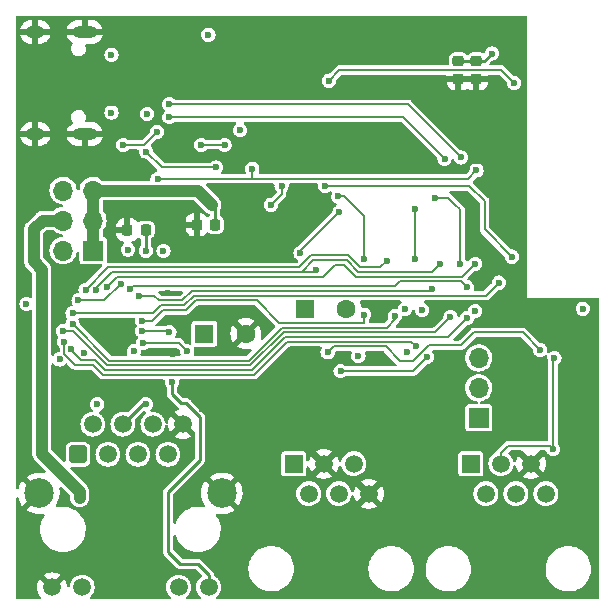
<source format=gbl>
G04 #@! TF.GenerationSoftware,KiCad,Pcbnew,6.0.6+dfsg-1~bpo11+1*
G04 #@! TF.CreationDate,2022-07-19T19:35:54+02:00*
G04 #@! TF.ProjectId,EnergyMeter,456e6572-6779-44d6-9574-65722e6b6963,rev?*
G04 #@! TF.SameCoordinates,Original*
G04 #@! TF.FileFunction,Copper,L4,Bot*
G04 #@! TF.FilePolarity,Positive*
%FSLAX46Y46*%
G04 Gerber Fmt 4.6, Leading zero omitted, Abs format (unit mm)*
G04 Created by KiCad (PCBNEW 6.0.6+dfsg-1~bpo11+1) date 2022-07-19 19:35:54*
%MOMM*%
%LPD*%
G01*
G04 APERTURE LIST*
G04 Aperture macros list*
%AMRoundRect*
0 Rectangle with rounded corners*
0 $1 Rounding radius*
0 $2 $3 $4 $5 $6 $7 $8 $9 X,Y pos of 4 corners*
0 Add a 4 corners polygon primitive as box body*
4,1,4,$2,$3,$4,$5,$6,$7,$8,$9,$2,$3,0*
0 Add four circle primitives for the rounded corners*
1,1,$1+$1,$2,$3*
1,1,$1+$1,$4,$5*
1,1,$1+$1,$6,$7*
1,1,$1+$1,$8,$9*
0 Add four rect primitives between the rounded corners*
20,1,$1+$1,$2,$3,$4,$5,0*
20,1,$1+$1,$4,$5,$6,$7,0*
20,1,$1+$1,$6,$7,$8,$9,0*
20,1,$1+$1,$8,$9,$2,$3,0*%
G04 Aperture macros list end*
G04 #@! TA.AperFunction,ComponentPad*
%ADD10R,1.600000X1.600000*%
G04 #@! TD*
G04 #@! TA.AperFunction,ComponentPad*
%ADD11C,1.600000*%
G04 #@! TD*
G04 #@! TA.AperFunction,ComponentPad*
%ADD12R,1.520000X1.520000*%
G04 #@! TD*
G04 #@! TA.AperFunction,ComponentPad*
%ADD13C,1.520000*%
G04 #@! TD*
G04 #@! TA.AperFunction,ComponentPad*
%ADD14O,2.100000X1.000000*%
G04 #@! TD*
G04 #@! TA.AperFunction,ComponentPad*
%ADD15O,1.600000X1.000000*%
G04 #@! TD*
G04 #@! TA.AperFunction,ComponentPad*
%ADD16RoundRect,0.250500X-0.499500X-0.499500X0.499500X-0.499500X0.499500X0.499500X-0.499500X0.499500X0*%
G04 #@! TD*
G04 #@! TA.AperFunction,ComponentPad*
%ADD17C,1.500000*%
G04 #@! TD*
G04 #@! TA.AperFunction,ComponentPad*
%ADD18C,2.500000*%
G04 #@! TD*
G04 #@! TA.AperFunction,ComponentPad*
%ADD19R,1.700000X1.700000*%
G04 #@! TD*
G04 #@! TA.AperFunction,ComponentPad*
%ADD20O,1.700000X1.700000*%
G04 #@! TD*
G04 #@! TA.AperFunction,SMDPad,CuDef*
%ADD21RoundRect,0.225000X-0.250000X0.225000X-0.250000X-0.225000X0.250000X-0.225000X0.250000X0.225000X0*%
G04 #@! TD*
G04 #@! TA.AperFunction,SMDPad,CuDef*
%ADD22RoundRect,0.225000X0.225000X0.250000X-0.225000X0.250000X-0.225000X-0.250000X0.225000X-0.250000X0*%
G04 #@! TD*
G04 #@! TA.AperFunction,ViaPad*
%ADD23C,0.600000*%
G04 #@! TD*
G04 #@! TA.AperFunction,Conductor*
%ADD24C,0.200000*%
G04 #@! TD*
G04 #@! TA.AperFunction,Conductor*
%ADD25C,0.250000*%
G04 #@! TD*
G04 #@! TA.AperFunction,Conductor*
%ADD26C,1.000000*%
G04 #@! TD*
G04 APERTURE END LIST*
D10*
G04 #@! TO.P,C1,1*
G04 #@! TO.N,+3V3*
X44272349Y-50225000D03*
D11*
G04 #@! TO.P,C1,2*
G04 #@! TO.N,GND*
X47772349Y-50225000D03*
G04 #@! TD*
D12*
G04 #@! TO.P,J4,1*
G04 #@! TO.N,unconnected-(J4-Pad1)*
X66830000Y-61230000D03*
D13*
G04 #@! TO.P,J4,2*
G04 #@! TO.N,5V_INVERTER*
X68100000Y-63770000D03*
G04 #@! TO.P,J4,3*
G04 #@! TO.N,Net-(J4-Pad3)*
X69370000Y-61230000D03*
G04 #@! TO.P,J4,4*
G04 #@! TO.N,Net-(J4-Pad4)*
X70640000Y-63770000D03*
G04 #@! TO.P,J4,5*
G04 #@! TO.N,GND*
X71910000Y-61230000D03*
G04 #@! TO.P,J4,6*
G04 #@! TO.N,unconnected-(J4-Pad6)*
X73180000Y-63770000D03*
G04 #@! TD*
D14*
G04 #@! TO.P,J5,S1,SHIELD*
G04 #@! TO.N,GND*
X34130000Y-33320000D03*
D15*
X29950000Y-33320000D03*
D14*
X34130000Y-24680000D03*
D15*
X29950000Y-24680000D03*
G04 #@! TD*
D16*
G04 #@! TO.P,J6,1,TD+*
G04 #@! TO.N,/ethernet/TX_P*
X33560000Y-60427500D03*
D17*
G04 #@! TO.P,J6,2,TD-*
G04 #@! TO.N,/ethernet/TX_N*
X34820000Y-57887500D03*
G04 #@! TO.P,J6,3,RD+*
G04 #@! TO.N,/ethernet/RX_P*
X36100000Y-60427500D03*
G04 #@! TO.P,J6,4,TCT*
G04 #@! TO.N,Net-(C18-Pad1)*
X37360000Y-57887500D03*
G04 #@! TO.P,J6,5,RCT*
X38640000Y-60427500D03*
G04 #@! TO.P,J6,6,RD-*
G04 #@! TO.N,/ethernet/RX_N*
X39900000Y-57887500D03*
G04 #@! TO.P,J6,7*
G04 #@! TO.N,N/C*
X41180000Y-60427500D03*
G04 #@! TO.P,J6,8,GND*
G04 #@! TO.N,GND*
X42440000Y-57887500D03*
G04 #@! TO.P,J6,9,LEDG_A*
X31375000Y-71687500D03*
G04 #@! TO.P,J6,10,LEDG_K*
G04 #@! TO.N,Net-(J6-Pad10)*
X33915000Y-71687500D03*
G04 #@! TO.P,J6,11,LEDY_K*
G04 #@! TO.N,Net-(J6-Pad11)*
X42085000Y-71687500D03*
G04 #@! TO.P,J6,12,LEDY_A*
G04 #@! TO.N,VDDA*
X44625000Y-71687500D03*
D18*
G04 #@! TO.P,J6,SH,SHIELD*
G04 #@! TO.N,GND*
X30255000Y-63737500D03*
X45745000Y-63737500D03*
G04 #@! TD*
D19*
G04 #@! TO.P,J1,1,Pin_1*
G04 #@! TO.N,+5V*
X34840000Y-43180000D03*
D20*
G04 #@! TO.P,J1,2,Pin_2*
G04 #@! TO.N,5V_DSM*
X32300000Y-43180000D03*
G04 #@! TO.P,J1,3,Pin_3*
G04 #@! TO.N,+5V*
X34840000Y-40640000D03*
G04 #@! TO.P,J1,4,Pin_4*
G04 #@! TO.N,5V_INVERTER*
X32300000Y-40640000D03*
G04 #@! TO.P,J1,5,Pin_5*
G04 #@! TO.N,+5V*
X34840000Y-38100000D03*
G04 #@! TO.P,J1,6,Pin_6*
G04 #@! TO.N,5V_USB*
X32300000Y-38100000D03*
G04 #@! TD*
D12*
G04 #@! TO.P,J2,1*
G04 #@! TO.N,5V_DSM*
X51830000Y-61230000D03*
D13*
G04 #@! TO.P,J2,2*
G04 #@! TO.N,Net-(J2-Pad2)*
X53100000Y-63770000D03*
G04 #@! TO.P,J2,3*
G04 #@! TO.N,GND*
X54370000Y-61230000D03*
G04 #@! TO.P,J2,4*
G04 #@! TO.N,unconnected-(J2-Pad4)*
X55640000Y-63770000D03*
G04 #@! TO.P,J2,5*
G04 #@! TO.N,Net-(J2-Pad5)*
X56910000Y-61230000D03*
G04 #@! TO.P,J2,6*
G04 #@! TO.N,GND*
X58180000Y-63770000D03*
G04 #@! TD*
D19*
G04 #@! TO.P,J3,1,Pin_1*
G04 #@! TO.N,+3V3*
X67500000Y-57350000D03*
D20*
G04 #@! TO.P,J3,2,Pin_2*
G04 #@! TO.N,Net-(C4-Pad1)*
X67500000Y-54810000D03*
G04 #@! TO.P,J3,3,Pin_3*
G04 #@! TO.N,+5V*
X67500000Y-52270000D03*
G04 #@! TD*
D10*
G04 #@! TO.P,C3,1*
G04 #@! TO.N,+5V*
X52747349Y-48150000D03*
D11*
G04 #@! TO.P,C3,2*
G04 #@! TO.N,GND*
X56247349Y-48150000D03*
G04 #@! TD*
D21*
G04 #@! TO.P,C8,1*
G04 #@! TO.N,+3V3*
X67300000Y-27125000D03*
G04 #@! TO.P,C8,2*
G04 #@! TO.N,GND*
X67300000Y-28675000D03*
G04 #@! TD*
G04 #@! TO.P,C7,1*
G04 #@! TO.N,+3V3*
X65775000Y-27125000D03*
G04 #@! TO.P,C7,2*
G04 #@! TO.N,GND*
X65775000Y-28675000D03*
G04 #@! TD*
D22*
G04 #@! TO.P,C20,1*
G04 #@! TO.N,+5V*
X45175000Y-41000000D03*
G04 #@! TO.P,C20,2*
G04 #@! TO.N,GND*
X43625000Y-41000000D03*
G04 #@! TD*
G04 #@! TO.P,C19,1*
G04 #@! TO.N,+3V3*
X39300000Y-41425000D03*
G04 #@! TO.P,C19,2*
G04 #@! TO.N,GND*
X37750000Y-41425000D03*
G04 #@! TD*
D23*
G04 #@! TO.N,GND*
X46700000Y-41900000D03*
X44600000Y-43200000D03*
X45200000Y-57200000D03*
X58200000Y-57200000D03*
X49000000Y-25600000D03*
X62400000Y-28900000D03*
X70300000Y-26600000D03*
X32300000Y-49100000D03*
X41225000Y-46800500D03*
X74900000Y-48000000D03*
X55800000Y-51900000D03*
X75800000Y-56500000D03*
X44100000Y-56600000D03*
X41600000Y-51900000D03*
X46700000Y-40600000D03*
X40500000Y-56100000D03*
X61800000Y-57200000D03*
X36100000Y-49800000D03*
X37400000Y-39500000D03*
X59400000Y-48100000D03*
X29400000Y-53800000D03*
X46700000Y-39400000D03*
X54200000Y-27500000D03*
X46700000Y-43100000D03*
X41200000Y-33100000D03*
X69900000Y-39700000D03*
X65100000Y-59500000D03*
G04 #@! TO.N,+3V3*
X67200000Y-48300000D03*
X68600000Y-26500000D03*
X33600000Y-47400000D03*
X76300000Y-48100000D03*
X39300000Y-43200000D03*
X61275020Y-48100000D03*
X47300000Y-33000000D03*
X61400000Y-51800000D03*
X29200000Y-47700000D03*
X40800000Y-43200000D03*
X44600000Y-24900000D03*
X57300000Y-52100000D03*
X39425000Y-31600000D03*
X37200000Y-46000000D03*
X37800000Y-43100000D03*
X62700000Y-48200000D03*
G04 #@! TO.N,5V_USB*
X36400000Y-31500000D03*
X36400000Y-26600000D03*
G04 #@! TO.N,VDDA*
X38300000Y-51700000D03*
X32000000Y-52400000D03*
X41500000Y-54300000D03*
X34100000Y-51859700D03*
X35200000Y-56200000D03*
G04 #@! TO.N,Net-(C18-Pad1)*
X39300000Y-56200000D03*
G04 #@! TO.N,5V_INVERTER*
X33700000Y-64100000D03*
G04 #@! TO.N,+5V*
X44900000Y-39300000D03*
G04 #@! TO.N,Net-(J4-Pad3)*
X73800000Y-60000000D03*
X73900000Y-52300000D03*
G04 #@! TO.N,/USB/EN*
X48325000Y-36250000D03*
X40300000Y-37100000D03*
X67300000Y-36400000D03*
G04 #@! TO.N,Net-(Q1-Pad2)*
X45225000Y-36150000D03*
X39325000Y-34800000D03*
G04 #@! TO.N,Net-(Q2-Pad1)*
X45975000Y-34225000D03*
X44000500Y-34225000D03*
G04 #@! TO.N,Net-(Q2-Pad2)*
X37399500Y-34225000D03*
X40250000Y-33125000D03*
G04 #@! TO.N,/ethernet/RXER*
X36000000Y-46300000D03*
X67200000Y-44300000D03*
G04 #@! TO.N,/ethernet/MDIO*
X59695000Y-44070000D03*
X34200000Y-46500000D03*
G04 #@! TO.N,/ethernet/CRS_DV*
X55700000Y-39900000D03*
X53700000Y-44800000D03*
X64200000Y-44300000D03*
X35100000Y-46500000D03*
X52400000Y-43400000D03*
G04 #@! TO.N,/ethernet/RST*
X33100000Y-49400000D03*
X60400000Y-48700000D03*
G04 #@! TO.N,/ethernet/RXD1*
X62100000Y-43900000D03*
X63499905Y-46399500D03*
X62100000Y-39700000D03*
X38741398Y-47031774D03*
G04 #@! TO.N,/ethernet/RXD0*
X63800000Y-38700000D03*
X66500000Y-46300000D03*
X38000000Y-46399509D03*
X65900000Y-44300000D03*
G04 #@! TO.N,Net-(R17-Pad2)*
X39000000Y-50000000D03*
X41300000Y-50100000D03*
G04 #@! TO.N,Net-(R18-Pad2)*
X42800000Y-51700000D03*
X39100000Y-51000000D03*
G04 #@! TO.N,/P1_UART/DATA_IN*
X55600000Y-38600000D03*
X57800000Y-43900000D03*
G04 #@! TO.N,/RS485/DI*
X70300000Y-43700000D03*
X54500000Y-37699500D03*
G04 #@! TO.N,/RS485/DO*
X54800000Y-28800000D03*
X70500000Y-29000000D03*
G04 #@! TO.N,/P1_UART/DATA_OUT*
X49900000Y-39300000D03*
X55800000Y-53400000D03*
X63100000Y-52200000D03*
X50799500Y-37699500D03*
G04 #@! TO.N,/RS485/TXEN*
X72700000Y-51600000D03*
X54700000Y-51800000D03*
G04 #@! TO.N,/ethernet/REFCLK*
X39000000Y-49124500D03*
X57800000Y-48600000D03*
G04 #@! TO.N,/ethernet/TXD0*
X62200000Y-51300000D03*
X32400000Y-50900000D03*
G04 #@! TO.N,/ethernet/TXEN*
X32300000Y-50000000D03*
X65100000Y-48800000D03*
G04 #@! TO.N,/USB/TX*
X64600000Y-35400000D03*
X41300000Y-31900000D03*
G04 #@! TO.N,/USB/RX*
X66000000Y-35300000D03*
X41300000Y-30800000D03*
G04 #@! TO.N,/ethernet/TXD1*
X33000000Y-51500000D03*
X66500000Y-48900000D03*
G04 #@! TO.N,/ethernet/MDC*
X33100000Y-48500000D03*
X69200000Y-45900000D03*
G04 #@! TD*
D24*
G04 #@! TO.N,+3V3*
X33600000Y-47400000D02*
X35800000Y-47400000D01*
D25*
X39300000Y-41425000D02*
X39300000Y-43200000D01*
X67975000Y-27125000D02*
X68600000Y-26500000D01*
X65775000Y-27125000D02*
X67975000Y-27125000D01*
D24*
X35800000Y-47400000D02*
X37200000Y-46000000D01*
D25*
G04 #@! TO.N,VDDA*
X41500000Y-55300000D02*
X42300000Y-56100000D01*
X42300000Y-56100000D02*
X42700000Y-56100000D01*
X43700000Y-69700000D02*
X44625000Y-70625000D01*
X44625000Y-70625000D02*
X44625000Y-71687500D01*
X41500000Y-54300000D02*
X41500000Y-55300000D01*
X43900000Y-60900000D02*
X41200000Y-63600000D01*
X41200000Y-63600000D02*
X41200000Y-68700000D01*
X43900000Y-57283193D02*
X43900000Y-60900000D01*
X42200000Y-69700000D02*
X43700000Y-69700000D01*
X41200000Y-68700000D02*
X42200000Y-69700000D01*
X42700000Y-56100000D02*
X42800000Y-56183193D01*
X42800000Y-56183193D02*
X43900000Y-57283193D01*
G04 #@! TO.N,Net-(C18-Pad1)*
X39047500Y-56200000D02*
X37360000Y-57887500D01*
X39300000Y-56200000D02*
X39047500Y-56200000D01*
D26*
G04 #@! TO.N,5V_INVERTER*
X33700000Y-64100000D02*
X33700000Y-63600000D01*
X30500000Y-60400000D02*
X30500000Y-44800000D01*
X30560000Y-40640000D02*
X32300000Y-40640000D01*
X29800000Y-41400000D02*
X30560000Y-40640000D01*
X29800000Y-44100000D02*
X29800000Y-41400000D01*
X33700000Y-63600000D02*
X30500000Y-60400000D01*
X30500000Y-44800000D02*
X29800000Y-44100000D01*
G04 #@! TO.N,+5V*
X43700000Y-38100000D02*
X44900000Y-39300000D01*
D25*
X45175000Y-41000000D02*
X45175000Y-39575000D01*
X45175000Y-39575000D02*
X44900000Y-39300000D01*
D26*
X34840000Y-38100000D02*
X43700000Y-38100000D01*
X34840000Y-43180000D02*
X34840000Y-38100000D01*
D24*
G04 #@! TO.N,Net-(J4-Pad3)*
X70000000Y-59700000D02*
X73500000Y-59700000D01*
X73800000Y-60000000D02*
X73800000Y-52400000D01*
X69370000Y-60330000D02*
X70000000Y-59700000D01*
X73500000Y-59700000D02*
X73800000Y-60000000D01*
X69370000Y-61230000D02*
X69370000Y-60330000D01*
X73800000Y-52400000D02*
X73900000Y-52300000D01*
G04 #@! TO.N,/USB/EN*
X66600000Y-37100000D02*
X67300000Y-36400000D01*
X48300000Y-37100000D02*
X66600000Y-37100000D01*
X48325000Y-36250000D02*
X48300000Y-36275000D01*
X48300000Y-36275000D02*
X48300000Y-37100000D01*
X40300000Y-37100000D02*
X48300000Y-37100000D01*
G04 #@! TO.N,Net-(Q1-Pad2)*
X40675000Y-36150000D02*
X39325000Y-34800000D01*
X45225000Y-36150000D02*
X40675000Y-36150000D01*
G04 #@! TO.N,Net-(Q2-Pad1)*
X44000500Y-34225000D02*
X45975000Y-34225000D01*
G04 #@! TO.N,Net-(Q2-Pad2)*
X39150000Y-34225000D02*
X40250000Y-33125000D01*
X37399500Y-34225000D02*
X39150000Y-34225000D01*
G04 #@! TO.N,/ethernet/RXER*
X63665966Y-45399040D02*
X57099039Y-45399039D01*
X63666926Y-45400000D02*
X63665966Y-45399040D01*
X66100000Y-45400000D02*
X63666926Y-45400000D01*
X55300480Y-44399040D02*
X54299520Y-45400000D01*
X56099040Y-44399040D02*
X55300480Y-44399040D01*
X54299520Y-45400000D02*
X38800000Y-45400000D01*
X67200000Y-44300000D02*
X66100000Y-45400000D01*
X38799511Y-45400489D02*
X36899511Y-45400489D01*
X57099039Y-45399039D02*
X56099040Y-44399040D01*
X36899511Y-45400489D02*
X36000000Y-46300000D01*
X38800000Y-45400000D02*
X38799511Y-45400489D01*
G04 #@! TO.N,/ethernet/MDIO*
X57465006Y-44600000D02*
X56465006Y-43600000D01*
X59695000Y-44070000D02*
X59165000Y-44600000D01*
X52300000Y-44600000D02*
X36100000Y-44600000D01*
X53300000Y-43600000D02*
X52300000Y-44600000D01*
X36100000Y-44600000D02*
X34200000Y-46500000D01*
X56465006Y-43600000D02*
X53300000Y-43600000D01*
X59165000Y-44600000D02*
X57465006Y-44600000D01*
G04 #@! TO.N,/ethernet/CRS_DV*
X52400000Y-43400000D02*
X52400000Y-43200000D01*
X63500480Y-44999520D02*
X57299520Y-44999520D01*
X35100000Y-46352162D02*
X36452162Y-45000000D01*
X36452162Y-45000000D02*
X42100000Y-45000000D01*
X53500480Y-44999520D02*
X53700000Y-44800000D01*
X35100000Y-46500000D02*
X35100000Y-46352162D01*
X64200000Y-44300000D02*
X63500480Y-44999520D01*
X52500480Y-44999520D02*
X53500480Y-44999520D01*
X42100480Y-44999520D02*
X52500480Y-44999520D01*
X52400000Y-43200000D02*
X55700000Y-39900000D01*
X57299520Y-44999520D02*
X56299520Y-43999520D01*
X56299520Y-43999520D02*
X53500480Y-43999520D01*
X42100000Y-45000000D02*
X42100480Y-44999520D01*
X53500480Y-43999520D02*
X52500480Y-44999520D01*
G04 #@! TO.N,/ethernet/RST*
X59500000Y-49700000D02*
X59700000Y-49700000D01*
X50800000Y-49700000D02*
X59500000Y-49700000D01*
X60400000Y-48700000D02*
X60400000Y-49000000D01*
X60400000Y-49000000D02*
X59700000Y-49700000D01*
X33100000Y-49400000D02*
X36199511Y-52499511D01*
X48000489Y-52499511D02*
X50800000Y-49700000D01*
X36199511Y-52499511D02*
X48000489Y-52499511D01*
G04 #@! TO.N,/ethernet/RXD1*
X61700000Y-46600000D02*
X63299405Y-46600000D01*
X57900000Y-46600000D02*
X61700000Y-46600000D01*
X40031774Y-47031774D02*
X40400000Y-47400000D01*
X38741398Y-47031774D02*
X40031774Y-47031774D01*
X63299405Y-46600000D02*
X63499905Y-46399500D01*
X43200000Y-46600000D02*
X57900000Y-46600000D01*
X40400000Y-47400000D02*
X42400000Y-47400000D01*
X42400000Y-47400000D02*
X43200000Y-46600000D01*
X62100000Y-43900000D02*
X62100000Y-39700000D01*
G04 #@! TO.N,/ethernet/RXD0*
X65900000Y-39700000D02*
X65900000Y-44300000D01*
X38000491Y-46399509D02*
X38000000Y-46399509D01*
X57899529Y-46199529D02*
X54399529Y-46199529D01*
X57900000Y-46200000D02*
X57899529Y-46199529D01*
X54399529Y-46199529D02*
X38200471Y-46199529D01*
X63500480Y-45799520D02*
X65999520Y-45799520D01*
X60800498Y-45798560D02*
X63498560Y-45798560D01*
X63800000Y-38700000D02*
X64900000Y-38700000D01*
X65500000Y-39300000D02*
X65900000Y-39700000D01*
X38200471Y-46199529D02*
X38000491Y-46399509D01*
X63498560Y-45798560D02*
X63500000Y-45800000D01*
X60399529Y-46199529D02*
X60800498Y-45798560D01*
X65999520Y-45799520D02*
X66500000Y-46300000D01*
X54399529Y-46199529D02*
X60399529Y-46199529D01*
X63500000Y-45800000D02*
X63500480Y-45799520D01*
X64900000Y-38700000D02*
X65500000Y-39300000D01*
G04 #@! TO.N,Net-(R17-Pad2)*
X41300000Y-50100000D02*
X41200000Y-50000000D01*
X41200000Y-50000000D02*
X39000000Y-50000000D01*
G04 #@! TO.N,Net-(R18-Pad2)*
X39100000Y-51000000D02*
X42100000Y-51000000D01*
X42100000Y-51000000D02*
X42800000Y-51700000D01*
G04 #@! TO.N,/P1_UART/DATA_IN*
X57800000Y-43000000D02*
X57800000Y-43900000D01*
X57800000Y-40300000D02*
X57800000Y-43000000D01*
X56100000Y-38600000D02*
X57800000Y-40300000D01*
X55600000Y-38600000D02*
X56100000Y-38600000D01*
G04 #@! TO.N,/RS485/DI*
X70300000Y-43700000D02*
X68000000Y-41400000D01*
X68000000Y-41400000D02*
X68000000Y-39000000D01*
X68000000Y-39000000D02*
X66699500Y-37699500D01*
X66699500Y-37699500D02*
X54500000Y-37699500D01*
G04 #@! TO.N,/RS485/DO*
X70500000Y-29000000D02*
X69400000Y-27900000D01*
X69400000Y-27900000D02*
X55700000Y-27900000D01*
X55700000Y-27900000D02*
X54800000Y-28800000D01*
G04 #@! TO.N,/P1_UART/DATA_OUT*
X55800000Y-53400000D02*
X61900000Y-53400000D01*
X50799500Y-37699500D02*
X50799500Y-38400500D01*
X61900000Y-53400000D02*
X63100000Y-52200000D01*
X50799500Y-38400500D02*
X49900000Y-39300000D01*
G04 #@! TO.N,/RS485/TXEN*
X67100000Y-50100000D02*
X71200000Y-50100000D01*
X66000000Y-51200000D02*
X67100000Y-50100000D01*
X55199511Y-51300489D02*
X59600489Y-51300489D01*
X71200000Y-50100000D02*
X72700000Y-51600000D01*
X61952162Y-52500000D02*
X63252162Y-51200000D01*
X63252162Y-51200000D02*
X65700000Y-51200000D01*
X65700000Y-51200000D02*
X66000000Y-51200000D01*
X54700000Y-51800000D02*
X55199511Y-51300489D01*
X59600489Y-51300489D02*
X60800000Y-52500000D01*
X60800000Y-52500000D02*
X61952162Y-52500000D01*
G04 #@! TO.N,/ethernet/REFCLK*
X42730974Y-48199038D02*
X41700000Y-48199040D01*
X48699040Y-47400000D02*
X43530012Y-47400000D01*
X57600000Y-49300000D02*
X50599520Y-49300480D01*
X57800000Y-49300000D02*
X57600000Y-49300000D01*
X41700000Y-48199040D02*
X40765486Y-48199040D01*
X57800000Y-48600000D02*
X57800000Y-49300000D01*
X39840026Y-49124500D02*
X39000000Y-49124500D01*
X50599520Y-49300480D02*
X48699040Y-47400000D01*
X40765486Y-48199040D02*
X39840026Y-49124500D01*
X43530012Y-47400000D02*
X42730974Y-48199038D01*
G04 #@! TO.N,/ethernet/TXD0*
X48496950Y-53698068D02*
X51295018Y-50900000D01*
X32400000Y-50900000D02*
X32400000Y-51952162D01*
X36200000Y-53698070D02*
X48496950Y-53698068D01*
X51295018Y-50900000D02*
X59500000Y-50900000D01*
X32400000Y-51952162D02*
X33306569Y-52858731D01*
X34863713Y-52858731D02*
X35703052Y-53698070D01*
X33306569Y-52858731D02*
X34863713Y-52858731D01*
X61800000Y-50900000D02*
X62200000Y-51300000D01*
X35703052Y-53698070D02*
X36200000Y-53698070D01*
X59500000Y-50900000D02*
X61800000Y-50900000D01*
G04 #@! TO.N,/ethernet/TXEN*
X48165976Y-52899030D02*
X50965006Y-50100000D01*
X33134994Y-50000000D02*
X36034024Y-52899030D01*
X63800000Y-50100000D02*
X65100000Y-48800000D01*
X50965006Y-50100000D02*
X59500000Y-50100000D01*
X32300000Y-50000000D02*
X33134994Y-50000000D01*
X36034024Y-52899030D02*
X48165976Y-52899030D01*
X59500000Y-50100000D02*
X63800000Y-50100000D01*
G04 #@! TO.N,/USB/TX*
X61100000Y-31900000D02*
X64600000Y-35400000D01*
X41300000Y-31900000D02*
X61100000Y-31900000D01*
G04 #@! TO.N,/USB/RX*
X41300000Y-30800000D02*
X61500000Y-30800000D01*
X61500000Y-30800000D02*
X66000000Y-35300000D01*
G04 #@! TO.N,/ethernet/TXD1*
X48331463Y-53298549D02*
X51130012Y-50500000D01*
X35868538Y-53298550D02*
X48331463Y-53298549D01*
X33851673Y-52459211D02*
X35029199Y-52459211D01*
X33000000Y-51607538D02*
X33851673Y-52459211D01*
X64900000Y-50500000D02*
X66400000Y-49000000D01*
X35029199Y-52459211D02*
X35868538Y-53298550D01*
X66400000Y-49000000D02*
X66500000Y-48900000D01*
X51130012Y-50500000D02*
X59500000Y-50500000D01*
X33000000Y-51500000D02*
X33000000Y-51607538D01*
X59500000Y-50500000D02*
X64900000Y-50500000D01*
G04 #@! TO.N,/ethernet/MDC*
X42565487Y-47799519D02*
X40600000Y-47799520D01*
X69200000Y-45900000D02*
X68100000Y-47000000D01*
X68100000Y-47000000D02*
X43365006Y-47000000D01*
X40600000Y-47799520D02*
X39899520Y-48500000D01*
X43365006Y-47000000D02*
X42565487Y-47799519D01*
X39899520Y-48500000D02*
X33100000Y-48500000D01*
G04 #@! TD*
G04 #@! TA.AperFunction,Conductor*
G04 #@! TO.N,GND*
G36*
X71542121Y-23320502D02*
G01*
X71588614Y-23374158D01*
X71600000Y-23426500D01*
X71600000Y-47200000D01*
X77573500Y-47200000D01*
X77641621Y-47220002D01*
X77688114Y-47273658D01*
X77699500Y-47326000D01*
X77699500Y-72573500D01*
X77679498Y-72641621D01*
X77625842Y-72688114D01*
X77573500Y-72699500D01*
X45401999Y-72699500D01*
X45333878Y-72679498D01*
X45287385Y-72625842D01*
X45277281Y-72555568D01*
X45306775Y-72490988D01*
X45324426Y-72474210D01*
X45348101Y-72455713D01*
X45352951Y-72451924D01*
X45487564Y-72295972D01*
X45508387Y-72259318D01*
X45586276Y-72122207D01*
X45589323Y-72116844D01*
X45654351Y-71921363D01*
X45680171Y-71716974D01*
X45680390Y-71701306D01*
X45680534Y-71691022D01*
X45680534Y-71691018D01*
X45680583Y-71687500D01*
X45660480Y-71482470D01*
X45600935Y-71285249D01*
X45504218Y-71103349D01*
X45421473Y-71001894D01*
X45377906Y-70948475D01*
X45377903Y-70948472D01*
X45374011Y-70943700D01*
X45356786Y-70929450D01*
X45220024Y-70816310D01*
X45220019Y-70816307D01*
X45215275Y-70812382D01*
X45209854Y-70809451D01*
X45209853Y-70809450D01*
X45116572Y-70759014D01*
X45066163Y-70709020D01*
X45050500Y-70648178D01*
X45050500Y-70557607D01*
X45047437Y-70548180D01*
X45047436Y-70548173D01*
X45043087Y-70534788D01*
X45038473Y-70515569D01*
X45036271Y-70501669D01*
X45036270Y-70501666D01*
X45034719Y-70491874D01*
X45023830Y-70470503D01*
X45016265Y-70452239D01*
X45011915Y-70438852D01*
X45011914Y-70438849D01*
X45008850Y-70429420D01*
X44994744Y-70410006D01*
X44984416Y-70393150D01*
X44978032Y-70380620D01*
X44973528Y-70371780D01*
X44691426Y-70089678D01*
X47989820Y-70089678D01*
X47990064Y-70094113D01*
X47990064Y-70094117D01*
X47991623Y-70122436D01*
X48004804Y-70361946D01*
X48058001Y-70629385D01*
X48148350Y-70886661D01*
X48274048Y-71128641D01*
X48276631Y-71132256D01*
X48276635Y-71132262D01*
X48429999Y-71346874D01*
X48432587Y-71350495D01*
X48620805Y-71547797D01*
X48624301Y-71550553D01*
X48624302Y-71550554D01*
X48802485Y-71691022D01*
X48834944Y-71716611D01*
X48895912Y-71752024D01*
X49066880Y-71851331D01*
X49066886Y-71851334D01*
X49070734Y-71853569D01*
X49223002Y-71915244D01*
X49319337Y-71954264D01*
X49319340Y-71954265D01*
X49323468Y-71955937D01*
X49467204Y-71991641D01*
X49583780Y-72020599D01*
X49583785Y-72020600D01*
X49588105Y-72021673D01*
X49820664Y-72045500D01*
X49989458Y-72045500D01*
X50191998Y-72031159D01*
X50196353Y-72030221D01*
X50196356Y-72030221D01*
X50454222Y-71974704D01*
X50454224Y-71974704D01*
X50458569Y-71973768D01*
X50714395Y-71879389D01*
X50954370Y-71749906D01*
X51038861Y-71687500D01*
X51170129Y-71590543D01*
X51173706Y-71587901D01*
X51368028Y-71396608D01*
X51424234Y-71322961D01*
X51530756Y-71183385D01*
X51530759Y-71183381D01*
X51533458Y-71179844D01*
X51599967Y-71061083D01*
X51664516Y-70945822D01*
X51664519Y-70945817D01*
X51666694Y-70941932D01*
X51689698Y-70882471D01*
X51763473Y-70691776D01*
X51763475Y-70691770D01*
X51765080Y-70687621D01*
X51773144Y-70652833D01*
X51808181Y-70501669D01*
X51826651Y-70421984D01*
X51850180Y-70150322D01*
X51848814Y-70125500D01*
X51846843Y-70089678D01*
X58149820Y-70089678D01*
X58150064Y-70094113D01*
X58150064Y-70094117D01*
X58151623Y-70122436D01*
X58164804Y-70361946D01*
X58218001Y-70629385D01*
X58308350Y-70886661D01*
X58434048Y-71128641D01*
X58436631Y-71132256D01*
X58436635Y-71132262D01*
X58589999Y-71346874D01*
X58592587Y-71350495D01*
X58780805Y-71547797D01*
X58784301Y-71550553D01*
X58784302Y-71550554D01*
X58962485Y-71691022D01*
X58994944Y-71716611D01*
X59055912Y-71752024D01*
X59226880Y-71851331D01*
X59226886Y-71851334D01*
X59230734Y-71853569D01*
X59383002Y-71915244D01*
X59479337Y-71954264D01*
X59479340Y-71954265D01*
X59483468Y-71955937D01*
X59627204Y-71991641D01*
X59743780Y-72020599D01*
X59743785Y-72020600D01*
X59748105Y-72021673D01*
X59980664Y-72045500D01*
X60149458Y-72045500D01*
X60351998Y-72031159D01*
X60356353Y-72030221D01*
X60356356Y-72030221D01*
X60614222Y-71974704D01*
X60614224Y-71974704D01*
X60618569Y-71973768D01*
X60874395Y-71879389D01*
X61114370Y-71749906D01*
X61198861Y-71687500D01*
X61330129Y-71590543D01*
X61333706Y-71587901D01*
X61528028Y-71396608D01*
X61584234Y-71322961D01*
X61690756Y-71183385D01*
X61690759Y-71183381D01*
X61693458Y-71179844D01*
X61759967Y-71061083D01*
X61824516Y-70945822D01*
X61824519Y-70945817D01*
X61826694Y-70941932D01*
X61849698Y-70882471D01*
X61923473Y-70691776D01*
X61923475Y-70691770D01*
X61925080Y-70687621D01*
X61933144Y-70652833D01*
X61968181Y-70501669D01*
X61986651Y-70421984D01*
X62010180Y-70150322D01*
X62008814Y-70125500D01*
X62006843Y-70089678D01*
X62989820Y-70089678D01*
X62990064Y-70094113D01*
X62990064Y-70094117D01*
X62991623Y-70122436D01*
X63004804Y-70361946D01*
X63058001Y-70629385D01*
X63148350Y-70886661D01*
X63274048Y-71128641D01*
X63276631Y-71132256D01*
X63276635Y-71132262D01*
X63429999Y-71346874D01*
X63432587Y-71350495D01*
X63620805Y-71547797D01*
X63624301Y-71550553D01*
X63624302Y-71550554D01*
X63802485Y-71691022D01*
X63834944Y-71716611D01*
X63895912Y-71752024D01*
X64066880Y-71851331D01*
X64066886Y-71851334D01*
X64070734Y-71853569D01*
X64223002Y-71915244D01*
X64319337Y-71954264D01*
X64319340Y-71954265D01*
X64323468Y-71955937D01*
X64467204Y-71991641D01*
X64583780Y-72020599D01*
X64583785Y-72020600D01*
X64588105Y-72021673D01*
X64820664Y-72045500D01*
X64989458Y-72045500D01*
X65191998Y-72031159D01*
X65196353Y-72030221D01*
X65196356Y-72030221D01*
X65454222Y-71974704D01*
X65454224Y-71974704D01*
X65458569Y-71973768D01*
X65714395Y-71879389D01*
X65954370Y-71749906D01*
X66038861Y-71687500D01*
X66170129Y-71590543D01*
X66173706Y-71587901D01*
X66368028Y-71396608D01*
X66424234Y-71322961D01*
X66530756Y-71183385D01*
X66530759Y-71183381D01*
X66533458Y-71179844D01*
X66599967Y-71061083D01*
X66664516Y-70945822D01*
X66664519Y-70945817D01*
X66666694Y-70941932D01*
X66689698Y-70882471D01*
X66763473Y-70691776D01*
X66763475Y-70691770D01*
X66765080Y-70687621D01*
X66773144Y-70652833D01*
X66808181Y-70501669D01*
X66826651Y-70421984D01*
X66850180Y-70150322D01*
X66848814Y-70125500D01*
X66846843Y-70089678D01*
X73149820Y-70089678D01*
X73150064Y-70094113D01*
X73150064Y-70094117D01*
X73151623Y-70122436D01*
X73164804Y-70361946D01*
X73218001Y-70629385D01*
X73308350Y-70886661D01*
X73434048Y-71128641D01*
X73436631Y-71132256D01*
X73436635Y-71132262D01*
X73589999Y-71346874D01*
X73592587Y-71350495D01*
X73780805Y-71547797D01*
X73784301Y-71550553D01*
X73784302Y-71550554D01*
X73962485Y-71691022D01*
X73994944Y-71716611D01*
X74055912Y-71752024D01*
X74226880Y-71851331D01*
X74226886Y-71851334D01*
X74230734Y-71853569D01*
X74383002Y-71915244D01*
X74479337Y-71954264D01*
X74479340Y-71954265D01*
X74483468Y-71955937D01*
X74627204Y-71991641D01*
X74743780Y-72020599D01*
X74743785Y-72020600D01*
X74748105Y-72021673D01*
X74980664Y-72045500D01*
X75149458Y-72045500D01*
X75351998Y-72031159D01*
X75356353Y-72030221D01*
X75356356Y-72030221D01*
X75614222Y-71974704D01*
X75614224Y-71974704D01*
X75618569Y-71973768D01*
X75874395Y-71879389D01*
X76114370Y-71749906D01*
X76198861Y-71687500D01*
X76330129Y-71590543D01*
X76333706Y-71587901D01*
X76528028Y-71396608D01*
X76584234Y-71322961D01*
X76690756Y-71183385D01*
X76690759Y-71183381D01*
X76693458Y-71179844D01*
X76759967Y-71061083D01*
X76824516Y-70945822D01*
X76824519Y-70945817D01*
X76826694Y-70941932D01*
X76849698Y-70882471D01*
X76923473Y-70691776D01*
X76923475Y-70691770D01*
X76925080Y-70687621D01*
X76933144Y-70652833D01*
X76968181Y-70501669D01*
X76986651Y-70421984D01*
X77010180Y-70150322D01*
X77008814Y-70125500D01*
X76995441Y-69882497D01*
X76995440Y-69882490D01*
X76995196Y-69878054D01*
X76941999Y-69610615D01*
X76851650Y-69353339D01*
X76725952Y-69111359D01*
X76723369Y-69107744D01*
X76723365Y-69107738D01*
X76570001Y-68893126D01*
X76569998Y-68893122D01*
X76567413Y-68889505D01*
X76379195Y-68692203D01*
X76375698Y-68689446D01*
X76168551Y-68526144D01*
X76168549Y-68526142D01*
X76165056Y-68523389D01*
X75986240Y-68419524D01*
X75933120Y-68388669D01*
X75933114Y-68388666D01*
X75929266Y-68386431D01*
X75763992Y-68319488D01*
X75680663Y-68285736D01*
X75680660Y-68285735D01*
X75676532Y-68284063D01*
X75509425Y-68242554D01*
X75416220Y-68219401D01*
X75416215Y-68219400D01*
X75411895Y-68218327D01*
X75179336Y-68194500D01*
X75010542Y-68194500D01*
X74808002Y-68208841D01*
X74803647Y-68209779D01*
X74803644Y-68209779D01*
X74545778Y-68265296D01*
X74545776Y-68265296D01*
X74541431Y-68266232D01*
X74285605Y-68360611D01*
X74045630Y-68490094D01*
X73826294Y-68652099D01*
X73631972Y-68843392D01*
X73629273Y-68846929D01*
X73629270Y-68846932D01*
X73609557Y-68872763D01*
X73466542Y-69060156D01*
X73464367Y-69064040D01*
X73337667Y-69290281D01*
X73333306Y-69298068D01*
X73331698Y-69302226D01*
X73331695Y-69302231D01*
X73309932Y-69358486D01*
X73234920Y-69552379D01*
X73173349Y-69818016D01*
X73149820Y-70089678D01*
X66846843Y-70089678D01*
X66835441Y-69882497D01*
X66835440Y-69882490D01*
X66835196Y-69878054D01*
X66781999Y-69610615D01*
X66691650Y-69353339D01*
X66565952Y-69111359D01*
X66563369Y-69107744D01*
X66563365Y-69107738D01*
X66410001Y-68893126D01*
X66409998Y-68893122D01*
X66407413Y-68889505D01*
X66219195Y-68692203D01*
X66215698Y-68689446D01*
X66008551Y-68526144D01*
X66008549Y-68526142D01*
X66005056Y-68523389D01*
X65826240Y-68419524D01*
X65773120Y-68388669D01*
X65773114Y-68388666D01*
X65769266Y-68386431D01*
X65603992Y-68319488D01*
X65520663Y-68285736D01*
X65520660Y-68285735D01*
X65516532Y-68284063D01*
X65349425Y-68242554D01*
X65256220Y-68219401D01*
X65256215Y-68219400D01*
X65251895Y-68218327D01*
X65019336Y-68194500D01*
X64850542Y-68194500D01*
X64648002Y-68208841D01*
X64643647Y-68209779D01*
X64643644Y-68209779D01*
X64385778Y-68265296D01*
X64385776Y-68265296D01*
X64381431Y-68266232D01*
X64125605Y-68360611D01*
X63885630Y-68490094D01*
X63666294Y-68652099D01*
X63471972Y-68843392D01*
X63469273Y-68846929D01*
X63469270Y-68846932D01*
X63449557Y-68872763D01*
X63306542Y-69060156D01*
X63304367Y-69064040D01*
X63177667Y-69290281D01*
X63173306Y-69298068D01*
X63171698Y-69302226D01*
X63171695Y-69302231D01*
X63149932Y-69358486D01*
X63074920Y-69552379D01*
X63013349Y-69818016D01*
X62989820Y-70089678D01*
X62006843Y-70089678D01*
X61995441Y-69882497D01*
X61995440Y-69882490D01*
X61995196Y-69878054D01*
X61941999Y-69610615D01*
X61851650Y-69353339D01*
X61725952Y-69111359D01*
X61723369Y-69107744D01*
X61723365Y-69107738D01*
X61570001Y-68893126D01*
X61569998Y-68893122D01*
X61567413Y-68889505D01*
X61379195Y-68692203D01*
X61375698Y-68689446D01*
X61168551Y-68526144D01*
X61168549Y-68526142D01*
X61165056Y-68523389D01*
X60986240Y-68419524D01*
X60933120Y-68388669D01*
X60933114Y-68388666D01*
X60929266Y-68386431D01*
X60763992Y-68319488D01*
X60680663Y-68285736D01*
X60680660Y-68285735D01*
X60676532Y-68284063D01*
X60509425Y-68242554D01*
X60416220Y-68219401D01*
X60416215Y-68219400D01*
X60411895Y-68218327D01*
X60179336Y-68194500D01*
X60010542Y-68194500D01*
X59808002Y-68208841D01*
X59803647Y-68209779D01*
X59803644Y-68209779D01*
X59545778Y-68265296D01*
X59545776Y-68265296D01*
X59541431Y-68266232D01*
X59285605Y-68360611D01*
X59045630Y-68490094D01*
X58826294Y-68652099D01*
X58631972Y-68843392D01*
X58629273Y-68846929D01*
X58629270Y-68846932D01*
X58609557Y-68872763D01*
X58466542Y-69060156D01*
X58464367Y-69064040D01*
X58337667Y-69290281D01*
X58333306Y-69298068D01*
X58331698Y-69302226D01*
X58331695Y-69302231D01*
X58309932Y-69358486D01*
X58234920Y-69552379D01*
X58173349Y-69818016D01*
X58149820Y-70089678D01*
X51846843Y-70089678D01*
X51835441Y-69882497D01*
X51835440Y-69882490D01*
X51835196Y-69878054D01*
X51781999Y-69610615D01*
X51691650Y-69353339D01*
X51565952Y-69111359D01*
X51563369Y-69107744D01*
X51563365Y-69107738D01*
X51410001Y-68893126D01*
X51409998Y-68893122D01*
X51407413Y-68889505D01*
X51219195Y-68692203D01*
X51215698Y-68689446D01*
X51008551Y-68526144D01*
X51008549Y-68526142D01*
X51005056Y-68523389D01*
X50826240Y-68419524D01*
X50773120Y-68388669D01*
X50773114Y-68388666D01*
X50769266Y-68386431D01*
X50603992Y-68319488D01*
X50520663Y-68285736D01*
X50520660Y-68285735D01*
X50516532Y-68284063D01*
X50349425Y-68242554D01*
X50256220Y-68219401D01*
X50256215Y-68219400D01*
X50251895Y-68218327D01*
X50019336Y-68194500D01*
X49850542Y-68194500D01*
X49648002Y-68208841D01*
X49643647Y-68209779D01*
X49643644Y-68209779D01*
X49385778Y-68265296D01*
X49385776Y-68265296D01*
X49381431Y-68266232D01*
X49125605Y-68360611D01*
X48885630Y-68490094D01*
X48666294Y-68652099D01*
X48471972Y-68843392D01*
X48469273Y-68846929D01*
X48469270Y-68846932D01*
X48449557Y-68872763D01*
X48306542Y-69060156D01*
X48304367Y-69064040D01*
X48177667Y-69290281D01*
X48173306Y-69298068D01*
X48171698Y-69302226D01*
X48171695Y-69302231D01*
X48149932Y-69358486D01*
X48074920Y-69552379D01*
X48013349Y-69818016D01*
X47989820Y-70089678D01*
X44691426Y-70089678D01*
X43953220Y-69351472D01*
X43931837Y-69340577D01*
X43914991Y-69330253D01*
X43903604Y-69321980D01*
X43895581Y-69316151D01*
X43886150Y-69313087D01*
X43886147Y-69313085D01*
X43872763Y-69308736D01*
X43854502Y-69301172D01*
X43841964Y-69294784D01*
X43841963Y-69294784D01*
X43833126Y-69290281D01*
X43809429Y-69286528D01*
X43790210Y-69281914D01*
X43767393Y-69274500D01*
X42428438Y-69274500D01*
X42360317Y-69254498D01*
X42339343Y-69237595D01*
X41662405Y-68560657D01*
X41628379Y-68498345D01*
X41625500Y-68471562D01*
X41625500Y-67388131D01*
X41645502Y-67320010D01*
X41699158Y-67273517D01*
X41769432Y-67263413D01*
X41834012Y-67292907D01*
X41870382Y-67346382D01*
X41941873Y-67549959D01*
X41941880Y-67549976D01*
X41943350Y-67554161D01*
X42069048Y-67796141D01*
X42071631Y-67799756D01*
X42071635Y-67799762D01*
X42224999Y-68014374D01*
X42227587Y-68017995D01*
X42415805Y-68215297D01*
X42419301Y-68218053D01*
X42419302Y-68218054D01*
X42598180Y-68359070D01*
X42629944Y-68384111D01*
X42690912Y-68419524D01*
X42861880Y-68518831D01*
X42861886Y-68518834D01*
X42865734Y-68521069D01*
X42963472Y-68560657D01*
X43114337Y-68621764D01*
X43114340Y-68621765D01*
X43118468Y-68623437D01*
X43246411Y-68655218D01*
X43378780Y-68688099D01*
X43378785Y-68688100D01*
X43383105Y-68689173D01*
X43615664Y-68713000D01*
X43784458Y-68713000D01*
X43986998Y-68698659D01*
X43991353Y-68697721D01*
X43991356Y-68697721D01*
X44249222Y-68642204D01*
X44249224Y-68642204D01*
X44253569Y-68641268D01*
X44509395Y-68546889D01*
X44749370Y-68417406D01*
X44968706Y-68255401D01*
X45163028Y-68064108D01*
X45328458Y-67847344D01*
X45461694Y-67609432D01*
X45484698Y-67549971D01*
X45558473Y-67359276D01*
X45558475Y-67359270D01*
X45560080Y-67355121D01*
X45621651Y-67089484D01*
X45645180Y-66817822D01*
X45630196Y-66545554D01*
X45576999Y-66278115D01*
X45486650Y-66020839D01*
X45360952Y-65778859D01*
X45358369Y-65775244D01*
X45358365Y-65775238D01*
X45275121Y-65658750D01*
X45251789Y-65591697D01*
X45268412Y-65522674D01*
X45319713Y-65473595D01*
X45389404Y-65460043D01*
X45401138Y-65461703D01*
X45540842Y-65488227D01*
X45550098Y-65489281D01*
X45801857Y-65499173D01*
X45811171Y-65498847D01*
X46061615Y-65471420D01*
X46070792Y-65469719D01*
X46314431Y-65405574D01*
X46323251Y-65402537D01*
X46554736Y-65303083D01*
X46563008Y-65298776D01*
X46777249Y-65166200D01*
X46784188Y-65161158D01*
X46792518Y-65148519D01*
X46786456Y-65138166D01*
X45386922Y-63738632D01*
X46109408Y-63738632D01*
X46109539Y-63740465D01*
X46113790Y-63747080D01*
X47144913Y-64778203D01*
X47157293Y-64784963D01*
X47165634Y-64778719D01*
X47291765Y-64582627D01*
X47296212Y-64574436D01*
X47399691Y-64344722D01*
X47402882Y-64335955D01*
X47471269Y-64093476D01*
X47473129Y-64084334D01*
X47505116Y-63832896D01*
X47505597Y-63826608D01*
X47507468Y-63755121D01*
X52034473Y-63755121D01*
X52035971Y-63772965D01*
X52049291Y-63931578D01*
X52051876Y-63962367D01*
X52109201Y-64162285D01*
X52112019Y-64167767D01*
X52112020Y-64167771D01*
X52201446Y-64341775D01*
X52201449Y-64341779D01*
X52204266Y-64347261D01*
X52333449Y-64510249D01*
X52338143Y-64514244D01*
X52455442Y-64614073D01*
X52491830Y-64645042D01*
X52497208Y-64648048D01*
X52497210Y-64648049D01*
X52652422Y-64734794D01*
X52673376Y-64746505D01*
X52871171Y-64810772D01*
X53077683Y-64835397D01*
X53083818Y-64834925D01*
X53083820Y-64834925D01*
X53278904Y-64819915D01*
X53278909Y-64819914D01*
X53285045Y-64819442D01*
X53290977Y-64817786D01*
X53290981Y-64817785D01*
X53479414Y-64765173D01*
X53479418Y-64765172D01*
X53485358Y-64763513D01*
X53490862Y-64760733D01*
X53490864Y-64760732D01*
X53665493Y-64672521D01*
X53665495Y-64672520D01*
X53670994Y-64669742D01*
X53834880Y-64541700D01*
X53970775Y-64384264D01*
X53973818Y-64378907D01*
X53973821Y-64378903D01*
X54022138Y-64293848D01*
X54073502Y-64203431D01*
X54085622Y-64166999D01*
X54137202Y-64011941D01*
X54139149Y-64006089D01*
X54161029Y-63832896D01*
X54164774Y-63803256D01*
X54164775Y-63803249D01*
X54165216Y-63799754D01*
X54165631Y-63770000D01*
X54164172Y-63755121D01*
X54574473Y-63755121D01*
X54575971Y-63772965D01*
X54589291Y-63931578D01*
X54591876Y-63962367D01*
X54649201Y-64162285D01*
X54652019Y-64167767D01*
X54652020Y-64167771D01*
X54741446Y-64341775D01*
X54741449Y-64341779D01*
X54744266Y-64347261D01*
X54873449Y-64510249D01*
X54878143Y-64514244D01*
X54995442Y-64614073D01*
X55031830Y-64645042D01*
X55037208Y-64648048D01*
X55037210Y-64648049D01*
X55192422Y-64734794D01*
X55213376Y-64746505D01*
X55411171Y-64810772D01*
X55617683Y-64835397D01*
X55623818Y-64834925D01*
X55623820Y-64834925D01*
X55722376Y-64827342D01*
X57487213Y-64827342D01*
X57496509Y-64839357D01*
X57539069Y-64869158D01*
X57548565Y-64874641D01*
X57739680Y-64963759D01*
X57749972Y-64967505D01*
X57953660Y-65022083D01*
X57964453Y-65023986D01*
X58174525Y-65042365D01*
X58185475Y-65042365D01*
X58395547Y-65023986D01*
X58406340Y-65022083D01*
X58610028Y-64967505D01*
X58620320Y-64963759D01*
X58811435Y-64874641D01*
X58820931Y-64869158D01*
X58864329Y-64838770D01*
X58872704Y-64828293D01*
X58865635Y-64814845D01*
X58192812Y-64142022D01*
X58178868Y-64134408D01*
X58177035Y-64134539D01*
X58170420Y-64138790D01*
X57493643Y-64815567D01*
X57487213Y-64827342D01*
X55722376Y-64827342D01*
X55818904Y-64819915D01*
X55818909Y-64819914D01*
X55825045Y-64819442D01*
X55830977Y-64817786D01*
X55830981Y-64817785D01*
X56019414Y-64765173D01*
X56019418Y-64765172D01*
X56025358Y-64763513D01*
X56030862Y-64760733D01*
X56030864Y-64760732D01*
X56205493Y-64672521D01*
X56205495Y-64672520D01*
X56210994Y-64669742D01*
X56374880Y-64541700D01*
X56510775Y-64384264D01*
X56513818Y-64378907D01*
X56513821Y-64378903D01*
X56562138Y-64293848D01*
X56613502Y-64203431D01*
X56625622Y-64166999D01*
X56677202Y-64011941D01*
X56679149Y-64006089D01*
X56679922Y-63999968D01*
X56681286Y-63993966D01*
X56683853Y-63994549D01*
X56707662Y-63939955D01*
X56766720Y-63900551D01*
X56837707Y-63899332D01*
X56898083Y-63936685D01*
X56924752Y-63991493D01*
X56926493Y-63991027D01*
X56982495Y-64200028D01*
X56986241Y-64210320D01*
X57075359Y-64401435D01*
X57080842Y-64410931D01*
X57111230Y-64454329D01*
X57121707Y-64462704D01*
X57135155Y-64455635D01*
X57807978Y-63782812D01*
X57814356Y-63771132D01*
X58544408Y-63771132D01*
X58544539Y-63772965D01*
X58548790Y-63779580D01*
X59225567Y-64456357D01*
X59237342Y-64462787D01*
X59249357Y-64453491D01*
X59279158Y-64410931D01*
X59284641Y-64401435D01*
X59373759Y-64210320D01*
X59377505Y-64200028D01*
X59432083Y-63996340D01*
X59433986Y-63985547D01*
X59452365Y-63775475D01*
X59452365Y-63764525D01*
X59451542Y-63755121D01*
X67034473Y-63755121D01*
X67035971Y-63772965D01*
X67049291Y-63931578D01*
X67051876Y-63962367D01*
X67109201Y-64162285D01*
X67112019Y-64167767D01*
X67112020Y-64167771D01*
X67201446Y-64341775D01*
X67201449Y-64341779D01*
X67204266Y-64347261D01*
X67333449Y-64510249D01*
X67338143Y-64514244D01*
X67455442Y-64614073D01*
X67491830Y-64645042D01*
X67497208Y-64648048D01*
X67497210Y-64648049D01*
X67652422Y-64734794D01*
X67673376Y-64746505D01*
X67871171Y-64810772D01*
X68077683Y-64835397D01*
X68083818Y-64834925D01*
X68083820Y-64834925D01*
X68278904Y-64819915D01*
X68278909Y-64819914D01*
X68285045Y-64819442D01*
X68290977Y-64817786D01*
X68290981Y-64817785D01*
X68479414Y-64765173D01*
X68479418Y-64765172D01*
X68485358Y-64763513D01*
X68490862Y-64760733D01*
X68490864Y-64760732D01*
X68665493Y-64672521D01*
X68665495Y-64672520D01*
X68670994Y-64669742D01*
X68834880Y-64541700D01*
X68970775Y-64384264D01*
X68973818Y-64378907D01*
X68973821Y-64378903D01*
X69022138Y-64293848D01*
X69073502Y-64203431D01*
X69085622Y-64166999D01*
X69137202Y-64011941D01*
X69139149Y-64006089D01*
X69161029Y-63832896D01*
X69164774Y-63803256D01*
X69164775Y-63803249D01*
X69165216Y-63799754D01*
X69165631Y-63770000D01*
X69164172Y-63755121D01*
X69574473Y-63755121D01*
X69575971Y-63772965D01*
X69589291Y-63931578D01*
X69591876Y-63962367D01*
X69649201Y-64162285D01*
X69652019Y-64167767D01*
X69652020Y-64167771D01*
X69741446Y-64341775D01*
X69741449Y-64341779D01*
X69744266Y-64347261D01*
X69873449Y-64510249D01*
X69878143Y-64514244D01*
X69995442Y-64614073D01*
X70031830Y-64645042D01*
X70037208Y-64648048D01*
X70037210Y-64648049D01*
X70192422Y-64734794D01*
X70213376Y-64746505D01*
X70411171Y-64810772D01*
X70617683Y-64835397D01*
X70623818Y-64834925D01*
X70623820Y-64834925D01*
X70818904Y-64819915D01*
X70818909Y-64819914D01*
X70825045Y-64819442D01*
X70830977Y-64817786D01*
X70830981Y-64817785D01*
X71019414Y-64765173D01*
X71019418Y-64765172D01*
X71025358Y-64763513D01*
X71030862Y-64760733D01*
X71030864Y-64760732D01*
X71205493Y-64672521D01*
X71205495Y-64672520D01*
X71210994Y-64669742D01*
X71374880Y-64541700D01*
X71510775Y-64384264D01*
X71513818Y-64378907D01*
X71513821Y-64378903D01*
X71562138Y-64293848D01*
X71613502Y-64203431D01*
X71625622Y-64166999D01*
X71677202Y-64011941D01*
X71679149Y-64006089D01*
X71701029Y-63832896D01*
X71704774Y-63803256D01*
X71704775Y-63803249D01*
X71705216Y-63799754D01*
X71705631Y-63770000D01*
X71704172Y-63755121D01*
X72114473Y-63755121D01*
X72115971Y-63772965D01*
X72129291Y-63931578D01*
X72131876Y-63962367D01*
X72189201Y-64162285D01*
X72192019Y-64167767D01*
X72192020Y-64167771D01*
X72281446Y-64341775D01*
X72281449Y-64341779D01*
X72284266Y-64347261D01*
X72413449Y-64510249D01*
X72418143Y-64514244D01*
X72535442Y-64614073D01*
X72571830Y-64645042D01*
X72577208Y-64648048D01*
X72577210Y-64648049D01*
X72732422Y-64734794D01*
X72753376Y-64746505D01*
X72951171Y-64810772D01*
X73157683Y-64835397D01*
X73163818Y-64834925D01*
X73163820Y-64834925D01*
X73358904Y-64819915D01*
X73358909Y-64819914D01*
X73365045Y-64819442D01*
X73370977Y-64817786D01*
X73370981Y-64817785D01*
X73559414Y-64765173D01*
X73559418Y-64765172D01*
X73565358Y-64763513D01*
X73570862Y-64760733D01*
X73570864Y-64760732D01*
X73745493Y-64672521D01*
X73745495Y-64672520D01*
X73750994Y-64669742D01*
X73914880Y-64541700D01*
X74050775Y-64384264D01*
X74053818Y-64378907D01*
X74053821Y-64378903D01*
X74102138Y-64293848D01*
X74153502Y-64203431D01*
X74165622Y-64166999D01*
X74217202Y-64011941D01*
X74219149Y-64006089D01*
X74241029Y-63832896D01*
X74244774Y-63803256D01*
X74244775Y-63803249D01*
X74245216Y-63799754D01*
X74245631Y-63770000D01*
X74225336Y-63563018D01*
X74219492Y-63543660D01*
X74167006Y-63369819D01*
X74165225Y-63363920D01*
X74147019Y-63329680D01*
X74070481Y-63185731D01*
X74070479Y-63185728D01*
X74067587Y-63180289D01*
X74063697Y-63175519D01*
X74063694Y-63175515D01*
X73940036Y-63023895D01*
X73940033Y-63023892D01*
X73936141Y-63019120D01*
X73931392Y-63015191D01*
X73780643Y-62890481D01*
X73780640Y-62890479D01*
X73775893Y-62886552D01*
X73592949Y-62787634D01*
X73394275Y-62726134D01*
X73388150Y-62725490D01*
X73388149Y-62725490D01*
X73193568Y-62705039D01*
X73193566Y-62705039D01*
X73187439Y-62704395D01*
X73124026Y-62710166D01*
X72986460Y-62722685D01*
X72986457Y-62722686D01*
X72980321Y-62723244D01*
X72974415Y-62724982D01*
X72974411Y-62724983D01*
X72869909Y-62755740D01*
X72780808Y-62781964D01*
X72596500Y-62878318D01*
X72434417Y-63008636D01*
X72430459Y-63013353D01*
X72430457Y-63013355D01*
X72370873Y-63084365D01*
X72300733Y-63167954D01*
X72297769Y-63173346D01*
X72297766Y-63173350D01*
X72204469Y-63343058D01*
X72200541Y-63350203D01*
X72137656Y-63548443D01*
X72136970Y-63554560D01*
X72136969Y-63554564D01*
X72116323Y-63738632D01*
X72114473Y-63755121D01*
X71704172Y-63755121D01*
X71685336Y-63563018D01*
X71679492Y-63543660D01*
X71627006Y-63369819D01*
X71625225Y-63363920D01*
X71607019Y-63329680D01*
X71530481Y-63185731D01*
X71530479Y-63185728D01*
X71527587Y-63180289D01*
X71523697Y-63175519D01*
X71523694Y-63175515D01*
X71400036Y-63023895D01*
X71400033Y-63023892D01*
X71396141Y-63019120D01*
X71391392Y-63015191D01*
X71240643Y-62890481D01*
X71240640Y-62890479D01*
X71235893Y-62886552D01*
X71052949Y-62787634D01*
X70854275Y-62726134D01*
X70848150Y-62725490D01*
X70848149Y-62725490D01*
X70653568Y-62705039D01*
X70653566Y-62705039D01*
X70647439Y-62704395D01*
X70584026Y-62710166D01*
X70446460Y-62722685D01*
X70446457Y-62722686D01*
X70440321Y-62723244D01*
X70434415Y-62724982D01*
X70434411Y-62724983D01*
X70329909Y-62755740D01*
X70240808Y-62781964D01*
X70056500Y-62878318D01*
X69894417Y-63008636D01*
X69890459Y-63013353D01*
X69890457Y-63013355D01*
X69830873Y-63084365D01*
X69760733Y-63167954D01*
X69757769Y-63173346D01*
X69757766Y-63173350D01*
X69664469Y-63343058D01*
X69660541Y-63350203D01*
X69597656Y-63548443D01*
X69596970Y-63554560D01*
X69596969Y-63554564D01*
X69576323Y-63738632D01*
X69574473Y-63755121D01*
X69164172Y-63755121D01*
X69145336Y-63563018D01*
X69139492Y-63543660D01*
X69087006Y-63369819D01*
X69085225Y-63363920D01*
X69067019Y-63329680D01*
X68990481Y-63185731D01*
X68990479Y-63185728D01*
X68987587Y-63180289D01*
X68983697Y-63175519D01*
X68983694Y-63175515D01*
X68860036Y-63023895D01*
X68860033Y-63023892D01*
X68856141Y-63019120D01*
X68851392Y-63015191D01*
X68700643Y-62890481D01*
X68700640Y-62890479D01*
X68695893Y-62886552D01*
X68512949Y-62787634D01*
X68314275Y-62726134D01*
X68308150Y-62725490D01*
X68308149Y-62725490D01*
X68113568Y-62705039D01*
X68113566Y-62705039D01*
X68107439Y-62704395D01*
X68044026Y-62710166D01*
X67906460Y-62722685D01*
X67906457Y-62722686D01*
X67900321Y-62723244D01*
X67894415Y-62724982D01*
X67894411Y-62724983D01*
X67789909Y-62755740D01*
X67700808Y-62781964D01*
X67516500Y-62878318D01*
X67354417Y-63008636D01*
X67350459Y-63013353D01*
X67350457Y-63013355D01*
X67290873Y-63084365D01*
X67220733Y-63167954D01*
X67217769Y-63173346D01*
X67217766Y-63173350D01*
X67124469Y-63343058D01*
X67120541Y-63350203D01*
X67057656Y-63548443D01*
X67056970Y-63554560D01*
X67056969Y-63554564D01*
X67036323Y-63738632D01*
X67034473Y-63755121D01*
X59451542Y-63755121D01*
X59433986Y-63554453D01*
X59432083Y-63543660D01*
X59377505Y-63339972D01*
X59373759Y-63329680D01*
X59284641Y-63138565D01*
X59279158Y-63129069D01*
X59248770Y-63085671D01*
X59238293Y-63077296D01*
X59224845Y-63084365D01*
X58552022Y-63757188D01*
X58544408Y-63771132D01*
X57814356Y-63771132D01*
X57815592Y-63768868D01*
X57815461Y-63767035D01*
X57811210Y-63760420D01*
X57134433Y-63083643D01*
X57122658Y-63077213D01*
X57110643Y-63086509D01*
X57080842Y-63129069D01*
X57075359Y-63138565D01*
X56986241Y-63329680D01*
X56982495Y-63339972D01*
X56926493Y-63548973D01*
X56925032Y-63548581D01*
X56896628Y-63605876D01*
X56835711Y-63642340D01*
X56764750Y-63640080D01*
X56706276Y-63599815D01*
X56683457Y-63556795D01*
X56625225Y-63363920D01*
X56607019Y-63329680D01*
X56530481Y-63185731D01*
X56530479Y-63185728D01*
X56527587Y-63180289D01*
X56523697Y-63175519D01*
X56523694Y-63175515D01*
X56400036Y-63023895D01*
X56400033Y-63023892D01*
X56396141Y-63019120D01*
X56391392Y-63015191D01*
X56240643Y-62890481D01*
X56240640Y-62890479D01*
X56235893Y-62886552D01*
X56052949Y-62787634D01*
X55854275Y-62726134D01*
X55848150Y-62725490D01*
X55848149Y-62725490D01*
X55717011Y-62711707D01*
X57487296Y-62711707D01*
X57494365Y-62725155D01*
X58167188Y-63397978D01*
X58181132Y-63405592D01*
X58182965Y-63405461D01*
X58189580Y-63401210D01*
X58866357Y-62724433D01*
X58872787Y-62712658D01*
X58863491Y-62700643D01*
X58820931Y-62670842D01*
X58811435Y-62665359D01*
X58620320Y-62576241D01*
X58610028Y-62572495D01*
X58406340Y-62517917D01*
X58395547Y-62516014D01*
X58185475Y-62497635D01*
X58174525Y-62497635D01*
X57964453Y-62516014D01*
X57953660Y-62517917D01*
X57749972Y-62572495D01*
X57739680Y-62576241D01*
X57548565Y-62665359D01*
X57539069Y-62670842D01*
X57495671Y-62701230D01*
X57487296Y-62711707D01*
X55717011Y-62711707D01*
X55653568Y-62705039D01*
X55653566Y-62705039D01*
X55647439Y-62704395D01*
X55584026Y-62710166D01*
X55446460Y-62722685D01*
X55446457Y-62722686D01*
X55440321Y-62723244D01*
X55434415Y-62724982D01*
X55434411Y-62724983D01*
X55329909Y-62755740D01*
X55240808Y-62781964D01*
X55056500Y-62878318D01*
X54894417Y-63008636D01*
X54890459Y-63013353D01*
X54890457Y-63013355D01*
X54830873Y-63084365D01*
X54760733Y-63167954D01*
X54757769Y-63173346D01*
X54757766Y-63173350D01*
X54664469Y-63343058D01*
X54660541Y-63350203D01*
X54597656Y-63548443D01*
X54596970Y-63554560D01*
X54596969Y-63554564D01*
X54576323Y-63738632D01*
X54574473Y-63755121D01*
X54164172Y-63755121D01*
X54145336Y-63563018D01*
X54139492Y-63543660D01*
X54087006Y-63369819D01*
X54085225Y-63363920D01*
X54067019Y-63329680D01*
X53990481Y-63185731D01*
X53990479Y-63185728D01*
X53987587Y-63180289D01*
X53983697Y-63175519D01*
X53983694Y-63175515D01*
X53860036Y-63023895D01*
X53860033Y-63023892D01*
X53856141Y-63019120D01*
X53851392Y-63015191D01*
X53700643Y-62890481D01*
X53700640Y-62890479D01*
X53695893Y-62886552D01*
X53512949Y-62787634D01*
X53314275Y-62726134D01*
X53308150Y-62725490D01*
X53308149Y-62725490D01*
X53113568Y-62705039D01*
X53113566Y-62705039D01*
X53107439Y-62704395D01*
X53044026Y-62710166D01*
X52906460Y-62722685D01*
X52906457Y-62722686D01*
X52900321Y-62723244D01*
X52894415Y-62724982D01*
X52894411Y-62724983D01*
X52789909Y-62755740D01*
X52700808Y-62781964D01*
X52516500Y-62878318D01*
X52354417Y-63008636D01*
X52350459Y-63013353D01*
X52350457Y-63013355D01*
X52290873Y-63084365D01*
X52220733Y-63167954D01*
X52217769Y-63173346D01*
X52217766Y-63173350D01*
X52124469Y-63343058D01*
X52120541Y-63350203D01*
X52057656Y-63548443D01*
X52056970Y-63554560D01*
X52056969Y-63554564D01*
X52036323Y-63738632D01*
X52034473Y-63755121D01*
X47507468Y-63755121D01*
X47507847Y-63740660D01*
X47507696Y-63734351D01*
X47488912Y-63481574D01*
X47487536Y-63472368D01*
X47431929Y-63226626D01*
X47429205Y-63217715D01*
X47337888Y-62982892D01*
X47333877Y-62974483D01*
X47208854Y-62755740D01*
X47203643Y-62748014D01*
X47166391Y-62700761D01*
X47154466Y-62692290D01*
X47142934Y-62698776D01*
X46117022Y-63724688D01*
X46109408Y-63738632D01*
X45386922Y-63738632D01*
X44346321Y-62698031D01*
X44333013Y-62690764D01*
X44322974Y-62697886D01*
X44312761Y-62710166D01*
X44307346Y-62717758D01*
X44176646Y-62933146D01*
X44172408Y-62941463D01*
X44074981Y-63173799D01*
X44072020Y-63182649D01*
X44010006Y-63426831D01*
X44008384Y-63436028D01*
X43983143Y-63686698D01*
X43982898Y-63696023D01*
X43994987Y-63947675D01*
X43996124Y-63956935D01*
X44045274Y-64204035D01*
X44047768Y-64213028D01*
X44132900Y-64450139D01*
X44136700Y-64458674D01*
X44255946Y-64680601D01*
X44260954Y-64688462D01*
X44279509Y-64713310D01*
X44304241Y-64779859D01*
X44289069Y-64849216D01*
X44238808Y-64899359D01*
X44169416Y-64914369D01*
X44148177Y-64910985D01*
X44051220Y-64886901D01*
X44051215Y-64886900D01*
X44046895Y-64885827D01*
X43814336Y-64862000D01*
X43645542Y-64862000D01*
X43443002Y-64876341D01*
X43438647Y-64877279D01*
X43438644Y-64877279D01*
X43180778Y-64932796D01*
X43180776Y-64932796D01*
X43176431Y-64933732D01*
X42920605Y-65028111D01*
X42680630Y-65157594D01*
X42461294Y-65319599D01*
X42266972Y-65510892D01*
X42264273Y-65514429D01*
X42264270Y-65514432D01*
X42154130Y-65658750D01*
X42101542Y-65727656D01*
X41968306Y-65965568D01*
X41869920Y-66219879D01*
X41868647Y-66219386D01*
X41832777Y-66273649D01*
X41767821Y-66302306D01*
X41697684Y-66291297D01*
X41644632Y-66244116D01*
X41625500Y-66177368D01*
X41625500Y-63828438D01*
X41645502Y-63760317D01*
X41662405Y-63739343D01*
X43075445Y-62326303D01*
X44698216Y-62326303D01*
X44702789Y-62336079D01*
X45732188Y-63365478D01*
X45746132Y-63373092D01*
X45747965Y-63372961D01*
X45754580Y-63368710D01*
X46783419Y-62339871D01*
X46789803Y-62328181D01*
X46780391Y-62316070D01*
X46643593Y-62221170D01*
X46635565Y-62216442D01*
X46409593Y-62105005D01*
X46400960Y-62101517D01*
X46192054Y-62034646D01*
X50769500Y-62034646D01*
X50772618Y-62060846D01*
X50776456Y-62069486D01*
X50776456Y-62069487D01*
X50790475Y-62101049D01*
X50818061Y-62163153D01*
X50897287Y-62242241D01*
X50907924Y-62246944D01*
X50907926Y-62246945D01*
X50957515Y-62268868D01*
X50999673Y-62287506D01*
X51025354Y-62290500D01*
X52634646Y-62290500D01*
X52638350Y-62290059D01*
X52638353Y-62290059D01*
X52645746Y-62289179D01*
X52660846Y-62287382D01*
X52660936Y-62287342D01*
X53677213Y-62287342D01*
X53686509Y-62299357D01*
X53729069Y-62329158D01*
X53738565Y-62334641D01*
X53929680Y-62423759D01*
X53939972Y-62427505D01*
X54143660Y-62482083D01*
X54154453Y-62483986D01*
X54364525Y-62502365D01*
X54375475Y-62502365D01*
X54585547Y-62483986D01*
X54596340Y-62482083D01*
X54800028Y-62427505D01*
X54810320Y-62423759D01*
X55001435Y-62334641D01*
X55010931Y-62329158D01*
X55054329Y-62298770D01*
X55062704Y-62288293D01*
X55055635Y-62274845D01*
X54382812Y-61602022D01*
X54368868Y-61594408D01*
X54367035Y-61594539D01*
X54360420Y-61598790D01*
X53683643Y-62275567D01*
X53677213Y-62287342D01*
X52660936Y-62287342D01*
X52687446Y-62275567D01*
X52752518Y-62246663D01*
X52763153Y-62241939D01*
X52842241Y-62162713D01*
X52867738Y-62105042D01*
X52883675Y-62068992D01*
X52887506Y-62060327D01*
X52890500Y-62034646D01*
X52890500Y-61564675D01*
X52910502Y-61496554D01*
X52964158Y-61450061D01*
X53034432Y-61439957D01*
X53099012Y-61469451D01*
X53138207Y-61532064D01*
X53172495Y-61660028D01*
X53176241Y-61670320D01*
X53265359Y-61861435D01*
X53270842Y-61870931D01*
X53301230Y-61914329D01*
X53311707Y-61922704D01*
X53325155Y-61915635D01*
X53997978Y-61242812D01*
X54004356Y-61231132D01*
X54734408Y-61231132D01*
X54734539Y-61232965D01*
X54738790Y-61239580D01*
X55415567Y-61916357D01*
X55427342Y-61922787D01*
X55439357Y-61913491D01*
X55469158Y-61870931D01*
X55474641Y-61861435D01*
X55563759Y-61670320D01*
X55567505Y-61660028D01*
X55622085Y-61456333D01*
X55622330Y-61454945D01*
X55622607Y-61454387D01*
X55623507Y-61451027D01*
X55624182Y-61451208D01*
X55653859Y-61391333D01*
X55714774Y-61354866D01*
X55785735Y-61357120D01*
X55844212Y-61397381D01*
X55867533Y-61442097D01*
X55919201Y-61622285D01*
X55922019Y-61627767D01*
X55922020Y-61627771D01*
X56011446Y-61801775D01*
X56011449Y-61801779D01*
X56014266Y-61807261D01*
X56143449Y-61970249D01*
X56148143Y-61974244D01*
X56195329Y-62014402D01*
X56301830Y-62105042D01*
X56307208Y-62108048D01*
X56307210Y-62108049D01*
X56460377Y-62193651D01*
X56483376Y-62206505D01*
X56681171Y-62270772D01*
X56887683Y-62295397D01*
X56893818Y-62294925D01*
X56893820Y-62294925D01*
X57088904Y-62279915D01*
X57088909Y-62279914D01*
X57095045Y-62279442D01*
X57100977Y-62277786D01*
X57100981Y-62277785D01*
X57289414Y-62225173D01*
X57289418Y-62225172D01*
X57295358Y-62223513D01*
X57300862Y-62220733D01*
X57300864Y-62220732D01*
X57475493Y-62132521D01*
X57475495Y-62132520D01*
X57480994Y-62129742D01*
X57602711Y-62034646D01*
X65769500Y-62034646D01*
X65772618Y-62060846D01*
X65776456Y-62069486D01*
X65776456Y-62069487D01*
X65790475Y-62101049D01*
X65818061Y-62163153D01*
X65897287Y-62242241D01*
X65907924Y-62246944D01*
X65907926Y-62246945D01*
X65957515Y-62268868D01*
X65999673Y-62287506D01*
X66025354Y-62290500D01*
X67634646Y-62290500D01*
X67638350Y-62290059D01*
X67638353Y-62290059D01*
X67645746Y-62289179D01*
X67660846Y-62287382D01*
X67687446Y-62275567D01*
X67752518Y-62246663D01*
X67763153Y-62241939D01*
X67842241Y-62162713D01*
X67867738Y-62105042D01*
X67883675Y-62068992D01*
X67887506Y-62060327D01*
X67890500Y-62034646D01*
X67890500Y-60425354D01*
X67887382Y-60399154D01*
X67841939Y-60296847D01*
X67808890Y-60263855D01*
X67770945Y-60225977D01*
X67762713Y-60217759D01*
X67752076Y-60213056D01*
X67752074Y-60213055D01*
X67673419Y-60178282D01*
X67660327Y-60172494D01*
X67634646Y-60169500D01*
X66025354Y-60169500D01*
X66021650Y-60169941D01*
X66021647Y-60169941D01*
X66014254Y-60170821D01*
X65999154Y-60172618D01*
X65990514Y-60176456D01*
X65990513Y-60176456D01*
X65908117Y-60213055D01*
X65896847Y-60218061D01*
X65888628Y-60226294D01*
X65888627Y-60226295D01*
X65865230Y-60249733D01*
X65817759Y-60297287D01*
X65813056Y-60307924D01*
X65813055Y-60307926D01*
X65795979Y-60346552D01*
X65772494Y-60399673D01*
X65769500Y-60425354D01*
X65769500Y-62034646D01*
X57602711Y-62034646D01*
X57644880Y-62001700D01*
X57662561Y-61981217D01*
X57681952Y-61958752D01*
X57780775Y-61844264D01*
X57783818Y-61838907D01*
X57783821Y-61838903D01*
X57832139Y-61753847D01*
X57883502Y-61663431D01*
X57897190Y-61622285D01*
X57927202Y-61532064D01*
X57949149Y-61466089D01*
X57962636Y-61359332D01*
X57974774Y-61263256D01*
X57974775Y-61263249D01*
X57975216Y-61259754D01*
X57975631Y-61230000D01*
X57955336Y-61023018D01*
X57951754Y-61011152D01*
X57897006Y-60829819D01*
X57895225Y-60823920D01*
X57891054Y-60816076D01*
X57800481Y-60645731D01*
X57800479Y-60645728D01*
X57797587Y-60640289D01*
X57793697Y-60635519D01*
X57793694Y-60635515D01*
X57670036Y-60483895D01*
X57670033Y-60483892D01*
X57666141Y-60479120D01*
X57660387Y-60474360D01*
X57510643Y-60350481D01*
X57510640Y-60350479D01*
X57505893Y-60346552D01*
X57322949Y-60247634D01*
X57124275Y-60186134D01*
X57118150Y-60185490D01*
X57118149Y-60185490D01*
X56923568Y-60165039D01*
X56923566Y-60165039D01*
X56917439Y-60164395D01*
X56837093Y-60171707D01*
X56716460Y-60182685D01*
X56716457Y-60182686D01*
X56710321Y-60183244D01*
X56704415Y-60184982D01*
X56704411Y-60184983D01*
X56609032Y-60213055D01*
X56510808Y-60241964D01*
X56326500Y-60338318D01*
X56164417Y-60468636D01*
X56160459Y-60473353D01*
X56160457Y-60473355D01*
X56100873Y-60544365D01*
X56030733Y-60627954D01*
X56027769Y-60633346D01*
X56027766Y-60633350D01*
X55933508Y-60804806D01*
X55930541Y-60810203D01*
X55867656Y-61008443D01*
X55867299Y-61008330D01*
X55835212Y-61067762D01*
X55773061Y-61102082D01*
X55702222Y-61097353D01*
X55645186Y-61055076D01*
X55624931Y-61008592D01*
X55623507Y-61008973D01*
X55567505Y-60799972D01*
X55563759Y-60789680D01*
X55474641Y-60598565D01*
X55469158Y-60589069D01*
X55438770Y-60545671D01*
X55428293Y-60537296D01*
X55414845Y-60544365D01*
X54742022Y-61217188D01*
X54734408Y-61231132D01*
X54004356Y-61231132D01*
X54005592Y-61228868D01*
X54005461Y-61227035D01*
X54001210Y-61220420D01*
X53324433Y-60543643D01*
X53312658Y-60537213D01*
X53300643Y-60546509D01*
X53270842Y-60589069D01*
X53265359Y-60598565D01*
X53176241Y-60789680D01*
X53172495Y-60799972D01*
X53138207Y-60927936D01*
X53101255Y-60988559D01*
X53037394Y-61019580D01*
X52966900Y-61011152D01*
X52912153Y-60965949D01*
X52890500Y-60895325D01*
X52890500Y-60425354D01*
X52887382Y-60399154D01*
X52841939Y-60296847D01*
X52808890Y-60263855D01*
X52770945Y-60225977D01*
X52762713Y-60217759D01*
X52752076Y-60213056D01*
X52752074Y-60213055D01*
X52673419Y-60178282D01*
X52660327Y-60172494D01*
X52653577Y-60171707D01*
X53677296Y-60171707D01*
X53684365Y-60185155D01*
X54357188Y-60857978D01*
X54371132Y-60865592D01*
X54372965Y-60865461D01*
X54379580Y-60861210D01*
X55056357Y-60184433D01*
X55062787Y-60172658D01*
X55053491Y-60160643D01*
X55010931Y-60130842D01*
X55001435Y-60125359D01*
X54810320Y-60036241D01*
X54800028Y-60032495D01*
X54596340Y-59977917D01*
X54585547Y-59976014D01*
X54375475Y-59957635D01*
X54364525Y-59957635D01*
X54154453Y-59976014D01*
X54143660Y-59977917D01*
X53939972Y-60032495D01*
X53929680Y-60036241D01*
X53738565Y-60125359D01*
X53729069Y-60130842D01*
X53685671Y-60161230D01*
X53677296Y-60171707D01*
X52653577Y-60171707D01*
X52634646Y-60169500D01*
X51025354Y-60169500D01*
X51021650Y-60169941D01*
X51021647Y-60169941D01*
X51014254Y-60170821D01*
X50999154Y-60172618D01*
X50990514Y-60176456D01*
X50990513Y-60176456D01*
X50908117Y-60213055D01*
X50896847Y-60218061D01*
X50888628Y-60226294D01*
X50888627Y-60226295D01*
X50865230Y-60249733D01*
X50817759Y-60297287D01*
X50813056Y-60307924D01*
X50813055Y-60307926D01*
X50795979Y-60346552D01*
X50772494Y-60399673D01*
X50769500Y-60425354D01*
X50769500Y-62034646D01*
X46192054Y-62034646D01*
X46160998Y-62024705D01*
X46151938Y-62022529D01*
X45903260Y-61982029D01*
X45893973Y-61981217D01*
X45642053Y-61977919D01*
X45632742Y-61978489D01*
X45383097Y-62012464D01*
X45373978Y-62014402D01*
X45132098Y-62084904D01*
X45123367Y-62088167D01*
X44894558Y-62193651D01*
X44886406Y-62198170D01*
X44707353Y-62315562D01*
X44698216Y-62326303D01*
X43075445Y-62326303D01*
X44248528Y-61153220D01*
X44259419Y-61131844D01*
X44269749Y-61114989D01*
X44278021Y-61103604D01*
X44278021Y-61103603D01*
X44283850Y-61095581D01*
X44291264Y-61072763D01*
X44298827Y-61054502D01*
X44309719Y-61033126D01*
X44311270Y-61023335D01*
X44311272Y-61023328D01*
X44313473Y-61009431D01*
X44318087Y-60990212D01*
X44322436Y-60976827D01*
X44322437Y-60976820D01*
X44325500Y-60967393D01*
X44325500Y-57215800D01*
X44318086Y-57192983D01*
X44313472Y-57173763D01*
X44311270Y-57159861D01*
X44309719Y-57150067D01*
X44301184Y-57133315D01*
X44298828Y-57128691D01*
X44291264Y-57110430D01*
X44286915Y-57097046D01*
X44286913Y-57097043D01*
X44283849Y-57087612D01*
X44269747Y-57068202D01*
X44259423Y-57051356D01*
X44248528Y-57029973D01*
X43113676Y-55895121D01*
X43108028Y-55889091D01*
X43101133Y-55881227D01*
X43097871Y-55877506D01*
X43091528Y-55872229D01*
X43083017Y-55864462D01*
X43077194Y-55858639D01*
X43064745Y-55849594D01*
X43058224Y-55844522D01*
X42991527Y-55789035D01*
X42983015Y-55781267D01*
X42953220Y-55751472D01*
X42944390Y-55746973D01*
X42944386Y-55746970D01*
X42909293Y-55729090D01*
X42902056Y-55725098D01*
X42868217Y-55704959D01*
X42868215Y-55704958D01*
X42859694Y-55699887D01*
X42850021Y-55697697D01*
X42846050Y-55696112D01*
X42841964Y-55694784D01*
X42833126Y-55690281D01*
X42799356Y-55684932D01*
X42784425Y-55682567D01*
X42776338Y-55681013D01*
X42728237Y-55670122D01*
X42718362Y-55671028D01*
X42686265Y-55673973D01*
X42674753Y-55674500D01*
X42528438Y-55674500D01*
X42460317Y-55654498D01*
X42439343Y-55637595D01*
X41962405Y-55160657D01*
X41928379Y-55098345D01*
X41925500Y-55071562D01*
X41925500Y-54779754D01*
X66344967Y-54779754D01*
X66358796Y-54990749D01*
X66360217Y-54996345D01*
X66360218Y-54996350D01*
X66382784Y-55085200D01*
X66410845Y-55195690D01*
X66499369Y-55387714D01*
X66621405Y-55560391D01*
X66680661Y-55618116D01*
X66754741Y-55690281D01*
X66772865Y-55707937D01*
X66777661Y-55711142D01*
X66777664Y-55711144D01*
X66920936Y-55806875D01*
X66948677Y-55825411D01*
X66953985Y-55827692D01*
X66953986Y-55827692D01*
X67137650Y-55906600D01*
X67137653Y-55906601D01*
X67142953Y-55908878D01*
X67148582Y-55910152D01*
X67148583Y-55910152D01*
X67327368Y-55950607D01*
X67389395Y-55985150D01*
X67422899Y-56047743D01*
X67417245Y-56118514D01*
X67374226Y-56174994D01*
X67307501Y-56199249D01*
X67299560Y-56199500D01*
X66605354Y-56199500D01*
X66601650Y-56199941D01*
X66601647Y-56199941D01*
X66594254Y-56200821D01*
X66579154Y-56202618D01*
X66476847Y-56248061D01*
X66397759Y-56327287D01*
X66352494Y-56429673D01*
X66349500Y-56455354D01*
X66349500Y-58244646D01*
X66352618Y-58270846D01*
X66356456Y-58279486D01*
X66356456Y-58279487D01*
X66375432Y-58322207D01*
X66398061Y-58373153D01*
X66477287Y-58452241D01*
X66487924Y-58456944D01*
X66487926Y-58456945D01*
X66547462Y-58483265D01*
X66579673Y-58497506D01*
X66605354Y-58500500D01*
X68394646Y-58500500D01*
X68398350Y-58500059D01*
X68398353Y-58500059D01*
X68405746Y-58499179D01*
X68420846Y-58497382D01*
X68506541Y-58459318D01*
X68512518Y-58456663D01*
X68523153Y-58451939D01*
X68602241Y-58372713D01*
X68647506Y-58270327D01*
X68650500Y-58244646D01*
X68650500Y-56455354D01*
X68647382Y-56429154D01*
X68618616Y-56364391D01*
X68606663Y-56337482D01*
X68601939Y-56326847D01*
X68522713Y-56247759D01*
X68512076Y-56243056D01*
X68512074Y-56243055D01*
X68433206Y-56208188D01*
X68420327Y-56202494D01*
X68394646Y-56199500D01*
X67682291Y-56199500D01*
X67614170Y-56179498D01*
X67567677Y-56125842D01*
X67557573Y-56055568D01*
X67587067Y-55990988D01*
X67646793Y-55952604D01*
X67664211Y-55948804D01*
X67764013Y-55934333D01*
X67764014Y-55934333D01*
X67769730Y-55933504D01*
X67854322Y-55904789D01*
X67964483Y-55867395D01*
X67964488Y-55867393D01*
X67969955Y-55865537D01*
X67976014Y-55862144D01*
X68149395Y-55765046D01*
X68149399Y-55765043D01*
X68154442Y-55762219D01*
X68317012Y-55627012D01*
X68452219Y-55464442D01*
X68455043Y-55459399D01*
X68455046Y-55459395D01*
X68552713Y-55284998D01*
X68552714Y-55284996D01*
X68555537Y-55279955D01*
X68557393Y-55274488D01*
X68557395Y-55274483D01*
X68621647Y-55085200D01*
X68623504Y-55079730D01*
X68624689Y-55071562D01*
X68653314Y-54874140D01*
X68653314Y-54874138D01*
X68653846Y-54870470D01*
X68655429Y-54810000D01*
X68636081Y-54599440D01*
X68578686Y-54395931D01*
X68567553Y-54373354D01*
X68487719Y-54211469D01*
X68485165Y-54206290D01*
X68399650Y-54091771D01*
X68362104Y-54041491D01*
X68362103Y-54041490D01*
X68358651Y-54036867D01*
X68258286Y-53944090D01*
X68207622Y-53897257D01*
X68207620Y-53897255D01*
X68203381Y-53893337D01*
X68051386Y-53797435D01*
X68029434Y-53783584D01*
X68029433Y-53783584D01*
X68024554Y-53780505D01*
X67828160Y-53702152D01*
X67822503Y-53701027D01*
X67822497Y-53701025D01*
X67625234Y-53661788D01*
X67562324Y-53628881D01*
X67527192Y-53567186D01*
X67530992Y-53496291D01*
X67572517Y-53438705D01*
X67631734Y-53413513D01*
X67764015Y-53394333D01*
X67764019Y-53394332D01*
X67769730Y-53393504D01*
X67848987Y-53366600D01*
X67964483Y-53327395D01*
X67964488Y-53327393D01*
X67969955Y-53325537D01*
X67974998Y-53322713D01*
X68149395Y-53225046D01*
X68149399Y-53225043D01*
X68154442Y-53222219D01*
X68317012Y-53087012D01*
X68452219Y-52924442D01*
X68455043Y-52919399D01*
X68455046Y-52919395D01*
X68552713Y-52744998D01*
X68552714Y-52744996D01*
X68555537Y-52739955D01*
X68557393Y-52734488D01*
X68557395Y-52734483D01*
X68621647Y-52545200D01*
X68623504Y-52539730D01*
X68636722Y-52448574D01*
X68653314Y-52334140D01*
X68653314Y-52334138D01*
X68653846Y-52330470D01*
X68655429Y-52270000D01*
X68636081Y-52059440D01*
X68631169Y-52042021D01*
X68588923Y-51892229D01*
X68578686Y-51855931D01*
X68573257Y-51844921D01*
X68487719Y-51671469D01*
X68485165Y-51666290D01*
X68385300Y-51532554D01*
X68362104Y-51501491D01*
X68362103Y-51501490D01*
X68358651Y-51496867D01*
X68225905Y-51374158D01*
X68207622Y-51357257D01*
X68207620Y-51357255D01*
X68203381Y-51353337D01*
X68180734Y-51339048D01*
X68029434Y-51243584D01*
X68029433Y-51243584D01*
X68024554Y-51240505D01*
X67828160Y-51162152D01*
X67822503Y-51161027D01*
X67822497Y-51161025D01*
X67626442Y-51122028D01*
X67626440Y-51122028D01*
X67620775Y-51120901D01*
X67615000Y-51120825D01*
X67614996Y-51120825D01*
X67508976Y-51119437D01*
X67409346Y-51118133D01*
X67403649Y-51119112D01*
X67403648Y-51119112D01*
X67206650Y-51152962D01*
X67206649Y-51152962D01*
X67200953Y-51153941D01*
X67002575Y-51227127D01*
X66997614Y-51230079D01*
X66997613Y-51230079D01*
X66840588Y-51323499D01*
X66820856Y-51335238D01*
X66661881Y-51474655D01*
X66530976Y-51640708D01*
X66528287Y-51645819D01*
X66528285Y-51645822D01*
X66497201Y-51704903D01*
X66432523Y-51827836D01*
X66390122Y-51964391D01*
X66372316Y-52021736D01*
X66369820Y-52029773D01*
X66344967Y-52239754D01*
X66358796Y-52450749D01*
X66360217Y-52456345D01*
X66360218Y-52456350D01*
X66401656Y-52619509D01*
X66410845Y-52655690D01*
X66413262Y-52660933D01*
X66467178Y-52777887D01*
X66499369Y-52847714D01*
X66621405Y-53020391D01*
X66772865Y-53167937D01*
X66777661Y-53171142D01*
X66777664Y-53171144D01*
X66904909Y-53256166D01*
X66948677Y-53285411D01*
X66953985Y-53287692D01*
X66953986Y-53287692D01*
X67137650Y-53366600D01*
X67137653Y-53366601D01*
X67142953Y-53368878D01*
X67148582Y-53370152D01*
X67148583Y-53370152D01*
X67343550Y-53414269D01*
X67343553Y-53414269D01*
X67349186Y-53415544D01*
X67354958Y-53415771D01*
X67360687Y-53416525D01*
X67360327Y-53419257D01*
X67416604Y-53438216D01*
X67460950Y-53493659D01*
X67468282Y-53564276D01*
X67436271Y-53627647D01*
X67375081Y-53663651D01*
X67365704Y-53665632D01*
X67206650Y-53692962D01*
X67206649Y-53692962D01*
X67200953Y-53693941D01*
X67002575Y-53767127D01*
X66997614Y-53770079D01*
X66997613Y-53770079D01*
X66895863Y-53830614D01*
X66820856Y-53875238D01*
X66661881Y-54014655D01*
X66530976Y-54180708D01*
X66528287Y-54185819D01*
X66528285Y-54185822D01*
X66514792Y-54211469D01*
X66432523Y-54367836D01*
X66369820Y-54569773D01*
X66344967Y-54779754D01*
X41925500Y-54779754D01*
X41925500Y-54774679D01*
X41945502Y-54706558D01*
X41951538Y-54697975D01*
X42019506Y-54609397D01*
X42019508Y-54609394D01*
X42024536Y-54602841D01*
X42085044Y-54456762D01*
X42105682Y-54300000D01*
X42104604Y-54291810D01*
X42097917Y-54241014D01*
X42108857Y-54170866D01*
X42155985Y-54117767D01*
X42222839Y-54098569D01*
X48528469Y-54098568D01*
X48560383Y-54098568D01*
X48569814Y-54095504D01*
X48569818Y-54095503D01*
X48581303Y-54091771D01*
X48600528Y-54087155D01*
X48612462Y-54085265D01*
X48612463Y-54085265D01*
X48622254Y-54083714D01*
X48631087Y-54079213D01*
X48631091Y-54079212D01*
X48641856Y-54073727D01*
X48660118Y-54066162D01*
X48681040Y-54059364D01*
X48698843Y-54046429D01*
X48715695Y-54036103D01*
X48726452Y-54030622D01*
X48735292Y-54026118D01*
X48757856Y-54003554D01*
X48757859Y-54003552D01*
X51424006Y-51337405D01*
X51486318Y-51303379D01*
X51513101Y-51300500D01*
X54072011Y-51300500D01*
X54140132Y-51320502D01*
X54186625Y-51374158D01*
X54196729Y-51444432D01*
X54181131Y-51489499D01*
X54180491Y-51490608D01*
X54175464Y-51497159D01*
X54114956Y-51643238D01*
X54094318Y-51800000D01*
X54114956Y-51956762D01*
X54175464Y-52102841D01*
X54217495Y-52157617D01*
X54250017Y-52200000D01*
X54271718Y-52228282D01*
X54397159Y-52324536D01*
X54543238Y-52385044D01*
X54700000Y-52405682D01*
X54708188Y-52404604D01*
X54721580Y-52402841D01*
X54856762Y-52385044D01*
X55002841Y-52324536D01*
X55128282Y-52228282D01*
X55149984Y-52200000D01*
X55182505Y-52157617D01*
X55224536Y-52102841D01*
X55285044Y-51956762D01*
X55296902Y-51866695D01*
X55304294Y-51810543D01*
X55333016Y-51745616D01*
X55392282Y-51706524D01*
X55429216Y-51700989D01*
X56626726Y-51700989D01*
X56694847Y-51720991D01*
X56741340Y-51774647D01*
X56751444Y-51844921D01*
X56743135Y-51875207D01*
X56734043Y-51897159D01*
X56714956Y-51943238D01*
X56694318Y-52100000D01*
X56714956Y-52256762D01*
X56775464Y-52402841D01*
X56871718Y-52528282D01*
X56997159Y-52624536D01*
X57143238Y-52685044D01*
X57300000Y-52705682D01*
X57308188Y-52704604D01*
X57321580Y-52702841D01*
X57456762Y-52685044D01*
X57602841Y-52624536D01*
X57728282Y-52528282D01*
X57824536Y-52402841D01*
X57885044Y-52256762D01*
X57905682Y-52100000D01*
X57885044Y-51943238D01*
X57865958Y-51897159D01*
X57856865Y-51875207D01*
X57849276Y-51804617D01*
X57881056Y-51741130D01*
X57942114Y-51704903D01*
X57973274Y-51700989D01*
X59382406Y-51700989D01*
X59450527Y-51720991D01*
X59471501Y-51737894D01*
X60518012Y-52784405D01*
X60552038Y-52846717D01*
X60546973Y-52917532D01*
X60504426Y-52974368D01*
X60437906Y-52999179D01*
X60428917Y-52999500D01*
X56306731Y-52999500D01*
X56238610Y-52979498D01*
X56228540Y-52971382D01*
X56228282Y-52971718D01*
X56166793Y-52924536D01*
X56102841Y-52875464D01*
X55956762Y-52814956D01*
X55800000Y-52794318D01*
X55643238Y-52814956D01*
X55497159Y-52875464D01*
X55371718Y-52971718D01*
X55275464Y-53097159D01*
X55214956Y-53243238D01*
X55194318Y-53400000D01*
X55214956Y-53556762D01*
X55275464Y-53702841D01*
X55371718Y-53828282D01*
X55497159Y-53924536D01*
X55643238Y-53985044D01*
X55800000Y-54005682D01*
X55808188Y-54004604D01*
X55816111Y-54003561D01*
X55956762Y-53985044D01*
X56102841Y-53924536D01*
X56228282Y-53828282D01*
X56230072Y-53830614D01*
X56279948Y-53803379D01*
X56306731Y-53800500D01*
X61963433Y-53800500D01*
X61972864Y-53797436D01*
X61972868Y-53797435D01*
X61984353Y-53793703D01*
X62003578Y-53789087D01*
X62015512Y-53787197D01*
X62015513Y-53787197D01*
X62025304Y-53785646D01*
X62034137Y-53781145D01*
X62034141Y-53781144D01*
X62044906Y-53775659D01*
X62063166Y-53768095D01*
X62084090Y-53761296D01*
X62101893Y-53748361D01*
X62118745Y-53738035D01*
X62129502Y-53732554D01*
X62138342Y-53728050D01*
X62160895Y-53705497D01*
X62160910Y-53705483D01*
X62587160Y-53279233D01*
X63024883Y-52841509D01*
X63087196Y-52807484D01*
X63100055Y-52806101D01*
X63100000Y-52805682D01*
X63186319Y-52794318D01*
X63248574Y-52786122D01*
X63256762Y-52785044D01*
X63274041Y-52777887D01*
X63291568Y-52770627D01*
X63402841Y-52724536D01*
X63528282Y-52628282D01*
X63624536Y-52502841D01*
X63685044Y-52356762D01*
X63705682Y-52200000D01*
X63685044Y-52043238D01*
X63624536Y-51897159D01*
X63552442Y-51803204D01*
X63526842Y-51736983D01*
X63541107Y-51667435D01*
X63590708Y-51616639D01*
X63652405Y-51600500D01*
X66063433Y-51600500D01*
X66072864Y-51597436D01*
X66072868Y-51597435D01*
X66084353Y-51593703D01*
X66103578Y-51589087D01*
X66115512Y-51587197D01*
X66115513Y-51587197D01*
X66125304Y-51585646D01*
X66134137Y-51581145D01*
X66134141Y-51581144D01*
X66144906Y-51575659D01*
X66163166Y-51568095D01*
X66184090Y-51561296D01*
X66201893Y-51548361D01*
X66218745Y-51538035D01*
X66229502Y-51532554D01*
X66238342Y-51528050D01*
X66260905Y-51505487D01*
X66260909Y-51505484D01*
X67228988Y-50537405D01*
X67291300Y-50503379D01*
X67318083Y-50500500D01*
X70981917Y-50500500D01*
X71050038Y-50520502D01*
X71071012Y-50537405D01*
X72058491Y-51524883D01*
X72092516Y-51587195D01*
X72093899Y-51600055D01*
X72094318Y-51600000D01*
X72114956Y-51756762D01*
X72175464Y-51902841D01*
X72271718Y-52028282D01*
X72278264Y-52033305D01*
X72289623Y-52042021D01*
X72397159Y-52124536D01*
X72543238Y-52185044D01*
X72700000Y-52205682D01*
X72708188Y-52204604D01*
X72848574Y-52186122D01*
X72856762Y-52185044D01*
X73002841Y-52124536D01*
X73062173Y-52079009D01*
X73111437Y-52041208D01*
X73177658Y-52015608D01*
X73247207Y-52029873D01*
X73298002Y-52079474D01*
X73313918Y-52148664D01*
X73313063Y-52157616D01*
X73294318Y-52300000D01*
X73314956Y-52456762D01*
X73375464Y-52602841D01*
X73380491Y-52609392D01*
X73382619Y-52613077D01*
X73399500Y-52676078D01*
X73399500Y-59173500D01*
X73379498Y-59241621D01*
X73325842Y-59288114D01*
X73273500Y-59299500D01*
X69936567Y-59299500D01*
X69927135Y-59302565D01*
X69927133Y-59302565D01*
X69915648Y-59306297D01*
X69896422Y-59310913D01*
X69874696Y-59314354D01*
X69865861Y-59318856D01*
X69865860Y-59318856D01*
X69855097Y-59324340D01*
X69836836Y-59331904D01*
X69815911Y-59338703D01*
X69807887Y-59344533D01*
X69798113Y-59351634D01*
X69781257Y-59361963D01*
X69770493Y-59367448D01*
X69770492Y-59367449D01*
X69761658Y-59371950D01*
X69739095Y-59394513D01*
X69739091Y-59394516D01*
X69064516Y-60069091D01*
X69064513Y-60069095D01*
X69041950Y-60091658D01*
X69037446Y-60100498D01*
X69031965Y-60111255D01*
X69021639Y-60128107D01*
X69008704Y-60145910D01*
X69002489Y-60165039D01*
X69001907Y-60166830D01*
X68994341Y-60185094D01*
X68984354Y-60204695D01*
X68981953Y-60203472D01*
X68950322Y-60249733D01*
X68928937Y-60263854D01*
X68786500Y-60338318D01*
X68624417Y-60468636D01*
X68620459Y-60473353D01*
X68620457Y-60473355D01*
X68560873Y-60544365D01*
X68490733Y-60627954D01*
X68487769Y-60633346D01*
X68487766Y-60633350D01*
X68393508Y-60804806D01*
X68390541Y-60810203D01*
X68327656Y-61008443D01*
X68326970Y-61014560D01*
X68326969Y-61014564D01*
X68310121Y-61164765D01*
X68304473Y-61215121D01*
X68305971Y-61232965D01*
X68321115Y-61413300D01*
X68321876Y-61422367D01*
X68379201Y-61622285D01*
X68382019Y-61627767D01*
X68382020Y-61627771D01*
X68471446Y-61801775D01*
X68471449Y-61801779D01*
X68474266Y-61807261D01*
X68603449Y-61970249D01*
X68608143Y-61974244D01*
X68655329Y-62014402D01*
X68761830Y-62105042D01*
X68767208Y-62108048D01*
X68767210Y-62108049D01*
X68920377Y-62193651D01*
X68943376Y-62206505D01*
X69141171Y-62270772D01*
X69347683Y-62295397D01*
X69353818Y-62294925D01*
X69353820Y-62294925D01*
X69452376Y-62287342D01*
X71217213Y-62287342D01*
X71226509Y-62299357D01*
X71269069Y-62329158D01*
X71278565Y-62334641D01*
X71469680Y-62423759D01*
X71479972Y-62427505D01*
X71683660Y-62482083D01*
X71694453Y-62483986D01*
X71904525Y-62502365D01*
X71915475Y-62502365D01*
X72125547Y-62483986D01*
X72136340Y-62482083D01*
X72340028Y-62427505D01*
X72350320Y-62423759D01*
X72541435Y-62334641D01*
X72550931Y-62329158D01*
X72594329Y-62298770D01*
X72602704Y-62288293D01*
X72595635Y-62274845D01*
X71922812Y-61602022D01*
X71908868Y-61594408D01*
X71907035Y-61594539D01*
X71900420Y-61598790D01*
X71223643Y-62275567D01*
X71217213Y-62287342D01*
X69452376Y-62287342D01*
X69548904Y-62279915D01*
X69548909Y-62279914D01*
X69555045Y-62279442D01*
X69560977Y-62277786D01*
X69560981Y-62277785D01*
X69749414Y-62225173D01*
X69749418Y-62225172D01*
X69755358Y-62223513D01*
X69760862Y-62220733D01*
X69760864Y-62220732D01*
X69935493Y-62132521D01*
X69935495Y-62132520D01*
X69940994Y-62129742D01*
X70104880Y-62001700D01*
X70122561Y-61981217D01*
X70141952Y-61958752D01*
X70240775Y-61844264D01*
X70243818Y-61838907D01*
X70243821Y-61838903D01*
X70292139Y-61753847D01*
X70343502Y-61663431D01*
X70357190Y-61622285D01*
X70387202Y-61532064D01*
X70409149Y-61466089D01*
X70409922Y-61459968D01*
X70411286Y-61453966D01*
X70413853Y-61454549D01*
X70437662Y-61399955D01*
X70496720Y-61360551D01*
X70567707Y-61359332D01*
X70628083Y-61396685D01*
X70654752Y-61451493D01*
X70656493Y-61451027D01*
X70712495Y-61660028D01*
X70716241Y-61670320D01*
X70805359Y-61861435D01*
X70810842Y-61870931D01*
X70841230Y-61914329D01*
X70851707Y-61922704D01*
X70865155Y-61915635D01*
X71537978Y-61242812D01*
X71544356Y-61231132D01*
X72274408Y-61231132D01*
X72274539Y-61232965D01*
X72278790Y-61239580D01*
X72955567Y-61916357D01*
X72967342Y-61922787D01*
X72979357Y-61913491D01*
X73009158Y-61870931D01*
X73014641Y-61861435D01*
X73103759Y-61670320D01*
X73107505Y-61660028D01*
X73162083Y-61456340D01*
X73163986Y-61445547D01*
X73182365Y-61235475D01*
X73182365Y-61224525D01*
X73163986Y-61014453D01*
X73162083Y-61003660D01*
X73107505Y-60799972D01*
X73103759Y-60789680D01*
X73014641Y-60598565D01*
X73009158Y-60589069D01*
X72978770Y-60545671D01*
X72968293Y-60537296D01*
X72954845Y-60544365D01*
X72282022Y-61217188D01*
X72274408Y-61231132D01*
X71544356Y-61231132D01*
X71545592Y-61228868D01*
X71545461Y-61227035D01*
X71541210Y-61220420D01*
X70864433Y-60543643D01*
X70852658Y-60537213D01*
X70840643Y-60546509D01*
X70810842Y-60589069D01*
X70805359Y-60598565D01*
X70716241Y-60789680D01*
X70712495Y-60799972D01*
X70656493Y-61008973D01*
X70655032Y-61008581D01*
X70626628Y-61065876D01*
X70565711Y-61102340D01*
X70494750Y-61100080D01*
X70436276Y-61059815D01*
X70413457Y-61016795D01*
X70355225Y-60823920D01*
X70351054Y-60816076D01*
X70260481Y-60645731D01*
X70260479Y-60645728D01*
X70257587Y-60640289D01*
X70253697Y-60635519D01*
X70253694Y-60635515D01*
X70130036Y-60483895D01*
X70130033Y-60483892D01*
X70126141Y-60479120D01*
X70119173Y-60473355D01*
X70065660Y-60429086D01*
X70047385Y-60413967D01*
X70007647Y-60355135D01*
X70006024Y-60284157D01*
X70038605Y-60227788D01*
X70128988Y-60137405D01*
X70191300Y-60103379D01*
X70218083Y-60100500D01*
X71103751Y-60100500D01*
X71171872Y-60120502D01*
X71215282Y-60167876D01*
X71224364Y-60185154D01*
X71897188Y-60857978D01*
X71911132Y-60865592D01*
X71912965Y-60865461D01*
X71919580Y-60861210D01*
X72596357Y-60184433D01*
X72606361Y-60166113D01*
X72656564Y-60115912D01*
X72716948Y-60100500D01*
X73107461Y-60100500D01*
X73175582Y-60120502D01*
X73223870Y-60178282D01*
X73275464Y-60302841D01*
X73342737Y-60390513D01*
X73364524Y-60418906D01*
X73371718Y-60428282D01*
X73497159Y-60524536D01*
X73643238Y-60585044D01*
X73800000Y-60605682D01*
X73808188Y-60604604D01*
X73948574Y-60586122D01*
X73956762Y-60585044D01*
X74102841Y-60524536D01*
X74228282Y-60428282D01*
X74235477Y-60418906D01*
X74257263Y-60390513D01*
X74324536Y-60302841D01*
X74385044Y-60156762D01*
X74405682Y-60000000D01*
X74385044Y-59843238D01*
X74324536Y-59697159D01*
X74228282Y-59571718D01*
X74230614Y-59569928D01*
X74203379Y-59520052D01*
X74200500Y-59493269D01*
X74200500Y-52888469D01*
X74220502Y-52820348D01*
X74249796Y-52788506D01*
X74256950Y-52783017D01*
X74328282Y-52728282D01*
X74424536Y-52602841D01*
X74485044Y-52456762D01*
X74505682Y-52300000D01*
X74485044Y-52143238D01*
X74424536Y-51997159D01*
X74328282Y-51871718D01*
X74311437Y-51858792D01*
X74248557Y-51810543D01*
X74202841Y-51775464D01*
X74056762Y-51714956D01*
X73900000Y-51694318D01*
X73743238Y-51714956D01*
X73597159Y-51775464D01*
X73559166Y-51804617D01*
X73488563Y-51858792D01*
X73422342Y-51884392D01*
X73352793Y-51870127D01*
X73301998Y-51820526D01*
X73286082Y-51751336D01*
X73286937Y-51742383D01*
X73304604Y-51608188D01*
X73305682Y-51600000D01*
X73290908Y-51487778D01*
X73286122Y-51451426D01*
X73285044Y-51443238D01*
X73224536Y-51297159D01*
X73128282Y-51171718D01*
X73105115Y-51153941D01*
X73074031Y-51130090D01*
X73002841Y-51075464D01*
X72856762Y-51014956D01*
X72700000Y-50994318D01*
X72700384Y-50991404D01*
X72645857Y-50975394D01*
X72624883Y-50958491D01*
X72061604Y-50395211D01*
X71460909Y-49794516D01*
X71460905Y-49794513D01*
X71438342Y-49771950D01*
X71418746Y-49761965D01*
X71401893Y-49751639D01*
X71384090Y-49738704D01*
X71363166Y-49731905D01*
X71344906Y-49724341D01*
X71334141Y-49718856D01*
X71334137Y-49718855D01*
X71325304Y-49714354D01*
X71315513Y-49712803D01*
X71315512Y-49712803D01*
X71303578Y-49710913D01*
X71284353Y-49706297D01*
X71272868Y-49702565D01*
X71272864Y-49702564D01*
X71263433Y-49699500D01*
X67036567Y-49699500D01*
X67027136Y-49702564D01*
X67027132Y-49702565D01*
X67015647Y-49706297D01*
X66996422Y-49710913D01*
X66984488Y-49712803D01*
X66984487Y-49712803D01*
X66974696Y-49714354D01*
X66965863Y-49718855D01*
X66965859Y-49718856D01*
X66955094Y-49724341D01*
X66936834Y-49731905D01*
X66915910Y-49738704D01*
X66898107Y-49751639D01*
X66881254Y-49761965D01*
X66861658Y-49771950D01*
X66839095Y-49794513D01*
X66839091Y-49794516D01*
X65871012Y-50762595D01*
X65808700Y-50796621D01*
X65781917Y-50799500D01*
X65471083Y-50799500D01*
X65402962Y-50779498D01*
X65356469Y-50725842D01*
X65346365Y-50655568D01*
X65375859Y-50590988D01*
X65381988Y-50584405D01*
X66424883Y-49541509D01*
X66487195Y-49507484D01*
X66500055Y-49506101D01*
X66500000Y-49505682D01*
X66656762Y-49485044D01*
X66802841Y-49424536D01*
X66928282Y-49328282D01*
X67024536Y-49202841D01*
X67085044Y-49056762D01*
X67090653Y-49014157D01*
X67119376Y-48949230D01*
X67178641Y-48910139D01*
X67200162Y-48906914D01*
X67200000Y-48905682D01*
X67245005Y-48899757D01*
X67348574Y-48886122D01*
X67356762Y-48885044D01*
X67502841Y-48824536D01*
X67628282Y-48728282D01*
X67649984Y-48700000D01*
X67683161Y-48656762D01*
X67724536Y-48602841D01*
X67785044Y-48456762D01*
X67805682Y-48300000D01*
X67785044Y-48143238D01*
X67767134Y-48100000D01*
X75694318Y-48100000D01*
X75714956Y-48256762D01*
X75775464Y-48402841D01*
X75816839Y-48456762D01*
X75850017Y-48500000D01*
X75871718Y-48528282D01*
X75997159Y-48624536D01*
X76143238Y-48685044D01*
X76300000Y-48705682D01*
X76308188Y-48704604D01*
X76448574Y-48686122D01*
X76456762Y-48685044D01*
X76602841Y-48624536D01*
X76728282Y-48528282D01*
X76749984Y-48500000D01*
X76783161Y-48456762D01*
X76824536Y-48402841D01*
X76885044Y-48256762D01*
X76905682Y-48100000D01*
X76885044Y-47943238D01*
X76824536Y-47797159D01*
X76752163Y-47702841D01*
X76733305Y-47678264D01*
X76728282Y-47671718D01*
X76602841Y-47575464D01*
X76456762Y-47514956D01*
X76415768Y-47509559D01*
X76308188Y-47495396D01*
X76300000Y-47494318D01*
X76291812Y-47495396D01*
X76184233Y-47509559D01*
X76143238Y-47514956D01*
X75997159Y-47575464D01*
X75871718Y-47671718D01*
X75866695Y-47678264D01*
X75847837Y-47702841D01*
X75775464Y-47797159D01*
X75714956Y-47943238D01*
X75694318Y-48100000D01*
X67767134Y-48100000D01*
X67724536Y-47997159D01*
X67628282Y-47871718D01*
X67502841Y-47775464D01*
X67356762Y-47714956D01*
X67290550Y-47706239D01*
X67241336Y-47699760D01*
X67200000Y-47694318D01*
X67158664Y-47699760D01*
X67109451Y-47706239D01*
X67043238Y-47714956D01*
X66897159Y-47775464D01*
X66771718Y-47871718D01*
X66675464Y-47997159D01*
X66614956Y-48143238D01*
X66613878Y-48151426D01*
X66609347Y-48185843D01*
X66580624Y-48250770D01*
X66521359Y-48289861D01*
X66499838Y-48293086D01*
X66500000Y-48294318D01*
X66343238Y-48314956D01*
X66197159Y-48375464D01*
X66071718Y-48471718D01*
X66066695Y-48478264D01*
X66047837Y-48502841D01*
X65975464Y-48597159D01*
X65932866Y-48700000D01*
X65930437Y-48705864D01*
X65885889Y-48761145D01*
X65818525Y-48783566D01*
X65749734Y-48766008D01*
X65701356Y-48714046D01*
X65689106Y-48674092D01*
X65686122Y-48651426D01*
X65685044Y-48643238D01*
X65624536Y-48497159D01*
X65528282Y-48371718D01*
X65402841Y-48275464D01*
X65256762Y-48214956D01*
X65100000Y-48194318D01*
X64943238Y-48214956D01*
X64797159Y-48275464D01*
X64671718Y-48371718D01*
X64575464Y-48497159D01*
X64514956Y-48643238D01*
X64494318Y-48800000D01*
X64491404Y-48799616D01*
X64475394Y-48854142D01*
X64458491Y-48875116D01*
X63671012Y-49662595D01*
X63608700Y-49696621D01*
X63581917Y-49699500D01*
X60571084Y-49699500D01*
X60502963Y-49679498D01*
X60456470Y-49625842D01*
X60446366Y-49555568D01*
X60475860Y-49490988D01*
X60481988Y-49484405D01*
X60705483Y-49260909D01*
X60728050Y-49238342D01*
X60733176Y-49228282D01*
X60738038Y-49218741D01*
X60748367Y-49201885D01*
X60757793Y-49188911D01*
X60783026Y-49163008D01*
X60821736Y-49133305D01*
X60828282Y-49128282D01*
X60924536Y-49002841D01*
X60985044Y-48856762D01*
X60993089Y-48795653D01*
X61021811Y-48730726D01*
X61081076Y-48691634D01*
X61134457Y-48687177D01*
X61266832Y-48704604D01*
X61275020Y-48705682D01*
X61283208Y-48704604D01*
X61423594Y-48686122D01*
X61431782Y-48685044D01*
X61577861Y-48624536D01*
X61703302Y-48528282D01*
X61725004Y-48500000D01*
X61758181Y-48456762D01*
X61799556Y-48402841D01*
X61847903Y-48286122D01*
X61856904Y-48264392D01*
X61856905Y-48264389D01*
X61859423Y-48258309D01*
X61859425Y-48258306D01*
X61860064Y-48256762D01*
X61860305Y-48256862D01*
X61894787Y-48200289D01*
X61958647Y-48169267D01*
X62029141Y-48177695D01*
X62083889Y-48222897D01*
X62104465Y-48277075D01*
X62108561Y-48308188D01*
X62114956Y-48356762D01*
X62175464Y-48502841D01*
X62215106Y-48554504D01*
X62250017Y-48600000D01*
X62271718Y-48628282D01*
X62397159Y-48724536D01*
X62543238Y-48785044D01*
X62700000Y-48805682D01*
X62708188Y-48804604D01*
X62721580Y-48802841D01*
X62856762Y-48785044D01*
X63002841Y-48724536D01*
X63128282Y-48628282D01*
X63149984Y-48600000D01*
X63184894Y-48554504D01*
X63224536Y-48502841D01*
X63285044Y-48356762D01*
X63305682Y-48200000D01*
X63285044Y-48043238D01*
X63224536Y-47897159D01*
X63128282Y-47771718D01*
X63002841Y-47675464D01*
X62924246Y-47642909D01*
X62868965Y-47598361D01*
X62846544Y-47530997D01*
X62864102Y-47462206D01*
X62916064Y-47413828D01*
X62972464Y-47400500D01*
X68163433Y-47400500D01*
X68172864Y-47397436D01*
X68172868Y-47397435D01*
X68184353Y-47393703D01*
X68203578Y-47389087D01*
X68215512Y-47387197D01*
X68215513Y-47387197D01*
X68225304Y-47385646D01*
X68234137Y-47381145D01*
X68234141Y-47381144D01*
X68244906Y-47375659D01*
X68263166Y-47368095D01*
X68284090Y-47361296D01*
X68301893Y-47348361D01*
X68318745Y-47338035D01*
X68329502Y-47332554D01*
X68338342Y-47328050D01*
X68360905Y-47305487D01*
X68360909Y-47305484D01*
X69124884Y-46541509D01*
X69187196Y-46507483D01*
X69200055Y-46506101D01*
X69200000Y-46505682D01*
X69356762Y-46485044D01*
X69502841Y-46424536D01*
X69628282Y-46328282D01*
X69649984Y-46300000D01*
X69693922Y-46242738D01*
X69724536Y-46202841D01*
X69785044Y-46056762D01*
X69805682Y-45900000D01*
X69785044Y-45743238D01*
X69724536Y-45597159D01*
X69628282Y-45471718D01*
X69502841Y-45375464D01*
X69356762Y-45314956D01*
X69200000Y-45294318D01*
X69043238Y-45314956D01*
X68897159Y-45375464D01*
X68771718Y-45471718D01*
X68675464Y-45597159D01*
X68614956Y-45743238D01*
X68594318Y-45900000D01*
X68591404Y-45899616D01*
X68575394Y-45954142D01*
X68558491Y-45975116D01*
X67971012Y-46562595D01*
X67908700Y-46596621D01*
X67881917Y-46599500D01*
X67209888Y-46599500D01*
X67141767Y-46579498D01*
X67095274Y-46525842D01*
X67085347Y-46456802D01*
X67085044Y-46456762D01*
X67085186Y-46455681D01*
X67105682Y-46300000D01*
X67085044Y-46143238D01*
X67024536Y-45997159D01*
X66956059Y-45907918D01*
X66933305Y-45878264D01*
X66928282Y-45871718D01*
X66802841Y-45775464D01*
X66656762Y-45714956D01*
X66648576Y-45713878D01*
X66648575Y-45713878D01*
X66642724Y-45713108D01*
X66640271Y-45712785D01*
X66575345Y-45684061D01*
X66536254Y-45624795D01*
X66535411Y-45553804D01*
X66567625Y-45498768D01*
X67124884Y-44941509D01*
X67187196Y-44907483D01*
X67200055Y-44906101D01*
X67200000Y-44905682D01*
X67234720Y-44901111D01*
X67348574Y-44886122D01*
X67356762Y-44885044D01*
X67502841Y-44824536D01*
X67628282Y-44728282D01*
X67724536Y-44602841D01*
X67785044Y-44456762D01*
X67805682Y-44300000D01*
X67785044Y-44143238D01*
X67724536Y-43997159D01*
X67654287Y-43905609D01*
X67633305Y-43878264D01*
X67628282Y-43871718D01*
X67502841Y-43775464D01*
X67356762Y-43714956D01*
X67200000Y-43694318D01*
X67043238Y-43714956D01*
X66897159Y-43775464D01*
X66771718Y-43871718D01*
X66766695Y-43878264D01*
X66745713Y-43905609D01*
X66675464Y-43997159D01*
X66672304Y-44004789D01*
X66666409Y-44019020D01*
X66621861Y-44074301D01*
X66554498Y-44096722D01*
X66485706Y-44079164D01*
X66437328Y-44027202D01*
X66433591Y-44019020D01*
X66427696Y-44004789D01*
X66424536Y-43997159D01*
X66328282Y-43871718D01*
X66330614Y-43869928D01*
X66303379Y-43820052D01*
X66300500Y-43793269D01*
X66300500Y-39668481D01*
X66300499Y-39668475D01*
X66300499Y-39636567D01*
X66297436Y-39627140D01*
X66297435Y-39627133D01*
X66293703Y-39615647D01*
X66289089Y-39596427D01*
X66287199Y-39584493D01*
X66287197Y-39584485D01*
X66285646Y-39574696D01*
X66281146Y-39565865D01*
X66281145Y-39565861D01*
X66275658Y-39555093D01*
X66268094Y-39536832D01*
X66261296Y-39515910D01*
X66248368Y-39498116D01*
X66238038Y-39481259D01*
X66232552Y-39470493D01*
X66232551Y-39470492D01*
X66228050Y-39461658D01*
X66138342Y-39371950D01*
X65760909Y-38994516D01*
X65760907Y-38994514D01*
X65160924Y-38394530D01*
X65160895Y-38394503D01*
X65138342Y-38371950D01*
X65118746Y-38361965D01*
X65101893Y-38351639D01*
X65084090Y-38338704D01*
X65078277Y-38336815D01*
X65028198Y-38289518D01*
X65011133Y-38220603D01*
X65034034Y-38153402D01*
X65089632Y-38109250D01*
X65137017Y-38100000D01*
X66481417Y-38100000D01*
X66549538Y-38120002D01*
X66570512Y-38136905D01*
X67562595Y-39128988D01*
X67596621Y-39191300D01*
X67599500Y-39218083D01*
X67599500Y-41463433D01*
X67602564Y-41472864D01*
X67602565Y-41472868D01*
X67606297Y-41484353D01*
X67610913Y-41503578D01*
X67614354Y-41525304D01*
X67618855Y-41534137D01*
X67618856Y-41534141D01*
X67624341Y-41544906D01*
X67631905Y-41563166D01*
X67638704Y-41584090D01*
X67651639Y-41601893D01*
X67661965Y-41618745D01*
X67671950Y-41638342D01*
X67694513Y-41660905D01*
X67694516Y-41660909D01*
X69658491Y-43624883D01*
X69692516Y-43687195D01*
X69693899Y-43700055D01*
X69694318Y-43700000D01*
X69714956Y-43856762D01*
X69775464Y-44002841D01*
X69816839Y-44056762D01*
X69853638Y-44104719D01*
X69871718Y-44128282D01*
X69997159Y-44224536D01*
X70143238Y-44285044D01*
X70151426Y-44286122D01*
X70189360Y-44291116D01*
X70300000Y-44305682D01*
X70308188Y-44304604D01*
X70310247Y-44304333D01*
X70410640Y-44291116D01*
X70448574Y-44286122D01*
X70456762Y-44285044D01*
X70602841Y-44224536D01*
X70728282Y-44128282D01*
X70746363Y-44104719D01*
X70783161Y-44056762D01*
X70824536Y-44002841D01*
X70885044Y-43856762D01*
X70905682Y-43700000D01*
X70885044Y-43543238D01*
X70824536Y-43397159D01*
X70745782Y-43294524D01*
X70733305Y-43278264D01*
X70728282Y-43271718D01*
X70709705Y-43257463D01*
X70659391Y-43218856D01*
X70602841Y-43175464D01*
X70456762Y-43114956D01*
X70300000Y-43094318D01*
X70300384Y-43091404D01*
X70245857Y-43075394D01*
X70224883Y-43058491D01*
X68437405Y-41271012D01*
X68403379Y-41208700D01*
X68400500Y-41181917D01*
X68400500Y-38936567D01*
X68397436Y-38927136D01*
X68397435Y-38927132D01*
X68393703Y-38915647D01*
X68389087Y-38896422D01*
X68387197Y-38884488D01*
X68387197Y-38884487D01*
X68385646Y-38874696D01*
X68381145Y-38865863D01*
X68381144Y-38865859D01*
X68375658Y-38855092D01*
X68368092Y-38836828D01*
X68364360Y-38825342D01*
X68361296Y-38815911D01*
X68348365Y-38798113D01*
X68338037Y-38781258D01*
X68332555Y-38770499D01*
X68332554Y-38770497D01*
X68328050Y-38761658D01*
X68305487Y-38739095D01*
X68305484Y-38739091D01*
X67005488Y-37439095D01*
X66971462Y-37376783D01*
X66976527Y-37305968D01*
X67005488Y-37260905D01*
X67224884Y-37041509D01*
X67287196Y-37007483D01*
X67300055Y-37006101D01*
X67300000Y-37005682D01*
X67456762Y-36985044D01*
X67602841Y-36924536D01*
X67728282Y-36828282D01*
X67824536Y-36702841D01*
X67885044Y-36556762D01*
X67891217Y-36509877D01*
X67904604Y-36408188D01*
X67905682Y-36400000D01*
X67885044Y-36243238D01*
X67824536Y-36097159D01*
X67728282Y-35971718D01*
X67602841Y-35875464D01*
X67456762Y-35814956D01*
X67300000Y-35794318D01*
X67143238Y-35814956D01*
X66997159Y-35875464D01*
X66871718Y-35971718D01*
X66775464Y-36097159D01*
X66714956Y-36243238D01*
X66694318Y-36400000D01*
X66691404Y-36399616D01*
X66675394Y-36454142D01*
X66658491Y-36475117D01*
X66471011Y-36662596D01*
X66408699Y-36696621D01*
X66381916Y-36699500D01*
X48977360Y-36699500D01*
X48909239Y-36679498D01*
X48862746Y-36625842D01*
X48852642Y-36555568D01*
X48860951Y-36525282D01*
X48863920Y-36518116D01*
X48910044Y-36406762D01*
X48930682Y-36250000D01*
X48910044Y-36093238D01*
X48849536Y-35947159D01*
X48753282Y-35821718D01*
X48627841Y-35725464D01*
X48481762Y-35664956D01*
X48325000Y-35644318D01*
X48168238Y-35664956D01*
X48022159Y-35725464D01*
X47896718Y-35821718D01*
X47800464Y-35947159D01*
X47739956Y-36093238D01*
X47719318Y-36250000D01*
X47739956Y-36406762D01*
X47786081Y-36518116D01*
X47789049Y-36525282D01*
X47796638Y-36595871D01*
X47764859Y-36659358D01*
X47703801Y-36695586D01*
X47672640Y-36699500D01*
X45815771Y-36699500D01*
X45747650Y-36679498D01*
X45701157Y-36625842D01*
X45691053Y-36555568D01*
X45715809Y-36496796D01*
X45744506Y-36459397D01*
X45744508Y-36459394D01*
X45749536Y-36452841D01*
X45810044Y-36306762D01*
X45830682Y-36150000D01*
X45810044Y-35993238D01*
X45749536Y-35847159D01*
X45653282Y-35721718D01*
X45527841Y-35625464D01*
X45381762Y-35564956D01*
X45225000Y-35544318D01*
X45068238Y-35564956D01*
X44922159Y-35625464D01*
X44796718Y-35721718D01*
X44794928Y-35719386D01*
X44745052Y-35746621D01*
X44718269Y-35749500D01*
X40893083Y-35749500D01*
X40824962Y-35729498D01*
X40803987Y-35712595D01*
X39966508Y-34875115D01*
X39932483Y-34812803D01*
X39931101Y-34799945D01*
X39930682Y-34800000D01*
X39911122Y-34651426D01*
X39910044Y-34643238D01*
X39849536Y-34497159D01*
X39753282Y-34371718D01*
X39749139Y-34368539D01*
X39715786Y-34307459D01*
X39720851Y-34236644D01*
X39728334Y-34225000D01*
X43394818Y-34225000D01*
X43395896Y-34233188D01*
X43408339Y-34327699D01*
X43415456Y-34381762D01*
X43475964Y-34527841D01*
X43572218Y-34653282D01*
X43578764Y-34658305D01*
X43601035Y-34675394D01*
X43697659Y-34749536D01*
X43843738Y-34810044D01*
X43851926Y-34811122D01*
X43922119Y-34820363D01*
X44000500Y-34830682D01*
X44008688Y-34829604D01*
X44149074Y-34811122D01*
X44157262Y-34810044D01*
X44303341Y-34749536D01*
X44428782Y-34653282D01*
X44430572Y-34655614D01*
X44480448Y-34628379D01*
X44507231Y-34625500D01*
X45468269Y-34625500D01*
X45536390Y-34645502D01*
X45546460Y-34653618D01*
X45546718Y-34653282D01*
X45672159Y-34749536D01*
X45818238Y-34810044D01*
X45826426Y-34811122D01*
X45896619Y-34820363D01*
X45975000Y-34830682D01*
X45983188Y-34829604D01*
X46123574Y-34811122D01*
X46131762Y-34810044D01*
X46277841Y-34749536D01*
X46374465Y-34675394D01*
X46396736Y-34658305D01*
X46403282Y-34653282D01*
X46499536Y-34527841D01*
X46560044Y-34381762D01*
X46567162Y-34327699D01*
X46579604Y-34233188D01*
X46580682Y-34225000D01*
X46560044Y-34068238D01*
X46499536Y-33922159D01*
X46403282Y-33796718D01*
X46277841Y-33700464D01*
X46131762Y-33639956D01*
X45975000Y-33619318D01*
X45818238Y-33639956D01*
X45672159Y-33700464D01*
X45546718Y-33796718D01*
X45544928Y-33794386D01*
X45495052Y-33821621D01*
X45468269Y-33824500D01*
X44507231Y-33824500D01*
X44439110Y-33804498D01*
X44429040Y-33796382D01*
X44428782Y-33796718D01*
X44315826Y-33710044D01*
X44303341Y-33700464D01*
X44157262Y-33639956D01*
X44000500Y-33619318D01*
X43843738Y-33639956D01*
X43697659Y-33700464D01*
X43572218Y-33796718D01*
X43475964Y-33922159D01*
X43415456Y-34068238D01*
X43394818Y-34225000D01*
X39728334Y-34225000D01*
X39749812Y-34191581D01*
X40174884Y-33766509D01*
X40237196Y-33732483D01*
X40250055Y-33731101D01*
X40250000Y-33730682D01*
X40406762Y-33710044D01*
X40552841Y-33649536D01*
X40678282Y-33553282D01*
X40774536Y-33427841D01*
X40835044Y-33281762D01*
X40855682Y-33125000D01*
X40845363Y-33046619D01*
X40836122Y-32976426D01*
X40835044Y-32968238D01*
X40774536Y-32822159D01*
X40678282Y-32696718D01*
X40552841Y-32600464D01*
X40406762Y-32539956D01*
X40250000Y-32519318D01*
X40093238Y-32539956D01*
X39947159Y-32600464D01*
X39821718Y-32696718D01*
X39725464Y-32822159D01*
X39664956Y-32968238D01*
X39663878Y-32976426D01*
X39652507Y-33062795D01*
X39644318Y-33125000D01*
X39641404Y-33124616D01*
X39625394Y-33179142D01*
X39608491Y-33200116D01*
X39021012Y-33787595D01*
X38958700Y-33821621D01*
X38931917Y-33824500D01*
X37906231Y-33824500D01*
X37838110Y-33804498D01*
X37828040Y-33796382D01*
X37827782Y-33796718D01*
X37714826Y-33710044D01*
X37702341Y-33700464D01*
X37556262Y-33639956D01*
X37399500Y-33619318D01*
X37242738Y-33639956D01*
X37096659Y-33700464D01*
X36971218Y-33796718D01*
X36874964Y-33922159D01*
X36814456Y-34068238D01*
X36793818Y-34225000D01*
X36794896Y-34233188D01*
X36807339Y-34327699D01*
X36814456Y-34381762D01*
X36874964Y-34527841D01*
X36971218Y-34653282D01*
X36977764Y-34658305D01*
X37000035Y-34675394D01*
X37096659Y-34749536D01*
X37242738Y-34810044D01*
X37250926Y-34811122D01*
X37321119Y-34820363D01*
X37399500Y-34830682D01*
X37407688Y-34829604D01*
X37548074Y-34811122D01*
X37556262Y-34810044D01*
X37702341Y-34749536D01*
X37827782Y-34653282D01*
X37829572Y-34655614D01*
X37879448Y-34628379D01*
X37906231Y-34625500D01*
X38598616Y-34625500D01*
X38666737Y-34645502D01*
X38713230Y-34699158D01*
X38723538Y-34767946D01*
X38719318Y-34800000D01*
X38739956Y-34956762D01*
X38800464Y-35102841D01*
X38896718Y-35228282D01*
X39022159Y-35324536D01*
X39168238Y-35385044D01*
X39176426Y-35386122D01*
X39325000Y-35405682D01*
X39324616Y-35408596D01*
X39379142Y-35424606D01*
X39400111Y-35441504D01*
X40254469Y-36295861D01*
X40288493Y-36358172D01*
X40283429Y-36428987D01*
X40240882Y-36485823D01*
X40181818Y-36509877D01*
X40143238Y-36514956D01*
X39997159Y-36575464D01*
X39871718Y-36671718D01*
X39775464Y-36797159D01*
X39714956Y-36943238D01*
X39694318Y-37100000D01*
X39695396Y-37108188D01*
X39695396Y-37108189D01*
X39701829Y-37157054D01*
X39690889Y-37227203D01*
X39643761Y-37280301D01*
X39576907Y-37299500D01*
X35718362Y-37299500D01*
X35650241Y-37279498D01*
X35632833Y-37266025D01*
X35547622Y-37187257D01*
X35547620Y-37187255D01*
X35543381Y-37183337D01*
X35364554Y-37070505D01*
X35168160Y-36992152D01*
X35162503Y-36991027D01*
X35162497Y-36991025D01*
X34966442Y-36952028D01*
X34966440Y-36952028D01*
X34960775Y-36950901D01*
X34955000Y-36950825D01*
X34954996Y-36950825D01*
X34848976Y-36949437D01*
X34749346Y-36948133D01*
X34743649Y-36949112D01*
X34743648Y-36949112D01*
X34546650Y-36982962D01*
X34546649Y-36982962D01*
X34540953Y-36983941D01*
X34342575Y-37057127D01*
X34337614Y-37060079D01*
X34337613Y-37060079D01*
X34284275Y-37091812D01*
X34160856Y-37165238D01*
X34001881Y-37304655D01*
X33870976Y-37470708D01*
X33868287Y-37475819D01*
X33868285Y-37475822D01*
X33853491Y-37503941D01*
X33772523Y-37657836D01*
X33709820Y-37859773D01*
X33709141Y-37865510D01*
X33695088Y-37984239D01*
X33667217Y-38049537D01*
X33608469Y-38089401D01*
X33537494Y-38091174D01*
X33476828Y-38054295D01*
X33445730Y-37990471D01*
X33444490Y-37980958D01*
X33436610Y-37895197D01*
X33436081Y-37889440D01*
X33428876Y-37863891D01*
X33384822Y-37707688D01*
X33378686Y-37685931D01*
X33367553Y-37663354D01*
X33287719Y-37501469D01*
X33285165Y-37496290D01*
X33158651Y-37326867D01*
X33003381Y-37183337D01*
X32824554Y-37070505D01*
X32628160Y-36992152D01*
X32622503Y-36991027D01*
X32622497Y-36991025D01*
X32426442Y-36952028D01*
X32426440Y-36952028D01*
X32420775Y-36950901D01*
X32415000Y-36950825D01*
X32414996Y-36950825D01*
X32308976Y-36949437D01*
X32209346Y-36948133D01*
X32203649Y-36949112D01*
X32203648Y-36949112D01*
X32006650Y-36982962D01*
X32006649Y-36982962D01*
X32000953Y-36983941D01*
X31802575Y-37057127D01*
X31797614Y-37060079D01*
X31797613Y-37060079D01*
X31744275Y-37091812D01*
X31620856Y-37165238D01*
X31461881Y-37304655D01*
X31330976Y-37470708D01*
X31328287Y-37475819D01*
X31328285Y-37475822D01*
X31313491Y-37503941D01*
X31232523Y-37657836D01*
X31169820Y-37859773D01*
X31144967Y-38069754D01*
X31158796Y-38280749D01*
X31160217Y-38286345D01*
X31160218Y-38286350D01*
X31198126Y-38435609D01*
X31210845Y-38485690D01*
X31213262Y-38490933D01*
X31267317Y-38608188D01*
X31299369Y-38677714D01*
X31421405Y-38850391D01*
X31452099Y-38880292D01*
X31565342Y-38990608D01*
X31572865Y-38997937D01*
X31577661Y-39001142D01*
X31577664Y-39001144D01*
X31717109Y-39094318D01*
X31748677Y-39115411D01*
X31753985Y-39117692D01*
X31753986Y-39117692D01*
X31937650Y-39196600D01*
X31937653Y-39196601D01*
X31942953Y-39198878D01*
X31948582Y-39200152D01*
X31948583Y-39200152D01*
X32143550Y-39244269D01*
X32143553Y-39244269D01*
X32149186Y-39245544D01*
X32154958Y-39245771D01*
X32160687Y-39246525D01*
X32160327Y-39249257D01*
X32216604Y-39268216D01*
X32260950Y-39323659D01*
X32268282Y-39394276D01*
X32236271Y-39457647D01*
X32175081Y-39493651D01*
X32165704Y-39495632D01*
X32006650Y-39522962D01*
X32006649Y-39522962D01*
X32000953Y-39523941D01*
X31802575Y-39597127D01*
X31797614Y-39600079D01*
X31797613Y-39600079D01*
X31771446Y-39615647D01*
X31620856Y-39705238D01*
X31563530Y-39755511D01*
X31503413Y-39808232D01*
X31439009Y-39838109D01*
X31420336Y-39839500D01*
X30569083Y-39839500D01*
X30567763Y-39839493D01*
X30566425Y-39839479D01*
X30478593Y-39838559D01*
X30436704Y-39847616D01*
X30424130Y-39849675D01*
X30409523Y-39851314D01*
X30388524Y-39853669D01*
X30388522Y-39853670D01*
X30381528Y-39854454D01*
X30350241Y-39865350D01*
X30335436Y-39869511D01*
X30309944Y-39875022D01*
X30309942Y-39875023D01*
X30303058Y-39876511D01*
X30296676Y-39879487D01*
X30296670Y-39879489D01*
X30264219Y-39894621D01*
X30252408Y-39899417D01*
X30218580Y-39911197D01*
X30218571Y-39911201D01*
X30211927Y-39913515D01*
X30183824Y-39931075D01*
X30170323Y-39938406D01*
X30140292Y-39952410D01*
X30114420Y-39972479D01*
X30106429Y-39978677D01*
X30095973Y-39985971D01*
X30081186Y-39995211D01*
X30059625Y-40008684D01*
X30054628Y-40013646D01*
X30054627Y-40013647D01*
X30031107Y-40037003D01*
X30030485Y-40037585D01*
X30029823Y-40038099D01*
X30003963Y-40063959D01*
X29932193Y-40135230D01*
X29931541Y-40136257D01*
X29930457Y-40137465D01*
X29240441Y-40827481D01*
X29239503Y-40828410D01*
X29175732Y-40890859D01*
X29171917Y-40896779D01*
X29171912Y-40896785D01*
X29152510Y-40926891D01*
X29145070Y-40937245D01*
X29118336Y-40970734D01*
X29115269Y-40977079D01*
X29103918Y-41000559D01*
X29096389Y-41013974D01*
X29078446Y-41041817D01*
X29076036Y-41048437D01*
X29076036Y-41048438D01*
X29063788Y-41082089D01*
X29058828Y-41093831D01*
X29040173Y-41132422D01*
X29038590Y-41139277D01*
X29038589Y-41139281D01*
X29032722Y-41164696D01*
X29028352Y-41179446D01*
X29019432Y-41203955D01*
X29019431Y-41203959D01*
X29017022Y-41210578D01*
X29011648Y-41253118D01*
X29009418Y-41265637D01*
X28999774Y-41307411D01*
X28999749Y-41314452D01*
X28999749Y-41314455D01*
X28999633Y-41347582D01*
X28999604Y-41348455D01*
X28999500Y-41349283D01*
X28999500Y-41385738D01*
X28999499Y-41386178D01*
X28999185Y-41476246D01*
X28999147Y-41487000D01*
X28999413Y-41488188D01*
X28999500Y-41489800D01*
X28999500Y-44090917D01*
X28999493Y-44092237D01*
X28998559Y-44181407D01*
X29006595Y-44218574D01*
X29007615Y-44223292D01*
X29009675Y-44235870D01*
X29009993Y-44238704D01*
X29013577Y-44270650D01*
X29014454Y-44278472D01*
X29025350Y-44309759D01*
X29029511Y-44324564D01*
X29031978Y-44335973D01*
X29036511Y-44356942D01*
X29054630Y-44395799D01*
X29059414Y-44407582D01*
X29073515Y-44448073D01*
X29080081Y-44458580D01*
X29091070Y-44476167D01*
X29098408Y-44489682D01*
X29112409Y-44519707D01*
X29116728Y-44525274D01*
X29116728Y-44525275D01*
X29138674Y-44553567D01*
X29145969Y-44564024D01*
X29162357Y-44590250D01*
X29168684Y-44600375D01*
X29173646Y-44605372D01*
X29173647Y-44605373D01*
X29197003Y-44628893D01*
X29197585Y-44629515D01*
X29198099Y-44630177D01*
X29223959Y-44656037D01*
X29295230Y-44727807D01*
X29296257Y-44728459D01*
X29297465Y-44729543D01*
X29662595Y-45094673D01*
X29696621Y-45156985D01*
X29699500Y-45183768D01*
X29699500Y-47072011D01*
X29679498Y-47140132D01*
X29625842Y-47186625D01*
X29555568Y-47196729D01*
X29510501Y-47181131D01*
X29509392Y-47180491D01*
X29502841Y-47175464D01*
X29356762Y-47114956D01*
X29341928Y-47113003D01*
X29278381Y-47104637D01*
X29200000Y-47094318D01*
X29121619Y-47104637D01*
X29058073Y-47113003D01*
X29043238Y-47114956D01*
X28897159Y-47175464D01*
X28771718Y-47271718D01*
X28675464Y-47397159D01*
X28614956Y-47543238D01*
X28594318Y-47700000D01*
X28614956Y-47856762D01*
X28675464Y-48002841D01*
X28724461Y-48066695D01*
X28750017Y-48100000D01*
X28771718Y-48128282D01*
X28897159Y-48224536D01*
X29043238Y-48285044D01*
X29200000Y-48305682D01*
X29208188Y-48304604D01*
X29348574Y-48286122D01*
X29356762Y-48285044D01*
X29502841Y-48224536D01*
X29509392Y-48219509D01*
X29510501Y-48218869D01*
X29579497Y-48202132D01*
X29646588Y-48225353D01*
X29690475Y-48281161D01*
X29699500Y-48327989D01*
X29699500Y-60390917D01*
X29699493Y-60392237D01*
X29698559Y-60481407D01*
X29706797Y-60519509D01*
X29707615Y-60523292D01*
X29709675Y-60535870D01*
X29714454Y-60578472D01*
X29725350Y-60609759D01*
X29729511Y-60624564D01*
X29732911Y-60640289D01*
X29736511Y-60656942D01*
X29754630Y-60695799D01*
X29759414Y-60707582D01*
X29773515Y-60748073D01*
X29788334Y-60771788D01*
X29791070Y-60776167D01*
X29798407Y-60789680D01*
X29812409Y-60819707D01*
X29816728Y-60825274D01*
X29816728Y-60825275D01*
X29838674Y-60853567D01*
X29845969Y-60864024D01*
X29864950Y-60894400D01*
X29868684Y-60900375D01*
X29873646Y-60905372D01*
X29873647Y-60905373D01*
X29897003Y-60928893D01*
X29897585Y-60929515D01*
X29898099Y-60930177D01*
X29923959Y-60956037D01*
X29995230Y-61027807D01*
X29996257Y-61028459D01*
X29997465Y-61029543D01*
X30778329Y-61810407D01*
X30812355Y-61872719D01*
X30807290Y-61943534D01*
X30764743Y-62000370D01*
X30698223Y-62025181D01*
X30666662Y-62022583D01*
X30666548Y-62023280D01*
X30413260Y-61982029D01*
X30403973Y-61981217D01*
X30152053Y-61977919D01*
X30142742Y-61978489D01*
X29893097Y-62012464D01*
X29883978Y-62014402D01*
X29642098Y-62084904D01*
X29633367Y-62088167D01*
X29404558Y-62193651D01*
X29396406Y-62198170D01*
X29217353Y-62315562D01*
X29208216Y-62326303D01*
X29212789Y-62336079D01*
X30525115Y-63648405D01*
X30559141Y-63710717D01*
X30554076Y-63781532D01*
X30525115Y-63826595D01*
X29217270Y-65134440D01*
X29210612Y-65146633D01*
X29219325Y-65158153D01*
X29317018Y-65229784D01*
X29324928Y-65234727D01*
X29547890Y-65352033D01*
X29556453Y-65355756D01*
X29794304Y-65438818D01*
X29803313Y-65441232D01*
X30050842Y-65488227D01*
X30060098Y-65489281D01*
X30311857Y-65499173D01*
X30321171Y-65498847D01*
X30571615Y-65471420D01*
X30580791Y-65469719D01*
X30585836Y-65468391D01*
X30656805Y-65470392D01*
X30715425Y-65510444D01*
X30743086Y-65575831D01*
X30731006Y-65645792D01*
X30718076Y-65666682D01*
X30671542Y-65727656D01*
X30538306Y-65965568D01*
X30439920Y-66219879D01*
X30438916Y-66224211D01*
X30438915Y-66224214D01*
X30413597Y-66333443D01*
X30378349Y-66485516D01*
X30354820Y-66757178D01*
X30369804Y-67029446D01*
X30423001Y-67296885D01*
X30513350Y-67554161D01*
X30639048Y-67796141D01*
X30641631Y-67799756D01*
X30641635Y-67799762D01*
X30794999Y-68014374D01*
X30797587Y-68017995D01*
X30985805Y-68215297D01*
X30989301Y-68218053D01*
X30989302Y-68218054D01*
X31168180Y-68359070D01*
X31199944Y-68384111D01*
X31260912Y-68419524D01*
X31431880Y-68518831D01*
X31431886Y-68518834D01*
X31435734Y-68521069D01*
X31533472Y-68560657D01*
X31684337Y-68621764D01*
X31684340Y-68621765D01*
X31688468Y-68623437D01*
X31816411Y-68655218D01*
X31948780Y-68688099D01*
X31948785Y-68688100D01*
X31953105Y-68689173D01*
X32185664Y-68713000D01*
X32354458Y-68713000D01*
X32556998Y-68698659D01*
X32561353Y-68697721D01*
X32561356Y-68697721D01*
X32819222Y-68642204D01*
X32819224Y-68642204D01*
X32823569Y-68641268D01*
X33079395Y-68546889D01*
X33319370Y-68417406D01*
X33538706Y-68255401D01*
X33733028Y-68064108D01*
X33898458Y-67847344D01*
X34031694Y-67609432D01*
X34054698Y-67549971D01*
X34128473Y-67359276D01*
X34128475Y-67359270D01*
X34130080Y-67355121D01*
X34191651Y-67089484D01*
X34215180Y-66817822D01*
X34200196Y-66545554D01*
X34146999Y-66278115D01*
X34056650Y-66020839D01*
X33930952Y-65778859D01*
X33928369Y-65775244D01*
X33928365Y-65775238D01*
X33775001Y-65560626D01*
X33774998Y-65560622D01*
X33772413Y-65557005D01*
X33584195Y-65359703D01*
X33537280Y-65322718D01*
X33373551Y-65193644D01*
X33373549Y-65193642D01*
X33370056Y-65190889D01*
X33258966Y-65126363D01*
X33138120Y-65056169D01*
X33138114Y-65056166D01*
X33134266Y-65053931D01*
X32920891Y-64967505D01*
X32885663Y-64953236D01*
X32885660Y-64953235D01*
X32881532Y-64951563D01*
X32693312Y-64904809D01*
X32621220Y-64886901D01*
X32621215Y-64886900D01*
X32616895Y-64885827D01*
X32384336Y-64862000D01*
X32215542Y-64862000D01*
X32013002Y-64876341D01*
X32008647Y-64877279D01*
X32008644Y-64877279D01*
X31845164Y-64912475D01*
X31774359Y-64907258D01*
X31717615Y-64864589D01*
X31692947Y-64798016D01*
X31708187Y-64728675D01*
X31712674Y-64721134D01*
X31801765Y-64582627D01*
X31806212Y-64574436D01*
X31909691Y-64344722D01*
X31912882Y-64335955D01*
X31981269Y-64093476D01*
X31983129Y-64084334D01*
X32015116Y-63832896D01*
X32015597Y-63826608D01*
X32017847Y-63740660D01*
X32017696Y-63734351D01*
X31998912Y-63481574D01*
X31997536Y-63472368D01*
X31964235Y-63325204D01*
X31968709Y-63254349D01*
X32010781Y-63197161D01*
X32077092Y-63171796D01*
X32146590Y-63186309D01*
X32176223Y-63208301D01*
X32862595Y-63894673D01*
X32896621Y-63956985D01*
X32899500Y-63983768D01*
X32899500Y-64145155D01*
X32914454Y-64278472D01*
X32973515Y-64448073D01*
X33068684Y-64600375D01*
X33116027Y-64648049D01*
X33190267Y-64722810D01*
X33190271Y-64722813D01*
X33195230Y-64727807D01*
X33201176Y-64731581D01*
X33201178Y-64731582D01*
X33247111Y-64760732D01*
X33346864Y-64824037D01*
X33366890Y-64831168D01*
X33509414Y-64881919D01*
X33509419Y-64881920D01*
X33516049Y-64884281D01*
X33523035Y-64885114D01*
X33523039Y-64885115D01*
X33642498Y-64899359D01*
X33694376Y-64905545D01*
X33701379Y-64904809D01*
X33701380Y-64904809D01*
X33865975Y-64887510D01*
X33865979Y-64887509D01*
X33872983Y-64886773D01*
X33924727Y-64869158D01*
X34036323Y-64831168D01*
X34036326Y-64831167D01*
X34042993Y-64828897D01*
X34057036Y-64820258D01*
X34189955Y-64738485D01*
X34195955Y-64734794D01*
X34200986Y-64729868D01*
X34200989Y-64729865D01*
X34287607Y-64645042D01*
X34324268Y-64609141D01*
X34329918Y-64600375D01*
X34417735Y-64464109D01*
X34421554Y-64458183D01*
X34438753Y-64410931D01*
X34480570Y-64296039D01*
X34480571Y-64296036D01*
X34482978Y-64289422D01*
X34500500Y-64150717D01*
X34500500Y-63609083D01*
X34500507Y-63607763D01*
X34500976Y-63563018D01*
X34501441Y-63518593D01*
X34492384Y-63476704D01*
X34490324Y-63464126D01*
X34486331Y-63428524D01*
X34486330Y-63428522D01*
X34485546Y-63421528D01*
X34474650Y-63390241D01*
X34470489Y-63375436D01*
X34464978Y-63349944D01*
X34464977Y-63349942D01*
X34463489Y-63343058D01*
X34460513Y-63336676D01*
X34460511Y-63336670D01*
X34445379Y-63304219D01*
X34440583Y-63292408D01*
X34428803Y-63258580D01*
X34428799Y-63258571D01*
X34426485Y-63251927D01*
X34408925Y-63223824D01*
X34401594Y-63210323D01*
X34387590Y-63180292D01*
X34361323Y-63146429D01*
X34354029Y-63135973D01*
X34335049Y-63105599D01*
X34331316Y-63099625D01*
X34326353Y-63094627D01*
X34302997Y-63071107D01*
X34302415Y-63070485D01*
X34301901Y-63069823D01*
X34276041Y-63043963D01*
X34204770Y-62972193D01*
X34203743Y-62971541D01*
X34202535Y-62970457D01*
X32924953Y-61692875D01*
X32890927Y-61630563D01*
X32895992Y-61559748D01*
X32938539Y-61502912D01*
X33005059Y-61478101D01*
X33017696Y-61478031D01*
X33017696Y-61478000D01*
X34102304Y-61478000D01*
X34192168Y-61467125D01*
X34332531Y-61411552D01*
X34452779Y-61320279D01*
X34544052Y-61200031D01*
X34599625Y-61059668D01*
X34610500Y-60969804D01*
X34610500Y-60412762D01*
X35044520Y-60412762D01*
X35045036Y-60418906D01*
X35060630Y-60604604D01*
X35061759Y-60618053D01*
X35063458Y-60623978D01*
X35115310Y-60804806D01*
X35118544Y-60816086D01*
X35121359Y-60821563D01*
X35121360Y-60821566D01*
X35208032Y-60990212D01*
X35212712Y-60999318D01*
X35340677Y-61160770D01*
X35345370Y-61164764D01*
X35345371Y-61164765D01*
X35452844Y-61256231D01*
X35497564Y-61294291D01*
X35677398Y-61394797D01*
X35738693Y-61414713D01*
X35867471Y-61456556D01*
X35867475Y-61456557D01*
X35873329Y-61458459D01*
X36077894Y-61482851D01*
X36084029Y-61482379D01*
X36084031Y-61482379D01*
X36146865Y-61477544D01*
X36283300Y-61467046D01*
X36289230Y-61465390D01*
X36289232Y-61465390D01*
X36443323Y-61422367D01*
X36481725Y-61411645D01*
X36487214Y-61408872D01*
X36487220Y-61408870D01*
X36660116Y-61321533D01*
X36665610Y-61318758D01*
X36827951Y-61191924D01*
X36855303Y-61160237D01*
X36958540Y-61040634D01*
X36958540Y-61040633D01*
X36962564Y-61035972D01*
X36966439Y-61029152D01*
X37023937Y-60927936D01*
X37064323Y-60856844D01*
X37129351Y-60661363D01*
X37155171Y-60456974D01*
X37155583Y-60427500D01*
X37154138Y-60412762D01*
X37584520Y-60412762D01*
X37585036Y-60418906D01*
X37600630Y-60604604D01*
X37601759Y-60618053D01*
X37603458Y-60623978D01*
X37655310Y-60804806D01*
X37658544Y-60816086D01*
X37661359Y-60821563D01*
X37661360Y-60821566D01*
X37748032Y-60990212D01*
X37752712Y-60999318D01*
X37880677Y-61160770D01*
X37885370Y-61164764D01*
X37885371Y-61164765D01*
X37992844Y-61256231D01*
X38037564Y-61294291D01*
X38217398Y-61394797D01*
X38278693Y-61414713D01*
X38407471Y-61456556D01*
X38407475Y-61456557D01*
X38413329Y-61458459D01*
X38617894Y-61482851D01*
X38624029Y-61482379D01*
X38624031Y-61482379D01*
X38686865Y-61477544D01*
X38823300Y-61467046D01*
X38829230Y-61465390D01*
X38829232Y-61465390D01*
X38983323Y-61422367D01*
X39021725Y-61411645D01*
X39027214Y-61408872D01*
X39027220Y-61408870D01*
X39200116Y-61321533D01*
X39205610Y-61318758D01*
X39367951Y-61191924D01*
X39395303Y-61160237D01*
X39498540Y-61040634D01*
X39498540Y-61040633D01*
X39502564Y-61035972D01*
X39506439Y-61029152D01*
X39563937Y-60927936D01*
X39604323Y-60856844D01*
X39669351Y-60661363D01*
X39695171Y-60456974D01*
X39695583Y-60427500D01*
X39694138Y-60412762D01*
X40124520Y-60412762D01*
X40125036Y-60418906D01*
X40140630Y-60604604D01*
X40141759Y-60618053D01*
X40143458Y-60623978D01*
X40195310Y-60804806D01*
X40198544Y-60816086D01*
X40201359Y-60821563D01*
X40201360Y-60821566D01*
X40288032Y-60990212D01*
X40292712Y-60999318D01*
X40420677Y-61160770D01*
X40425370Y-61164764D01*
X40425371Y-61164765D01*
X40532844Y-61256231D01*
X40577564Y-61294291D01*
X40757398Y-61394797D01*
X40818693Y-61414713D01*
X40947471Y-61456556D01*
X40947475Y-61456557D01*
X40953329Y-61458459D01*
X41157894Y-61482851D01*
X41164029Y-61482379D01*
X41164031Y-61482379D01*
X41226865Y-61477544D01*
X41363300Y-61467046D01*
X41369230Y-61465390D01*
X41369232Y-61465390D01*
X41523323Y-61422367D01*
X41561725Y-61411645D01*
X41567214Y-61408872D01*
X41567220Y-61408870D01*
X41740116Y-61321533D01*
X41745610Y-61318758D01*
X41907951Y-61191924D01*
X41935303Y-61160237D01*
X42038540Y-61040634D01*
X42038540Y-61040633D01*
X42042564Y-61035972D01*
X42046439Y-61029152D01*
X42103937Y-60927936D01*
X42144323Y-60856844D01*
X42209351Y-60661363D01*
X42235171Y-60456974D01*
X42235583Y-60427500D01*
X42215480Y-60222470D01*
X42155935Y-60025249D01*
X42059218Y-59843349D01*
X41939988Y-59697159D01*
X41932906Y-59688475D01*
X41932903Y-59688472D01*
X41929011Y-59683700D01*
X41911786Y-59669450D01*
X41775025Y-59556311D01*
X41775021Y-59556309D01*
X41770275Y-59552382D01*
X41589055Y-59454397D01*
X41392254Y-59393477D01*
X41386129Y-59392833D01*
X41386128Y-59392833D01*
X41193498Y-59372587D01*
X41193496Y-59372587D01*
X41187369Y-59371943D01*
X41110252Y-59378961D01*
X40988342Y-59390055D01*
X40988339Y-59390056D01*
X40982203Y-59390614D01*
X40784572Y-59448780D01*
X40602002Y-59544226D01*
X40597201Y-59548086D01*
X40597198Y-59548088D01*
X40446254Y-59669450D01*
X40441447Y-59673315D01*
X40309024Y-59831130D01*
X40306056Y-59836528D01*
X40306053Y-59836533D01*
X40228327Y-59977917D01*
X40209776Y-60011662D01*
X40207913Y-60017535D01*
X40155525Y-60182685D01*
X40147484Y-60208032D01*
X40146798Y-60214149D01*
X40146797Y-60214153D01*
X40131506Y-60350481D01*
X40124520Y-60412762D01*
X39694138Y-60412762D01*
X39675480Y-60222470D01*
X39615935Y-60025249D01*
X39519218Y-59843349D01*
X39399988Y-59697159D01*
X39392906Y-59688475D01*
X39392903Y-59688472D01*
X39389011Y-59683700D01*
X39371786Y-59669450D01*
X39235025Y-59556311D01*
X39235021Y-59556309D01*
X39230275Y-59552382D01*
X39049055Y-59454397D01*
X38852254Y-59393477D01*
X38846129Y-59392833D01*
X38846128Y-59392833D01*
X38653498Y-59372587D01*
X38653496Y-59372587D01*
X38647369Y-59371943D01*
X38570252Y-59378961D01*
X38448342Y-59390055D01*
X38448339Y-59390056D01*
X38442203Y-59390614D01*
X38244572Y-59448780D01*
X38062002Y-59544226D01*
X38057201Y-59548086D01*
X38057198Y-59548088D01*
X37906254Y-59669450D01*
X37901447Y-59673315D01*
X37769024Y-59831130D01*
X37766056Y-59836528D01*
X37766053Y-59836533D01*
X37688327Y-59977917D01*
X37669776Y-60011662D01*
X37667913Y-60017535D01*
X37615525Y-60182685D01*
X37607484Y-60208032D01*
X37606798Y-60214149D01*
X37606797Y-60214153D01*
X37591506Y-60350481D01*
X37584520Y-60412762D01*
X37154138Y-60412762D01*
X37135480Y-60222470D01*
X37075935Y-60025249D01*
X36979218Y-59843349D01*
X36859988Y-59697159D01*
X36852906Y-59688475D01*
X36852903Y-59688472D01*
X36849011Y-59683700D01*
X36831786Y-59669450D01*
X36695025Y-59556311D01*
X36695021Y-59556309D01*
X36690275Y-59552382D01*
X36509055Y-59454397D01*
X36312254Y-59393477D01*
X36306129Y-59392833D01*
X36306128Y-59392833D01*
X36113498Y-59372587D01*
X36113496Y-59372587D01*
X36107369Y-59371943D01*
X36030252Y-59378961D01*
X35908342Y-59390055D01*
X35908339Y-59390056D01*
X35902203Y-59390614D01*
X35704572Y-59448780D01*
X35522002Y-59544226D01*
X35517201Y-59548086D01*
X35517198Y-59548088D01*
X35366254Y-59669450D01*
X35361447Y-59673315D01*
X35229024Y-59831130D01*
X35226056Y-59836528D01*
X35226053Y-59836533D01*
X35148327Y-59977917D01*
X35129776Y-60011662D01*
X35127913Y-60017535D01*
X35075525Y-60182685D01*
X35067484Y-60208032D01*
X35066798Y-60214149D01*
X35066797Y-60214153D01*
X35051506Y-60350481D01*
X35044520Y-60412762D01*
X34610500Y-60412762D01*
X34610500Y-59885196D01*
X34599625Y-59795332D01*
X34544052Y-59654969D01*
X34452779Y-59534721D01*
X34332531Y-59443448D01*
X34192168Y-59387875D01*
X34102304Y-59377000D01*
X33017696Y-59377000D01*
X32927832Y-59387875D01*
X32787469Y-59443448D01*
X32667221Y-59534721D01*
X32575948Y-59654969D01*
X32520375Y-59795332D01*
X32509500Y-59885196D01*
X32509500Y-60969804D01*
X32508588Y-60969804D01*
X32493626Y-61035068D01*
X32442867Y-61084707D01*
X32373329Y-61099023D01*
X32307089Y-61073471D01*
X32294625Y-61062547D01*
X31337405Y-60105327D01*
X31303379Y-60043015D01*
X31300500Y-60016232D01*
X31300500Y-57872762D01*
X33764520Y-57872762D01*
X33765036Y-57878906D01*
X33778653Y-58041061D01*
X33781759Y-58078053D01*
X33783458Y-58083978D01*
X33834350Y-58261459D01*
X33838544Y-58276086D01*
X33841359Y-58281563D01*
X33841360Y-58281566D01*
X33882964Y-58362518D01*
X33932712Y-58459318D01*
X34060677Y-58620770D01*
X34217564Y-58754291D01*
X34397398Y-58854797D01*
X34492238Y-58885613D01*
X34587471Y-58916556D01*
X34587475Y-58916557D01*
X34593329Y-58918459D01*
X34797894Y-58942851D01*
X34804029Y-58942379D01*
X34804031Y-58942379D01*
X34860039Y-58938069D01*
X35003300Y-58927046D01*
X35009230Y-58925390D01*
X35009232Y-58925390D01*
X35195797Y-58873300D01*
X35195796Y-58873300D01*
X35201725Y-58871645D01*
X35207214Y-58868872D01*
X35207220Y-58868870D01*
X35380116Y-58781533D01*
X35385610Y-58778758D01*
X35547951Y-58651924D01*
X35667075Y-58513917D01*
X35678540Y-58500634D01*
X35678540Y-58500633D01*
X35682564Y-58495972D01*
X35703387Y-58459318D01*
X35747665Y-58381373D01*
X35784323Y-58316844D01*
X35849351Y-58121363D01*
X35875171Y-57916974D01*
X35875583Y-57887500D01*
X35874138Y-57872762D01*
X36304520Y-57872762D01*
X36305036Y-57878906D01*
X36318653Y-58041061D01*
X36321759Y-58078053D01*
X36323458Y-58083978D01*
X36374350Y-58261459D01*
X36378544Y-58276086D01*
X36381359Y-58281563D01*
X36381360Y-58281566D01*
X36422964Y-58362518D01*
X36472712Y-58459318D01*
X36600677Y-58620770D01*
X36757564Y-58754291D01*
X36937398Y-58854797D01*
X37032238Y-58885613D01*
X37127471Y-58916556D01*
X37127475Y-58916557D01*
X37133329Y-58918459D01*
X37337894Y-58942851D01*
X37344029Y-58942379D01*
X37344031Y-58942379D01*
X37400039Y-58938069D01*
X37543300Y-58927046D01*
X37549230Y-58925390D01*
X37549232Y-58925390D01*
X37735797Y-58873300D01*
X37735796Y-58873300D01*
X37741725Y-58871645D01*
X37747214Y-58868872D01*
X37747220Y-58868870D01*
X37920116Y-58781533D01*
X37925610Y-58778758D01*
X38087951Y-58651924D01*
X38207075Y-58513917D01*
X38218540Y-58500634D01*
X38218540Y-58500633D01*
X38222564Y-58495972D01*
X38243387Y-58459318D01*
X38287665Y-58381373D01*
X38324323Y-58316844D01*
X38389351Y-58121363D01*
X38415171Y-57916974D01*
X38415583Y-57887500D01*
X38395480Y-57682470D01*
X38364239Y-57578995D01*
X38363698Y-57508001D01*
X38395766Y-57453482D01*
X39030347Y-56818901D01*
X39092659Y-56784875D01*
X39143102Y-56786078D01*
X39143238Y-56785044D01*
X39238930Y-56797642D01*
X39303857Y-56826364D01*
X39342949Y-56885629D01*
X39343794Y-56956621D01*
X39301436Y-57020761D01*
X39189910Y-57110430D01*
X39161447Y-57133315D01*
X39029024Y-57291130D01*
X39026056Y-57296528D01*
X39026053Y-57296533D01*
X38935690Y-57460905D01*
X38929776Y-57471662D01*
X38867484Y-57668032D01*
X38866798Y-57674149D01*
X38866797Y-57674153D01*
X38860663Y-57728843D01*
X38844520Y-57872762D01*
X38845036Y-57878906D01*
X38858653Y-58041061D01*
X38861759Y-58078053D01*
X38863458Y-58083978D01*
X38914350Y-58261459D01*
X38918544Y-58276086D01*
X38921359Y-58281563D01*
X38921360Y-58281566D01*
X38962964Y-58362518D01*
X39012712Y-58459318D01*
X39140677Y-58620770D01*
X39297564Y-58754291D01*
X39477398Y-58854797D01*
X39572238Y-58885613D01*
X39667471Y-58916556D01*
X39667475Y-58916557D01*
X39673329Y-58918459D01*
X39877894Y-58942851D01*
X39884029Y-58942379D01*
X39884031Y-58942379D01*
X39940039Y-58938069D01*
X39945342Y-58937661D01*
X41754393Y-58937661D01*
X41763687Y-58949675D01*
X41804088Y-58977964D01*
X41813584Y-58983447D01*
X42003113Y-59071826D01*
X42013405Y-59075572D01*
X42215401Y-59129696D01*
X42226196Y-59131599D01*
X42434525Y-59149826D01*
X42445475Y-59149826D01*
X42653804Y-59131599D01*
X42664599Y-59129696D01*
X42866595Y-59075572D01*
X42876887Y-59071826D01*
X43066416Y-58983447D01*
X43075912Y-58977964D01*
X43117148Y-58949090D01*
X43125523Y-58938612D01*
X43118457Y-58925168D01*
X42452811Y-58259521D01*
X42438868Y-58251908D01*
X42437034Y-58252039D01*
X42430420Y-58256290D01*
X41760820Y-58925891D01*
X41754393Y-58937661D01*
X39945342Y-58937661D01*
X40083300Y-58927046D01*
X40089230Y-58925390D01*
X40089232Y-58925390D01*
X40275797Y-58873300D01*
X40275796Y-58873300D01*
X40281725Y-58871645D01*
X40287214Y-58868872D01*
X40287220Y-58868870D01*
X40460116Y-58781533D01*
X40465610Y-58778758D01*
X40627951Y-58651924D01*
X40747075Y-58513917D01*
X40758540Y-58500634D01*
X40758540Y-58500633D01*
X40762564Y-58495972D01*
X40783387Y-58459318D01*
X40827665Y-58381373D01*
X40864323Y-58316844D01*
X40929351Y-58121363D01*
X40940103Y-58036251D01*
X40968485Y-57971175D01*
X41027544Y-57931773D01*
X41098530Y-57930556D01*
X41158905Y-57967911D01*
X41189501Y-58031977D01*
X41190630Y-58041061D01*
X41195901Y-58101304D01*
X41197804Y-58112099D01*
X41251928Y-58314095D01*
X41255674Y-58324387D01*
X41344054Y-58513917D01*
X41349534Y-58523407D01*
X41378411Y-58564649D01*
X41388887Y-58573023D01*
X41402334Y-58565955D01*
X42067979Y-57900311D01*
X42075592Y-57886368D01*
X42075461Y-57884534D01*
X42071210Y-57877920D01*
X41401609Y-57208320D01*
X41389839Y-57201893D01*
X41377824Y-57211189D01*
X41349534Y-57251593D01*
X41344054Y-57261083D01*
X41255674Y-57450613D01*
X41251928Y-57460905D01*
X41197804Y-57662901D01*
X41195900Y-57673697D01*
X41191076Y-57728843D01*
X41165213Y-57794961D01*
X41107709Y-57836601D01*
X41036822Y-57840542D01*
X40975058Y-57805533D01*
X40942025Y-57742689D01*
X40940156Y-57730158D01*
X40936081Y-57688602D01*
X40935480Y-57682470D01*
X40875935Y-57485249D01*
X40779218Y-57303349D01*
X40654204Y-57150067D01*
X40652906Y-57148475D01*
X40652903Y-57148472D01*
X40649011Y-57143700D01*
X40631786Y-57129450D01*
X40495025Y-57016311D01*
X40495021Y-57016309D01*
X40490275Y-57012382D01*
X40309055Y-56914397D01*
X40112254Y-56853477D01*
X40106129Y-56852833D01*
X40106128Y-56852833D01*
X39913498Y-56832587D01*
X39913496Y-56832587D01*
X39907369Y-56831943D01*
X39847169Y-56837421D01*
X39831262Y-56838869D01*
X39761609Y-56825123D01*
X39710445Y-56775902D01*
X39694014Y-56706833D01*
X39717532Y-56639845D01*
X39725627Y-56630319D01*
X39728282Y-56628282D01*
X39824536Y-56502841D01*
X39885044Y-56356762D01*
X39905682Y-56200000D01*
X39885044Y-56043238D01*
X39824536Y-55897159D01*
X39728282Y-55771718D01*
X39602841Y-55675464D01*
X39456762Y-55614956D01*
X39300000Y-55594318D01*
X39143238Y-55614956D01*
X38997159Y-55675464D01*
X38958720Y-55704959D01*
X38888917Y-55758521D01*
X38871718Y-55771718D01*
X38838304Y-55815265D01*
X38809651Y-55839088D01*
X38811141Y-55841139D01*
X38803115Y-55846971D01*
X38794280Y-55851472D01*
X37794013Y-56851739D01*
X37731701Y-56885765D01*
X37667660Y-56883009D01*
X37578143Y-56855299D01*
X37578134Y-56855297D01*
X37572254Y-56853477D01*
X37566129Y-56852833D01*
X37566128Y-56852833D01*
X37373498Y-56832587D01*
X37373496Y-56832587D01*
X37367369Y-56831943D01*
X37291263Y-56838869D01*
X37168342Y-56850055D01*
X37168339Y-56850056D01*
X37162203Y-56850614D01*
X36964572Y-56908780D01*
X36782002Y-57004226D01*
X36777201Y-57008086D01*
X36777198Y-57008088D01*
X36649910Y-57110430D01*
X36621447Y-57133315D01*
X36489024Y-57291130D01*
X36486056Y-57296528D01*
X36486053Y-57296533D01*
X36395690Y-57460905D01*
X36389776Y-57471662D01*
X36327484Y-57668032D01*
X36326798Y-57674149D01*
X36326797Y-57674153D01*
X36320663Y-57728843D01*
X36304520Y-57872762D01*
X35874138Y-57872762D01*
X35855480Y-57682470D01*
X35795935Y-57485249D01*
X35699218Y-57303349D01*
X35574204Y-57150067D01*
X35572906Y-57148475D01*
X35572903Y-57148472D01*
X35569011Y-57143700D01*
X35551786Y-57129450D01*
X35415025Y-57016311D01*
X35415021Y-57016309D01*
X35410275Y-57012382D01*
X35404854Y-57009451D01*
X35404847Y-57009446D01*
X35381887Y-56997032D01*
X35331477Y-56947038D01*
X35316099Y-56877727D01*
X35340634Y-56811105D01*
X35393596Y-56769787D01*
X35420877Y-56758487D01*
X35502841Y-56724536D01*
X35628282Y-56628282D01*
X35724536Y-56502841D01*
X35785044Y-56356762D01*
X35805682Y-56200000D01*
X35785044Y-56043238D01*
X35724536Y-55897159D01*
X35628282Y-55771718D01*
X35502841Y-55675464D01*
X35356762Y-55614956D01*
X35200000Y-55594318D01*
X35043238Y-55614956D01*
X34897159Y-55675464D01*
X34771718Y-55771718D01*
X34675464Y-55897159D01*
X34614956Y-56043238D01*
X34594318Y-56200000D01*
X34614956Y-56356762D01*
X34675464Y-56502841D01*
X34771718Y-56628282D01*
X34775113Y-56630887D01*
X34808257Y-56691584D01*
X34803192Y-56762399D01*
X34760645Y-56819235D01*
X34696560Y-56843847D01*
X34622203Y-56850614D01*
X34424572Y-56908780D01*
X34242002Y-57004226D01*
X34237201Y-57008086D01*
X34237198Y-57008088D01*
X34109910Y-57110430D01*
X34081447Y-57133315D01*
X33949024Y-57291130D01*
X33946056Y-57296528D01*
X33946053Y-57296533D01*
X33855690Y-57460905D01*
X33849776Y-57471662D01*
X33787484Y-57668032D01*
X33786798Y-57674149D01*
X33786797Y-57674153D01*
X33780663Y-57728843D01*
X33764520Y-57872762D01*
X31300500Y-57872762D01*
X31300500Y-52846008D01*
X31320502Y-52777887D01*
X31374158Y-52731394D01*
X31444432Y-52721290D01*
X31509012Y-52750784D01*
X31526461Y-52769302D01*
X31571718Y-52828282D01*
X31697159Y-52924536D01*
X31843238Y-52985044D01*
X32000000Y-53005682D01*
X32008188Y-53004604D01*
X32148574Y-52986122D01*
X32156762Y-52985044D01*
X32302841Y-52924536D01*
X32428282Y-52828282D01*
X32436083Y-52818116D01*
X32463016Y-52783017D01*
X32520355Y-52741150D01*
X32591226Y-52736929D01*
X32652073Y-52770627D01*
X33068227Y-53186781D01*
X33077061Y-53191282D01*
X33077062Y-53191283D01*
X33087828Y-53196769D01*
X33104685Y-53207099D01*
X33114454Y-53214197D01*
X33114457Y-53214198D01*
X33122479Y-53220027D01*
X33143403Y-53226826D01*
X33161663Y-53234390D01*
X33172428Y-53239875D01*
X33172432Y-53239876D01*
X33181265Y-53244377D01*
X33191056Y-53245928D01*
X33191057Y-53245928D01*
X33202991Y-53247818D01*
X33222216Y-53252434D01*
X33233701Y-53256166D01*
X33233705Y-53256167D01*
X33243136Y-53259231D01*
X34645630Y-53259231D01*
X34713751Y-53279233D01*
X34734725Y-53296136D01*
X35442143Y-54003554D01*
X35442147Y-54003557D01*
X35464710Y-54026120D01*
X35473549Y-54030624D01*
X35473551Y-54030625D01*
X35484310Y-54036107D01*
X35501166Y-54046435D01*
X35518963Y-54059366D01*
X35539884Y-54066164D01*
X35558144Y-54073728D01*
X35568911Y-54079214D01*
X35568915Y-54079215D01*
X35577748Y-54083716D01*
X35587539Y-54085267D01*
X35587540Y-54085267D01*
X35599474Y-54087157D01*
X35618699Y-54091773D01*
X35630184Y-54095505D01*
X35630188Y-54095506D01*
X35639619Y-54098570D01*
X36231519Y-54098570D01*
X40777161Y-54098569D01*
X40845282Y-54118571D01*
X40891775Y-54172227D01*
X40902083Y-54241014D01*
X40895396Y-54291810D01*
X40894318Y-54300000D01*
X40914956Y-54456762D01*
X40975464Y-54602841D01*
X40980492Y-54609394D01*
X40980494Y-54609397D01*
X41048462Y-54697975D01*
X41074063Y-54764195D01*
X41074500Y-54774679D01*
X41074500Y-55367393D01*
X41081914Y-55390210D01*
X41086528Y-55409429D01*
X41090281Y-55433126D01*
X41094784Y-55441963D01*
X41094784Y-55441964D01*
X41101172Y-55454502D01*
X41108736Y-55472763D01*
X41113085Y-55486147D01*
X41113087Y-55486150D01*
X41116151Y-55495581D01*
X41121980Y-55503604D01*
X41130253Y-55514991D01*
X41140577Y-55531837D01*
X41151472Y-55553220D01*
X42046780Y-56448528D01*
X42065528Y-56458081D01*
X42117140Y-56506826D01*
X42134206Y-56575741D01*
X42111305Y-56642943D01*
X42055708Y-56687095D01*
X42040933Y-56692052D01*
X42013405Y-56699428D01*
X42003113Y-56703174D01*
X41813583Y-56791554D01*
X41804093Y-56797034D01*
X41762851Y-56825911D01*
X41754477Y-56836387D01*
X41761545Y-56849834D01*
X42440000Y-57528290D01*
X43437596Y-58525885D01*
X43471621Y-58588197D01*
X43474500Y-58614980D01*
X43474500Y-60671562D01*
X43454498Y-60739683D01*
X43437595Y-60760657D01*
X40851472Y-63346780D01*
X40840577Y-63368163D01*
X40830253Y-63385009D01*
X40816151Y-63404419D01*
X40813087Y-63413850D01*
X40813085Y-63413853D01*
X40808736Y-63427237D01*
X40801172Y-63445498D01*
X40790281Y-63466874D01*
X40787953Y-63481574D01*
X40786528Y-63490570D01*
X40781914Y-63509790D01*
X40774500Y-63532607D01*
X40774500Y-68767393D01*
X40781914Y-68790210D01*
X40786528Y-68809429D01*
X40790281Y-68833126D01*
X40794784Y-68841963D01*
X40794784Y-68841964D01*
X40801172Y-68854502D01*
X40808736Y-68872763D01*
X40813085Y-68886147D01*
X40813087Y-68886150D01*
X40816151Y-68895581D01*
X40821980Y-68903604D01*
X40830253Y-68914991D01*
X40840577Y-68931837D01*
X40851472Y-68953220D01*
X41946780Y-70048528D01*
X41968154Y-70059418D01*
X41985006Y-70069744D01*
X42004420Y-70083850D01*
X42013849Y-70086914D01*
X42013852Y-70086915D01*
X42027239Y-70091265D01*
X42045503Y-70098830D01*
X42066874Y-70109719D01*
X42076666Y-70111270D01*
X42076669Y-70111271D01*
X42090569Y-70113473D01*
X42109788Y-70118087D01*
X42123173Y-70122436D01*
X42123180Y-70122437D01*
X42132607Y-70125500D01*
X43471562Y-70125500D01*
X43539683Y-70145502D01*
X43560657Y-70162405D01*
X44033886Y-70635634D01*
X44067912Y-70697946D01*
X44062847Y-70768761D01*
X44023743Y-70822926D01*
X43891254Y-70929450D01*
X43886447Y-70933315D01*
X43754024Y-71091130D01*
X43751056Y-71096528D01*
X43751053Y-71096533D01*
X43666348Y-71250613D01*
X43654776Y-71271662D01*
X43592484Y-71468032D01*
X43591798Y-71474149D01*
X43591797Y-71474153D01*
X43578742Y-71590543D01*
X43569520Y-71672762D01*
X43570036Y-71678906D01*
X43584844Y-71855243D01*
X43586759Y-71878053D01*
X43588458Y-71883978D01*
X43634774Y-72045500D01*
X43643544Y-72076086D01*
X43646359Y-72081563D01*
X43646360Y-72081566D01*
X43667247Y-72122207D01*
X43737712Y-72259318D01*
X43865677Y-72420770D01*
X43870370Y-72424764D01*
X43870371Y-72424765D01*
X43932389Y-72477546D01*
X43971302Y-72536929D01*
X43971933Y-72607922D01*
X43934082Y-72667987D01*
X43869765Y-72698053D01*
X43850726Y-72699500D01*
X42861999Y-72699500D01*
X42793878Y-72679498D01*
X42747385Y-72625842D01*
X42737281Y-72555568D01*
X42766775Y-72490988D01*
X42784426Y-72474210D01*
X42808101Y-72455713D01*
X42812951Y-72451924D01*
X42947564Y-72295972D01*
X42968387Y-72259318D01*
X43046276Y-72122207D01*
X43049323Y-72116844D01*
X43114351Y-71921363D01*
X43140171Y-71716974D01*
X43140390Y-71701306D01*
X43140534Y-71691022D01*
X43140534Y-71691018D01*
X43140583Y-71687500D01*
X43120480Y-71482470D01*
X43060935Y-71285249D01*
X42964218Y-71103349D01*
X42881473Y-71001894D01*
X42837906Y-70948475D01*
X42837903Y-70948472D01*
X42834011Y-70943700D01*
X42816786Y-70929450D01*
X42680025Y-70816311D01*
X42680021Y-70816309D01*
X42675275Y-70812382D01*
X42538091Y-70738207D01*
X42499474Y-70717327D01*
X42494055Y-70714397D01*
X42297254Y-70653477D01*
X42291129Y-70652833D01*
X42291128Y-70652833D01*
X42098498Y-70632587D01*
X42098496Y-70632587D01*
X42092369Y-70631943D01*
X42005529Y-70639846D01*
X41893342Y-70650055D01*
X41893339Y-70650056D01*
X41887203Y-70650614D01*
X41689572Y-70708780D01*
X41507002Y-70804226D01*
X41502201Y-70808086D01*
X41502198Y-70808088D01*
X41351254Y-70929450D01*
X41346447Y-70933315D01*
X41214024Y-71091130D01*
X41211056Y-71096528D01*
X41211053Y-71096533D01*
X41126348Y-71250613D01*
X41114776Y-71271662D01*
X41052484Y-71468032D01*
X41051798Y-71474149D01*
X41051797Y-71474153D01*
X41038742Y-71590543D01*
X41029520Y-71672762D01*
X41030036Y-71678906D01*
X41044844Y-71855243D01*
X41046759Y-71878053D01*
X41048458Y-71883978D01*
X41094774Y-72045500D01*
X41103544Y-72076086D01*
X41106359Y-72081563D01*
X41106360Y-72081566D01*
X41127247Y-72122207D01*
X41197712Y-72259318D01*
X41325677Y-72420770D01*
X41330370Y-72424764D01*
X41330371Y-72424765D01*
X41392389Y-72477546D01*
X41431302Y-72536929D01*
X41431933Y-72607922D01*
X41394082Y-72667987D01*
X41329765Y-72698053D01*
X41310726Y-72699500D01*
X34691999Y-72699500D01*
X34623878Y-72679498D01*
X34577385Y-72625842D01*
X34567281Y-72555568D01*
X34596775Y-72490988D01*
X34614426Y-72474210D01*
X34638101Y-72455713D01*
X34642951Y-72451924D01*
X34777564Y-72295972D01*
X34798387Y-72259318D01*
X34876276Y-72122207D01*
X34879323Y-72116844D01*
X34944351Y-71921363D01*
X34970171Y-71716974D01*
X34970390Y-71701306D01*
X34970534Y-71691022D01*
X34970534Y-71691018D01*
X34970583Y-71687500D01*
X34950480Y-71482470D01*
X34890935Y-71285249D01*
X34794218Y-71103349D01*
X34711473Y-71001894D01*
X34667906Y-70948475D01*
X34667903Y-70948472D01*
X34664011Y-70943700D01*
X34646786Y-70929450D01*
X34510025Y-70816311D01*
X34510021Y-70816309D01*
X34505275Y-70812382D01*
X34368091Y-70738207D01*
X34329474Y-70717327D01*
X34324055Y-70714397D01*
X34127254Y-70653477D01*
X34121129Y-70652833D01*
X34121128Y-70652833D01*
X33928498Y-70632587D01*
X33928496Y-70632587D01*
X33922369Y-70631943D01*
X33835529Y-70639846D01*
X33723342Y-70650055D01*
X33723339Y-70650056D01*
X33717203Y-70650614D01*
X33519572Y-70708780D01*
X33337002Y-70804226D01*
X33332201Y-70808086D01*
X33332198Y-70808088D01*
X33181254Y-70929450D01*
X33176447Y-70933315D01*
X33044024Y-71091130D01*
X33041056Y-71096528D01*
X33041053Y-71096533D01*
X32956348Y-71250613D01*
X32944776Y-71271662D01*
X32882484Y-71468032D01*
X32881798Y-71474149D01*
X32881797Y-71474153D01*
X32874949Y-71535208D01*
X32847478Y-71600675D01*
X32788974Y-71640897D01*
X32718012Y-71643104D01*
X32657121Y-71606596D01*
X32625634Y-71542964D01*
X32624213Y-71532145D01*
X32619099Y-71473696D01*
X32617196Y-71462901D01*
X32563072Y-71260905D01*
X32559326Y-71250613D01*
X32470946Y-71061083D01*
X32465466Y-71051593D01*
X32436589Y-71010351D01*
X32426113Y-71001977D01*
X32412666Y-71009045D01*
X31734210Y-71687500D01*
X31464095Y-71957616D01*
X31401783Y-71991641D01*
X31330967Y-71986576D01*
X31285905Y-71957615D01*
X31015790Y-71687500D01*
X30336613Y-71008324D01*
X30324839Y-71001894D01*
X30312824Y-71011190D01*
X30284534Y-71051593D01*
X30279054Y-71061083D01*
X30190674Y-71250613D01*
X30186928Y-71260905D01*
X30132804Y-71462901D01*
X30130901Y-71473696D01*
X30112674Y-71682025D01*
X30112674Y-71692975D01*
X30130901Y-71901304D01*
X30132804Y-71912099D01*
X30186928Y-72114095D01*
X30190674Y-72124387D01*
X30279056Y-72313921D01*
X30284534Y-72323407D01*
X30407635Y-72499215D01*
X30406053Y-72500323D01*
X30431098Y-72557542D01*
X30419885Y-72627647D01*
X30372550Y-72680561D01*
X30306113Y-72699500D01*
X28426500Y-72699500D01*
X28358379Y-72679498D01*
X28311886Y-72625842D01*
X28300500Y-72573500D01*
X28300500Y-70636387D01*
X30689477Y-70636387D01*
X30696545Y-70649834D01*
X31362189Y-71315479D01*
X31376132Y-71323092D01*
X31377966Y-71322961D01*
X31384580Y-71318710D01*
X32054180Y-70649109D01*
X32060607Y-70637339D01*
X32051313Y-70625325D01*
X32010912Y-70597036D01*
X32001416Y-70591553D01*
X31811887Y-70503174D01*
X31801595Y-70499428D01*
X31599599Y-70445304D01*
X31588804Y-70443401D01*
X31380475Y-70425174D01*
X31369525Y-70425174D01*
X31161196Y-70443401D01*
X31150401Y-70445304D01*
X30948405Y-70499428D01*
X30938113Y-70503174D01*
X30748583Y-70591554D01*
X30739093Y-70597034D01*
X30697851Y-70625911D01*
X30689477Y-70636387D01*
X28300500Y-70636387D01*
X28300500Y-64202497D01*
X28320502Y-64134376D01*
X28374158Y-64087883D01*
X28444432Y-64077779D01*
X28509012Y-64107273D01*
X28547396Y-64166999D01*
X28550079Y-64177916D01*
X28555274Y-64204035D01*
X28557768Y-64213028D01*
X28642900Y-64450139D01*
X28646700Y-64458674D01*
X28765946Y-64680601D01*
X28770957Y-64688468D01*
X28834446Y-64773490D01*
X28845704Y-64781939D01*
X28858123Y-64775167D01*
X29882978Y-63750312D01*
X29890592Y-63736368D01*
X29890461Y-63734535D01*
X29886210Y-63727920D01*
X28856321Y-62698031D01*
X28843013Y-62690764D01*
X28832974Y-62697886D01*
X28822761Y-62710166D01*
X28817346Y-62717758D01*
X28686646Y-62933146D01*
X28682408Y-62941463D01*
X28584981Y-63173799D01*
X28582020Y-63182649D01*
X28548623Y-63314151D01*
X28512468Y-63375252D01*
X28449019Y-63407107D01*
X28378420Y-63399602D01*
X28323087Y-63355120D01*
X28300500Y-63283136D01*
X28300500Y-33585768D01*
X28677425Y-33585768D01*
X28709138Y-33693521D01*
X28713731Y-33704889D01*
X28799607Y-33869154D01*
X28806321Y-33879415D01*
X28922468Y-34023873D01*
X28931046Y-34032632D01*
X29073039Y-34151778D01*
X29083159Y-34158708D01*
X29245585Y-34248002D01*
X29256858Y-34252834D01*
X29433538Y-34308880D01*
X29445532Y-34311430D01*
X29589761Y-34327607D01*
X29596785Y-34328000D01*
X29677885Y-34328000D01*
X29693124Y-34323525D01*
X29694329Y-34322135D01*
X29696000Y-34314452D01*
X29696000Y-34309885D01*
X30204000Y-34309885D01*
X30208475Y-34325124D01*
X30209865Y-34326329D01*
X30217548Y-34328000D01*
X30296657Y-34328000D01*
X30302805Y-34327699D01*
X30440603Y-34314188D01*
X30452638Y-34311805D01*
X30630076Y-34258233D01*
X30641416Y-34253559D01*
X30805077Y-34166540D01*
X30815294Y-34159751D01*
X30958933Y-34042603D01*
X30967637Y-34033959D01*
X31085784Y-33891144D01*
X31092644Y-33880973D01*
X31180804Y-33717924D01*
X31185556Y-33706619D01*
X31221250Y-33591308D01*
X31221331Y-33585768D01*
X32607425Y-33585768D01*
X32639138Y-33693521D01*
X32643731Y-33704889D01*
X32729607Y-33869154D01*
X32736321Y-33879415D01*
X32852468Y-34023873D01*
X32861046Y-34032632D01*
X33003039Y-34151778D01*
X33013159Y-34158708D01*
X33175585Y-34248002D01*
X33186858Y-34252834D01*
X33363538Y-34308880D01*
X33375532Y-34311430D01*
X33519761Y-34327607D01*
X33526785Y-34328000D01*
X33857885Y-34328000D01*
X33873124Y-34323525D01*
X33874329Y-34322135D01*
X33876000Y-34314452D01*
X33876000Y-34309885D01*
X34384000Y-34309885D01*
X34388475Y-34325124D01*
X34389865Y-34326329D01*
X34397548Y-34328000D01*
X34726657Y-34328000D01*
X34732805Y-34327699D01*
X34870603Y-34314188D01*
X34882638Y-34311805D01*
X35060076Y-34258233D01*
X35071416Y-34253559D01*
X35235077Y-34166540D01*
X35245294Y-34159751D01*
X35388933Y-34042603D01*
X35397637Y-34033959D01*
X35515784Y-33891144D01*
X35522644Y-33880973D01*
X35610804Y-33717924D01*
X35615556Y-33706619D01*
X35651250Y-33591308D01*
X35651456Y-33577205D01*
X35644701Y-33574000D01*
X34402115Y-33574000D01*
X34386876Y-33578475D01*
X34385671Y-33579865D01*
X34384000Y-33587548D01*
X34384000Y-34309885D01*
X33876000Y-34309885D01*
X33876000Y-33592115D01*
X33871525Y-33576876D01*
X33870135Y-33575671D01*
X33862452Y-33574000D01*
X32622076Y-33574000D01*
X32608545Y-33577973D01*
X32607425Y-33585768D01*
X31221331Y-33585768D01*
X31221456Y-33577205D01*
X31214701Y-33574000D01*
X30222115Y-33574000D01*
X30206876Y-33578475D01*
X30205671Y-33579865D01*
X30204000Y-33587548D01*
X30204000Y-34309885D01*
X29696000Y-34309885D01*
X29696000Y-33592115D01*
X29691525Y-33576876D01*
X29690135Y-33575671D01*
X29682452Y-33574000D01*
X28692076Y-33574000D01*
X28678545Y-33577973D01*
X28677425Y-33585768D01*
X28300500Y-33585768D01*
X28300500Y-33062795D01*
X28678544Y-33062795D01*
X28685299Y-33066000D01*
X29677885Y-33066000D01*
X29693124Y-33061525D01*
X29694329Y-33060135D01*
X29696000Y-33052452D01*
X29696000Y-33047885D01*
X30204000Y-33047885D01*
X30208475Y-33063124D01*
X30209865Y-33064329D01*
X30217548Y-33066000D01*
X31207924Y-33066000D01*
X31218839Y-33062795D01*
X32608544Y-33062795D01*
X32615299Y-33066000D01*
X35637924Y-33066000D01*
X35651455Y-33062027D01*
X35652575Y-33054232D01*
X35620862Y-32946479D01*
X35616269Y-32935111D01*
X35530393Y-32770846D01*
X35523679Y-32760585D01*
X35407532Y-32616127D01*
X35398954Y-32607368D01*
X35256961Y-32488222D01*
X35246841Y-32481292D01*
X35084415Y-32391998D01*
X35073142Y-32387166D01*
X34896462Y-32331120D01*
X34884468Y-32328570D01*
X34740239Y-32312393D01*
X34733215Y-32312000D01*
X34291258Y-32312000D01*
X34223137Y-32291998D01*
X34176644Y-32238342D01*
X34166540Y-32168068D01*
X34177250Y-32132351D01*
X34199614Y-32084826D01*
X34203512Y-32064391D01*
X34227742Y-31937374D01*
X34227742Y-31937372D01*
X34229227Y-31929588D01*
X34219304Y-31771862D01*
X34207525Y-31735609D01*
X34172916Y-31629095D01*
X34172915Y-31629092D01*
X34170467Y-31621559D01*
X34093323Y-31500000D01*
X35794318Y-31500000D01*
X35814956Y-31656762D01*
X35875464Y-31802841D01*
X35918037Y-31858323D01*
X35950017Y-31900000D01*
X35971718Y-31928282D01*
X36097159Y-32024536D01*
X36243238Y-32085044D01*
X36400000Y-32105682D01*
X36408188Y-32104604D01*
X36548574Y-32086122D01*
X36556762Y-32085044D01*
X36702841Y-32024536D01*
X36828282Y-31928282D01*
X36849984Y-31900000D01*
X36881963Y-31858323D01*
X36924536Y-31802841D01*
X36985044Y-31656762D01*
X36992517Y-31600000D01*
X38819318Y-31600000D01*
X38839956Y-31756762D01*
X38900464Y-31902841D01*
X38996718Y-32028282D01*
X39122159Y-32124536D01*
X39268238Y-32185044D01*
X39425000Y-32205682D01*
X39433188Y-32204604D01*
X39446580Y-32202841D01*
X39581762Y-32185044D01*
X39727841Y-32124536D01*
X39853282Y-32028282D01*
X39949536Y-31902841D01*
X39950713Y-31900000D01*
X40694318Y-31900000D01*
X40714956Y-32056762D01*
X40775464Y-32202841D01*
X40871718Y-32328282D01*
X40997159Y-32424536D01*
X41143238Y-32485044D01*
X41300000Y-32505682D01*
X41308188Y-32504604D01*
X41448574Y-32486122D01*
X41456762Y-32485044D01*
X41602841Y-32424536D01*
X41728282Y-32328282D01*
X41730072Y-32330614D01*
X41779948Y-32303379D01*
X41806731Y-32300500D01*
X46853992Y-32300500D01*
X46922113Y-32320502D01*
X46968606Y-32374158D01*
X46978710Y-32444432D01*
X46949216Y-32509012D01*
X46930698Y-32526461D01*
X46871718Y-32571718D01*
X46775464Y-32697159D01*
X46714956Y-32843238D01*
X46694318Y-33000000D01*
X46695396Y-33008188D01*
X46709697Y-33116812D01*
X46714956Y-33156762D01*
X46775464Y-33302841D01*
X46871718Y-33428282D01*
X46997159Y-33524536D01*
X47143238Y-33585044D01*
X47300000Y-33605682D01*
X47308188Y-33604604D01*
X47448574Y-33586122D01*
X47456762Y-33585044D01*
X47602841Y-33524536D01*
X47728282Y-33428282D01*
X47824536Y-33302841D01*
X47885044Y-33156762D01*
X47890304Y-33116812D01*
X47904604Y-33008188D01*
X47905682Y-33000000D01*
X47885044Y-32843238D01*
X47824536Y-32697159D01*
X47728282Y-32571718D01*
X47669304Y-32526462D01*
X47627437Y-32469125D01*
X47623215Y-32398254D01*
X47657979Y-32336351D01*
X47720691Y-32303070D01*
X47746008Y-32300500D01*
X60881917Y-32300500D01*
X60950038Y-32320502D01*
X60971012Y-32337405D01*
X63958491Y-35324883D01*
X63992517Y-35387195D01*
X63993899Y-35400055D01*
X63994318Y-35400000D01*
X64014956Y-35556762D01*
X64075464Y-35702841D01*
X64171718Y-35828282D01*
X64297159Y-35924536D01*
X64443238Y-35985044D01*
X64600000Y-36005682D01*
X64608188Y-36004604D01*
X64748574Y-35986122D01*
X64756762Y-35985044D01*
X64902841Y-35924536D01*
X65028282Y-35828282D01*
X65124536Y-35702841D01*
X65185044Y-35556762D01*
X65189106Y-35525908D01*
X65217828Y-35460981D01*
X65277094Y-35421889D01*
X65348085Y-35421044D01*
X65408264Y-35458714D01*
X65430437Y-35494135D01*
X65475464Y-35602841D01*
X65571718Y-35728282D01*
X65697159Y-35824536D01*
X65843238Y-35885044D01*
X66000000Y-35905682D01*
X66008188Y-35904604D01*
X66148574Y-35886122D01*
X66156762Y-35885044D01*
X66302841Y-35824536D01*
X66428282Y-35728282D01*
X66524536Y-35602841D01*
X66585044Y-35456762D01*
X66605682Y-35300000D01*
X66585044Y-35143238D01*
X66524536Y-34997159D01*
X66428282Y-34871718D01*
X66302841Y-34775464D01*
X66156762Y-34714956D01*
X66000000Y-34694318D01*
X66000384Y-34691404D01*
X65945858Y-34675394D01*
X65924884Y-34658491D01*
X61760909Y-30494516D01*
X61760905Y-30494513D01*
X61738342Y-30471950D01*
X61718746Y-30461965D01*
X61701893Y-30451639D01*
X61684090Y-30438704D01*
X61663166Y-30431905D01*
X61644906Y-30424341D01*
X61634141Y-30418856D01*
X61634137Y-30418855D01*
X61625304Y-30414354D01*
X61615513Y-30412803D01*
X61615512Y-30412803D01*
X61603578Y-30410913D01*
X61584353Y-30406297D01*
X61572868Y-30402565D01*
X61572864Y-30402564D01*
X61563433Y-30399500D01*
X41806731Y-30399500D01*
X41738610Y-30379498D01*
X41728540Y-30371382D01*
X41728282Y-30371718D01*
X41609392Y-30280491D01*
X41602841Y-30275464D01*
X41456762Y-30214956D01*
X41300000Y-30194318D01*
X41143238Y-30214956D01*
X40997159Y-30275464D01*
X40871718Y-30371718D01*
X40775464Y-30497159D01*
X40714956Y-30643238D01*
X40694318Y-30800000D01*
X40714956Y-30956762D01*
X40775464Y-31102841D01*
X40871718Y-31228282D01*
X40878264Y-31233305D01*
X40878267Y-31233308D01*
X40900069Y-31250037D01*
X40941937Y-31307375D01*
X40946159Y-31378246D01*
X40911395Y-31440149D01*
X40900069Y-31449963D01*
X40878267Y-31466692D01*
X40878264Y-31466695D01*
X40871718Y-31471718D01*
X40866695Y-31478264D01*
X40848048Y-31502565D01*
X40775464Y-31597159D01*
X40714956Y-31743238D01*
X40694318Y-31900000D01*
X39950713Y-31900000D01*
X40010044Y-31756762D01*
X40030682Y-31600000D01*
X40010044Y-31443238D01*
X39949536Y-31297159D01*
X39853282Y-31171718D01*
X39727841Y-31075464D01*
X39581762Y-31014956D01*
X39425000Y-30994318D01*
X39268238Y-31014956D01*
X39122159Y-31075464D01*
X38996718Y-31171718D01*
X38900464Y-31297159D01*
X38839956Y-31443238D01*
X38819318Y-31600000D01*
X36992517Y-31600000D01*
X37005682Y-31500000D01*
X36985044Y-31343238D01*
X36924536Y-31197159D01*
X36828282Y-31071718D01*
X36702841Y-30975464D01*
X36556762Y-30914956D01*
X36400000Y-30894318D01*
X36243238Y-30914956D01*
X36097159Y-30975464D01*
X35971718Y-31071718D01*
X35875464Y-31197159D01*
X35814956Y-31343238D01*
X35794318Y-31500000D01*
X34093323Y-31500000D01*
X34085786Y-31488123D01*
X34076602Y-31479498D01*
X33976358Y-31385362D01*
X33970582Y-31379938D01*
X33832092Y-31303803D01*
X33679019Y-31264500D01*
X33560650Y-31264500D01*
X33556725Y-31264996D01*
X33556722Y-31264996D01*
X33451067Y-31278343D01*
X33451065Y-31278343D01*
X33443208Y-31279336D01*
X33398193Y-31297159D01*
X33303637Y-31334596D01*
X33303634Y-31334597D01*
X33296268Y-31337514D01*
X33289857Y-31342172D01*
X33289855Y-31342173D01*
X33244034Y-31375464D01*
X33168413Y-31430406D01*
X33163360Y-31436514D01*
X33072729Y-31546068D01*
X33072726Y-31546072D01*
X33067676Y-31552177D01*
X33000386Y-31695174D01*
X32998901Y-31702957D01*
X32998901Y-31702958D01*
X32979848Y-31802841D01*
X32970773Y-31850412D01*
X32980696Y-32008138D01*
X32983147Y-32015681D01*
X33021056Y-32132351D01*
X33029533Y-32158441D01*
X33073564Y-32227823D01*
X33104939Y-32277262D01*
X33124552Y-32345496D01*
X33104161Y-32413501D01*
X33057708Y-32456027D01*
X33024928Y-32473457D01*
X33014706Y-32480249D01*
X32871067Y-32597397D01*
X32862363Y-32606041D01*
X32744216Y-32748856D01*
X32737356Y-32759027D01*
X32649196Y-32922076D01*
X32644444Y-32933381D01*
X32608750Y-33048692D01*
X32608544Y-33062795D01*
X31218839Y-33062795D01*
X31221455Y-33062027D01*
X31222575Y-33054232D01*
X31190862Y-32946479D01*
X31186269Y-32935111D01*
X31100393Y-32770846D01*
X31093679Y-32760585D01*
X30977532Y-32616127D01*
X30968954Y-32607368D01*
X30826961Y-32488222D01*
X30816841Y-32481292D01*
X30654415Y-32391998D01*
X30643142Y-32387166D01*
X30466462Y-32331120D01*
X30454468Y-32328570D01*
X30310239Y-32312393D01*
X30303215Y-32312000D01*
X30222115Y-32312000D01*
X30206876Y-32316475D01*
X30205671Y-32317865D01*
X30204000Y-32325548D01*
X30204000Y-33047885D01*
X29696000Y-33047885D01*
X29696000Y-32330115D01*
X29691525Y-32314876D01*
X29690135Y-32313671D01*
X29682452Y-32312000D01*
X29603343Y-32312000D01*
X29597195Y-32312301D01*
X29459397Y-32325812D01*
X29447362Y-32328195D01*
X29269924Y-32381767D01*
X29258584Y-32386441D01*
X29094923Y-32473460D01*
X29084706Y-32480249D01*
X28941067Y-32597397D01*
X28932363Y-32606041D01*
X28814216Y-32748856D01*
X28807356Y-32759027D01*
X28719196Y-32922076D01*
X28714444Y-32933381D01*
X28678750Y-33048692D01*
X28678544Y-33062795D01*
X28300500Y-33062795D01*
X28300500Y-28800000D01*
X54194318Y-28800000D01*
X54214956Y-28956762D01*
X54275464Y-29102841D01*
X54371718Y-29228282D01*
X54497159Y-29324536D01*
X54643238Y-29385044D01*
X54800000Y-29405682D01*
X54808188Y-29404604D01*
X54948574Y-29386122D01*
X54956762Y-29385044D01*
X55102841Y-29324536D01*
X55228282Y-29228282D01*
X55324536Y-29102841D01*
X55385044Y-28956762D01*
X55386535Y-28945438D01*
X64792000Y-28945438D01*
X64792337Y-28951953D01*
X64801894Y-29044057D01*
X64804788Y-29057456D01*
X64854381Y-29206107D01*
X64860555Y-29219286D01*
X64942788Y-29352173D01*
X64951824Y-29363574D01*
X65062429Y-29473986D01*
X65073840Y-29482998D01*
X65206880Y-29565004D01*
X65220061Y-29571151D01*
X65368814Y-29620491D01*
X65382190Y-29623358D01*
X65473097Y-29632672D01*
X65479513Y-29633000D01*
X65502885Y-29633000D01*
X65518124Y-29628525D01*
X65519329Y-29627135D01*
X65521000Y-29619452D01*
X65521000Y-29614885D01*
X66029000Y-29614885D01*
X66033475Y-29630124D01*
X66034865Y-29631329D01*
X66042548Y-29633000D01*
X66070438Y-29633000D01*
X66076953Y-29632663D01*
X66169057Y-29623106D01*
X66182456Y-29620212D01*
X66331107Y-29570619D01*
X66344285Y-29564445D01*
X66471077Y-29485984D01*
X66539529Y-29467146D01*
X66603496Y-29485868D01*
X66731880Y-29565004D01*
X66745061Y-29571151D01*
X66893814Y-29620491D01*
X66907190Y-29623358D01*
X66998097Y-29632672D01*
X67004513Y-29633000D01*
X67027885Y-29633000D01*
X67043124Y-29628525D01*
X67044329Y-29627135D01*
X67046000Y-29619452D01*
X67046000Y-29614885D01*
X67554000Y-29614885D01*
X67558475Y-29630124D01*
X67559865Y-29631329D01*
X67567548Y-29633000D01*
X67595438Y-29633000D01*
X67601953Y-29632663D01*
X67694057Y-29623106D01*
X67707456Y-29620212D01*
X67856107Y-29570619D01*
X67869286Y-29564445D01*
X68002173Y-29482212D01*
X68013574Y-29473176D01*
X68123986Y-29362571D01*
X68132998Y-29351160D01*
X68215004Y-29218120D01*
X68221151Y-29204939D01*
X68270491Y-29056186D01*
X68273358Y-29042810D01*
X68282672Y-28951903D01*
X68282929Y-28946874D01*
X68278525Y-28931876D01*
X68277135Y-28930671D01*
X68269452Y-28929000D01*
X67572115Y-28929000D01*
X67556876Y-28933475D01*
X67555671Y-28934865D01*
X67554000Y-28942548D01*
X67554000Y-29614885D01*
X67046000Y-29614885D01*
X67046000Y-28947115D01*
X67041525Y-28931876D01*
X67040135Y-28930671D01*
X67032452Y-28929000D01*
X66047115Y-28929000D01*
X66031876Y-28933475D01*
X66030671Y-28934865D01*
X66029000Y-28942548D01*
X66029000Y-29614885D01*
X65521000Y-29614885D01*
X65521000Y-28947115D01*
X65516525Y-28931876D01*
X65515135Y-28930671D01*
X65507452Y-28929000D01*
X64810115Y-28929000D01*
X64794876Y-28933475D01*
X64793671Y-28934865D01*
X64792000Y-28942548D01*
X64792000Y-28945438D01*
X55386535Y-28945438D01*
X55405682Y-28800000D01*
X55408596Y-28800384D01*
X55424606Y-28745857D01*
X55441509Y-28724883D01*
X55828987Y-28337405D01*
X55891299Y-28303379D01*
X55918082Y-28300500D01*
X64667615Y-28300500D01*
X64735736Y-28320502D01*
X64782229Y-28374158D01*
X64788511Y-28391002D01*
X64796475Y-28418124D01*
X64797865Y-28419329D01*
X64805548Y-28421000D01*
X68264885Y-28421000D01*
X68280124Y-28416525D01*
X68281330Y-28415133D01*
X68284684Y-28399716D01*
X68318709Y-28337404D01*
X68381021Y-28303379D01*
X68407804Y-28300500D01*
X69181917Y-28300500D01*
X69250038Y-28320502D01*
X69271012Y-28337405D01*
X69858491Y-28924884D01*
X69892517Y-28987196D01*
X69893899Y-29000055D01*
X69894318Y-29000000D01*
X69914956Y-29156762D01*
X69975464Y-29302841D01*
X70071718Y-29428282D01*
X70197159Y-29524536D01*
X70343238Y-29585044D01*
X70500000Y-29605682D01*
X70508188Y-29604604D01*
X70648574Y-29586122D01*
X70656762Y-29585044D01*
X70802841Y-29524536D01*
X70928282Y-29428282D01*
X71024536Y-29302841D01*
X71085044Y-29156762D01*
X71105682Y-29000000D01*
X71085044Y-28843238D01*
X71024536Y-28697159D01*
X70928282Y-28571718D01*
X70802841Y-28475464D01*
X70675053Y-28422532D01*
X70664391Y-28418116D01*
X70656762Y-28414956D01*
X70500000Y-28394318D01*
X70500384Y-28391404D01*
X70445858Y-28375394D01*
X70424884Y-28358491D01*
X69660909Y-27594516D01*
X69660905Y-27594513D01*
X69638342Y-27571950D01*
X69618746Y-27561965D01*
X69601893Y-27551639D01*
X69584090Y-27538704D01*
X69563166Y-27531905D01*
X69544906Y-27524341D01*
X69534141Y-27518856D01*
X69534137Y-27518855D01*
X69525304Y-27514354D01*
X69515513Y-27512803D01*
X69515512Y-27512803D01*
X69503578Y-27510913D01*
X69484353Y-27506297D01*
X69472868Y-27502565D01*
X69472864Y-27502564D01*
X69463433Y-27499500D01*
X68506438Y-27499500D01*
X68438317Y-27479498D01*
X68391824Y-27425842D01*
X68381720Y-27355568D01*
X68411214Y-27290988D01*
X68417343Y-27284405D01*
X68565225Y-27136523D01*
X68627537Y-27102497D01*
X68637874Y-27100696D01*
X68709964Y-27091205D01*
X68756762Y-27085044D01*
X68902841Y-27024536D01*
X69028282Y-26928282D01*
X69124536Y-26802841D01*
X69185044Y-26656762D01*
X69205682Y-26500000D01*
X69185044Y-26343238D01*
X69124536Y-26197159D01*
X69028282Y-26071718D01*
X68902841Y-25975464D01*
X68756762Y-25914956D01*
X68600000Y-25894318D01*
X68443238Y-25914956D01*
X68297159Y-25975464D01*
X68171718Y-26071718D01*
X68075464Y-26197159D01*
X68014956Y-26343238D01*
X68013878Y-26351426D01*
X68013359Y-26355369D01*
X68011996Y-26358450D01*
X68011741Y-26359402D01*
X68011593Y-26359362D01*
X67984637Y-26420296D01*
X67925372Y-26459388D01*
X67854381Y-26460233D01*
X67825511Y-26445878D01*
X67824720Y-26447283D01*
X67817243Y-26443070D01*
X67810395Y-26437872D01*
X67676528Y-26384871D01*
X67590829Y-26374500D01*
X67300192Y-26374500D01*
X67009172Y-26374501D01*
X67005415Y-26374956D01*
X67005409Y-26374956D01*
X66935874Y-26383370D01*
X66923472Y-26384871D01*
X66915949Y-26387849D01*
X66915947Y-26387850D01*
X66845251Y-26415841D01*
X66789605Y-26437872D01*
X66674922Y-26524922D01*
X66669730Y-26531762D01*
X66637862Y-26573746D01*
X66580744Y-26615913D01*
X66509896Y-26620505D01*
X66447812Y-26586065D01*
X66437138Y-26573746D01*
X66405270Y-26531762D01*
X66400078Y-26524922D01*
X66285395Y-26437872D01*
X66151528Y-26384871D01*
X66065829Y-26374500D01*
X65775192Y-26374500D01*
X65484172Y-26374501D01*
X65480415Y-26374956D01*
X65480409Y-26374956D01*
X65410874Y-26383370D01*
X65398472Y-26384871D01*
X65390949Y-26387849D01*
X65390947Y-26387850D01*
X65320251Y-26415841D01*
X65264605Y-26437872D01*
X65149922Y-26524922D01*
X65062872Y-26639605D01*
X65009871Y-26773472D01*
X64999500Y-26859171D01*
X64999501Y-27124536D01*
X64999501Y-27373500D01*
X64979499Y-27441621D01*
X64925844Y-27488114D01*
X64873501Y-27499500D01*
X55668481Y-27499500D01*
X55668477Y-27499501D01*
X55636567Y-27499501D01*
X55627140Y-27502564D01*
X55627133Y-27502565D01*
X55615647Y-27506297D01*
X55596427Y-27510911D01*
X55584493Y-27512801D01*
X55584485Y-27512803D01*
X55574696Y-27514354D01*
X55565865Y-27518854D01*
X55565861Y-27518855D01*
X55555093Y-27524342D01*
X55536832Y-27531906D01*
X55515910Y-27538704D01*
X55500918Y-27549597D01*
X55498116Y-27551632D01*
X55481259Y-27561962D01*
X55470493Y-27567448D01*
X55470492Y-27567449D01*
X55461658Y-27571950D01*
X54875117Y-28158491D01*
X54812805Y-28192517D01*
X54799945Y-28193899D01*
X54800000Y-28194318D01*
X54643238Y-28214956D01*
X54497159Y-28275464D01*
X54371718Y-28371718D01*
X54275464Y-28497159D01*
X54214956Y-28643238D01*
X54194318Y-28800000D01*
X28300500Y-28800000D01*
X28300500Y-24945768D01*
X28677425Y-24945768D01*
X28709138Y-25053521D01*
X28713731Y-25064889D01*
X28799607Y-25229154D01*
X28806321Y-25239415D01*
X28922468Y-25383873D01*
X28931046Y-25392632D01*
X29073039Y-25511778D01*
X29083159Y-25518708D01*
X29245585Y-25608002D01*
X29256858Y-25612834D01*
X29433538Y-25668880D01*
X29445532Y-25671430D01*
X29589761Y-25687607D01*
X29596785Y-25688000D01*
X29677885Y-25688000D01*
X29693124Y-25683525D01*
X29694329Y-25682135D01*
X29696000Y-25674452D01*
X29696000Y-25669885D01*
X30204000Y-25669885D01*
X30208475Y-25685124D01*
X30209865Y-25686329D01*
X30217548Y-25688000D01*
X30296657Y-25688000D01*
X30302805Y-25687699D01*
X30440603Y-25674188D01*
X30452638Y-25671805D01*
X30630076Y-25618233D01*
X30641416Y-25613559D01*
X30805077Y-25526540D01*
X30815294Y-25519751D01*
X30958933Y-25402603D01*
X30967637Y-25393959D01*
X31085784Y-25251144D01*
X31092644Y-25240973D01*
X31180804Y-25077924D01*
X31185556Y-25066619D01*
X31221250Y-24951308D01*
X31221331Y-24945768D01*
X32607425Y-24945768D01*
X32639138Y-25053521D01*
X32643731Y-25064889D01*
X32729607Y-25229154D01*
X32736321Y-25239415D01*
X32852468Y-25383873D01*
X32861046Y-25392632D01*
X33003039Y-25511778D01*
X33013156Y-25518705D01*
X33061302Y-25545174D01*
X33111360Y-25595519D01*
X33126253Y-25664937D01*
X33097685Y-25735903D01*
X33067676Y-25772177D01*
X33000386Y-25915174D01*
X32998901Y-25922957D01*
X32998901Y-25922958D01*
X32985289Y-25994318D01*
X32970773Y-26070412D01*
X32980696Y-26228138D01*
X32983147Y-26235681D01*
X33023347Y-26359402D01*
X33029533Y-26378441D01*
X33114214Y-26511877D01*
X33229418Y-26620062D01*
X33367908Y-26696197D01*
X33520981Y-26735500D01*
X33639350Y-26735500D01*
X33643275Y-26735004D01*
X33643278Y-26735004D01*
X33748933Y-26721657D01*
X33748935Y-26721657D01*
X33756792Y-26720664D01*
X33828234Y-26692378D01*
X33896363Y-26665404D01*
X33896366Y-26665403D01*
X33903732Y-26662486D01*
X33911611Y-26656762D01*
X33989737Y-26600000D01*
X35794318Y-26600000D01*
X35795396Y-26608188D01*
X35812092Y-26735004D01*
X35814956Y-26756762D01*
X35875464Y-26902841D01*
X35971718Y-27028282D01*
X36097159Y-27124536D01*
X36243238Y-27185044D01*
X36400000Y-27205682D01*
X36408188Y-27204604D01*
X36548574Y-27186122D01*
X36556762Y-27185044D01*
X36702841Y-27124536D01*
X36828282Y-27028282D01*
X36924536Y-26902841D01*
X36985044Y-26756762D01*
X36987909Y-26735004D01*
X37004604Y-26608188D01*
X37005682Y-26600000D01*
X36985044Y-26443238D01*
X36924536Y-26297159D01*
X36828282Y-26171718D01*
X36809589Y-26157374D01*
X36709392Y-26080491D01*
X36702841Y-26075464D01*
X36556762Y-26014956D01*
X36400000Y-25994318D01*
X36243238Y-26014956D01*
X36097159Y-26075464D01*
X36090608Y-26080491D01*
X35990412Y-26157374D01*
X35971718Y-26171718D01*
X35875464Y-26297159D01*
X35814956Y-26443238D01*
X35794318Y-26600000D01*
X33989737Y-26600000D01*
X34025173Y-26574254D01*
X34031587Y-26569594D01*
X34074844Y-26517305D01*
X34127271Y-26453932D01*
X34127274Y-26453928D01*
X34132324Y-26447823D01*
X34199614Y-26304826D01*
X34218697Y-26204789D01*
X34227742Y-26157374D01*
X34227742Y-26157372D01*
X34229227Y-26149588D01*
X34219304Y-25991862D01*
X34174164Y-25852937D01*
X34172136Y-25781969D01*
X34208799Y-25721171D01*
X34272511Y-25689845D01*
X34293997Y-25688000D01*
X34726657Y-25688000D01*
X34732805Y-25687699D01*
X34870603Y-25674188D01*
X34882638Y-25671805D01*
X35060076Y-25618233D01*
X35071416Y-25613559D01*
X35235077Y-25526540D01*
X35245294Y-25519751D01*
X35388933Y-25402603D01*
X35397637Y-25393959D01*
X35515784Y-25251144D01*
X35522644Y-25240973D01*
X35610804Y-25077924D01*
X35615556Y-25066619D01*
X35651250Y-24951308D01*
X35651456Y-24937205D01*
X35644701Y-24934000D01*
X32622076Y-24934000D01*
X32608545Y-24937973D01*
X32607425Y-24945768D01*
X31221331Y-24945768D01*
X31221456Y-24937205D01*
X31214701Y-24934000D01*
X30222115Y-24934000D01*
X30206876Y-24938475D01*
X30205671Y-24939865D01*
X30204000Y-24947548D01*
X30204000Y-25669885D01*
X29696000Y-25669885D01*
X29696000Y-24952115D01*
X29691525Y-24936876D01*
X29690135Y-24935671D01*
X29682452Y-24934000D01*
X28692076Y-24934000D01*
X28678545Y-24937973D01*
X28677425Y-24945768D01*
X28300500Y-24945768D01*
X28300500Y-24900000D01*
X43994318Y-24900000D01*
X44014956Y-25056762D01*
X44075464Y-25202841D01*
X44171718Y-25328282D01*
X44297159Y-25424536D01*
X44443238Y-25485044D01*
X44600000Y-25505682D01*
X44608188Y-25504604D01*
X44748574Y-25486122D01*
X44756762Y-25485044D01*
X44902841Y-25424536D01*
X45028282Y-25328282D01*
X45124536Y-25202841D01*
X45185044Y-25056762D01*
X45205682Y-24900000D01*
X45185044Y-24743238D01*
X45124536Y-24597159D01*
X45028282Y-24471718D01*
X44902841Y-24375464D01*
X44756762Y-24314956D01*
X44692373Y-24306479D01*
X44608188Y-24295396D01*
X44600000Y-24294318D01*
X44591812Y-24295396D01*
X44507628Y-24306479D01*
X44443238Y-24314956D01*
X44297159Y-24375464D01*
X44171718Y-24471718D01*
X44075464Y-24597159D01*
X44014956Y-24743238D01*
X43994318Y-24900000D01*
X28300500Y-24900000D01*
X28300500Y-24422795D01*
X28678544Y-24422795D01*
X28685299Y-24426000D01*
X29677885Y-24426000D01*
X29693124Y-24421525D01*
X29694329Y-24420135D01*
X29696000Y-24412452D01*
X29696000Y-24407885D01*
X30204000Y-24407885D01*
X30208475Y-24423124D01*
X30209865Y-24424329D01*
X30217548Y-24426000D01*
X31207924Y-24426000D01*
X31218839Y-24422795D01*
X32608544Y-24422795D01*
X32615299Y-24426000D01*
X33857885Y-24426000D01*
X33873124Y-24421525D01*
X33874329Y-24420135D01*
X33876000Y-24412452D01*
X33876000Y-24407885D01*
X34384000Y-24407885D01*
X34388475Y-24423124D01*
X34389865Y-24424329D01*
X34397548Y-24426000D01*
X35637924Y-24426000D01*
X35651455Y-24422027D01*
X35652575Y-24414232D01*
X35620862Y-24306479D01*
X35616269Y-24295111D01*
X35530393Y-24130846D01*
X35523679Y-24120585D01*
X35407532Y-23976127D01*
X35398954Y-23967368D01*
X35256961Y-23848222D01*
X35246841Y-23841292D01*
X35084415Y-23751998D01*
X35073142Y-23747166D01*
X34896462Y-23691120D01*
X34884468Y-23688570D01*
X34740239Y-23672393D01*
X34733215Y-23672000D01*
X34402115Y-23672000D01*
X34386876Y-23676475D01*
X34385671Y-23677865D01*
X34384000Y-23685548D01*
X34384000Y-24407885D01*
X33876000Y-24407885D01*
X33876000Y-23690115D01*
X33871525Y-23674876D01*
X33870135Y-23673671D01*
X33862452Y-23672000D01*
X33533343Y-23672000D01*
X33527195Y-23672301D01*
X33389397Y-23685812D01*
X33377362Y-23688195D01*
X33199924Y-23741767D01*
X33188584Y-23746441D01*
X33024923Y-23833460D01*
X33014706Y-23840249D01*
X32871067Y-23957397D01*
X32862363Y-23966041D01*
X32744216Y-24108856D01*
X32737356Y-24119027D01*
X32649196Y-24282076D01*
X32644444Y-24293381D01*
X32608750Y-24408692D01*
X32608544Y-24422795D01*
X31218839Y-24422795D01*
X31221455Y-24422027D01*
X31222575Y-24414232D01*
X31190862Y-24306479D01*
X31186269Y-24295111D01*
X31100393Y-24130846D01*
X31093679Y-24120585D01*
X30977532Y-23976127D01*
X30968954Y-23967368D01*
X30826961Y-23848222D01*
X30816841Y-23841292D01*
X30654415Y-23751998D01*
X30643142Y-23747166D01*
X30466462Y-23691120D01*
X30454468Y-23688570D01*
X30310239Y-23672393D01*
X30303215Y-23672000D01*
X30222115Y-23672000D01*
X30206876Y-23676475D01*
X30205671Y-23677865D01*
X30204000Y-23685548D01*
X30204000Y-24407885D01*
X29696000Y-24407885D01*
X29696000Y-23690115D01*
X29691525Y-23674876D01*
X29690135Y-23673671D01*
X29682452Y-23672000D01*
X29603343Y-23672000D01*
X29597195Y-23672301D01*
X29459397Y-23685812D01*
X29447362Y-23688195D01*
X29269924Y-23741767D01*
X29258584Y-23746441D01*
X29094923Y-23833460D01*
X29084706Y-23840249D01*
X28941067Y-23957397D01*
X28932363Y-23966041D01*
X28814216Y-24108856D01*
X28807356Y-24119027D01*
X28719196Y-24282076D01*
X28714444Y-24293381D01*
X28678750Y-24408692D01*
X28678544Y-24422795D01*
X28300500Y-24422795D01*
X28300500Y-23426500D01*
X28320502Y-23358379D01*
X28374158Y-23311886D01*
X28426500Y-23300500D01*
X71474000Y-23300500D01*
X71542121Y-23320502D01*
G37*
G04 #@! TD.AperFunction*
G04 #@! TA.AperFunction,Conductor*
G36*
X41950037Y-51420502D02*
G01*
X41971011Y-51437404D01*
X42066162Y-51532554D01*
X42158491Y-51624883D01*
X42192516Y-51687195D01*
X42193899Y-51700055D01*
X42194318Y-51700000D01*
X42197082Y-51720991D01*
X42214956Y-51856762D01*
X42218115Y-51864389D01*
X42218116Y-51864392D01*
X42243135Y-51924793D01*
X42250724Y-51995383D01*
X42218944Y-52058870D01*
X42157886Y-52095097D01*
X42126726Y-52099011D01*
X38973274Y-52099011D01*
X38905153Y-52079009D01*
X38858660Y-52025353D01*
X38848556Y-51955079D01*
X38856865Y-51924793D01*
X38881884Y-51864392D01*
X38881885Y-51864389D01*
X38885044Y-51856762D01*
X38902436Y-51724655D01*
X38904752Y-51707065D01*
X38933474Y-51642138D01*
X38992740Y-51603046D01*
X39046119Y-51598589D01*
X39091810Y-51604604D01*
X39091812Y-51604604D01*
X39100000Y-51605682D01*
X39108188Y-51604604D01*
X39120023Y-51603046D01*
X39240408Y-51587197D01*
X39248574Y-51586122D01*
X39256762Y-51585044D01*
X39402841Y-51524536D01*
X39528282Y-51428282D01*
X39530072Y-51430614D01*
X39579948Y-51403379D01*
X39606731Y-51400500D01*
X41881916Y-51400500D01*
X41950037Y-51420502D01*
G37*
G04 #@! TD.AperFunction*
G04 #@! TA.AperFunction,Conductor*
G36*
X38348254Y-48920502D02*
G01*
X38394747Y-48974158D01*
X38405055Y-49042946D01*
X38394318Y-49124500D01*
X38395396Y-49132688D01*
X38410229Y-49245353D01*
X38414956Y-49281262D01*
X38475464Y-49427341D01*
X38497123Y-49455568D01*
X38520126Y-49485546D01*
X38545726Y-49551767D01*
X38531461Y-49621315D01*
X38520126Y-49638954D01*
X38475464Y-49697159D01*
X38414956Y-49843238D01*
X38394318Y-50000000D01*
X38414956Y-50156762D01*
X38475464Y-50302841D01*
X38571718Y-50428282D01*
X38578264Y-50433305D01*
X38578268Y-50433309D01*
X38603970Y-50453031D01*
X38645837Y-50510369D01*
X38650059Y-50581240D01*
X38627229Y-50629697D01*
X38575464Y-50697159D01*
X38514956Y-50843238D01*
X38513878Y-50851426D01*
X38495248Y-50992935D01*
X38466526Y-51057862D01*
X38407260Y-51096954D01*
X38353881Y-51101411D01*
X38308190Y-51095396D01*
X38308188Y-51095396D01*
X38300000Y-51094318D01*
X38143238Y-51114956D01*
X38135609Y-51118116D01*
X38126165Y-51122028D01*
X37997159Y-51175464D01*
X37871718Y-51271718D01*
X37775464Y-51397159D01*
X37714956Y-51543238D01*
X37694318Y-51700000D01*
X37714956Y-51856762D01*
X37718115Y-51864389D01*
X37718116Y-51864392D01*
X37743135Y-51924793D01*
X37750724Y-51995383D01*
X37718944Y-52058870D01*
X37657886Y-52095097D01*
X37626726Y-52099011D01*
X36417593Y-52099011D01*
X36349472Y-52079009D01*
X36328498Y-52062106D01*
X33741509Y-49475116D01*
X33707483Y-49412804D01*
X33706101Y-49399945D01*
X33705682Y-49400000D01*
X33686122Y-49251426D01*
X33685044Y-49243238D01*
X33624536Y-49097159D01*
X33619509Y-49090608D01*
X33618869Y-49089499D01*
X33602132Y-49020503D01*
X33625353Y-48953412D01*
X33681161Y-48909525D01*
X33727989Y-48900500D01*
X38280133Y-48900500D01*
X38348254Y-48920502D01*
G37*
G04 #@! TD.AperFunction*
G04 #@! TA.AperFunction,Conductor*
G36*
X48549078Y-47820502D02*
G01*
X48570052Y-47837405D01*
X50244032Y-49511385D01*
X50278058Y-49573697D01*
X50272993Y-49644512D01*
X50244032Y-49689575D01*
X49245929Y-50687678D01*
X49183617Y-50721704D01*
X49112802Y-50716639D01*
X49055966Y-50674092D01*
X49031155Y-50607572D01*
X49035127Y-50565972D01*
X49063974Y-50458312D01*
X49065877Y-50447519D01*
X49084866Y-50230475D01*
X49084866Y-50219525D01*
X49065877Y-50002481D01*
X49063974Y-49991688D01*
X49007585Y-49781239D01*
X49003839Y-49770947D01*
X48911763Y-49573489D01*
X48906280Y-49563994D01*
X48869840Y-49511952D01*
X48859361Y-49503576D01*
X48845915Y-49510644D01*
X47057272Y-51299287D01*
X47050842Y-51311062D01*
X47060138Y-51323077D01*
X47111343Y-51358931D01*
X47120838Y-51364414D01*
X47318296Y-51456490D01*
X47328588Y-51460236D01*
X47539037Y-51516625D01*
X47549830Y-51518528D01*
X47766874Y-51537517D01*
X47777824Y-51537517D01*
X47994868Y-51518528D01*
X48005661Y-51516625D01*
X48113321Y-51487778D01*
X48184297Y-51489468D01*
X48243093Y-51529262D01*
X48271041Y-51594526D01*
X48259268Y-51664540D01*
X48235027Y-51698580D01*
X47871501Y-52062106D01*
X47809189Y-52096132D01*
X47782406Y-52099011D01*
X43473274Y-52099011D01*
X43405153Y-52079009D01*
X43358660Y-52025353D01*
X43348556Y-51955079D01*
X43356865Y-51924793D01*
X43381884Y-51864392D01*
X43381885Y-51864389D01*
X43385044Y-51856762D01*
X43405682Y-51700000D01*
X43385044Y-51543238D01*
X43381884Y-51535609D01*
X43381883Y-51535605D01*
X43367018Y-51499719D01*
X43359428Y-51429129D01*
X43391207Y-51365642D01*
X43452264Y-51329414D01*
X43483426Y-51325500D01*
X45116995Y-51325500D01*
X45120699Y-51325059D01*
X45120702Y-51325059D01*
X45128095Y-51324179D01*
X45143195Y-51322382D01*
X45195190Y-51299287D01*
X45234867Y-51281663D01*
X45245502Y-51276939D01*
X45324590Y-51197713D01*
X45333189Y-51178264D01*
X45359772Y-51118133D01*
X45369855Y-51095327D01*
X45372849Y-51069646D01*
X45372849Y-50230475D01*
X46459832Y-50230475D01*
X46478821Y-50447519D01*
X46480724Y-50458312D01*
X46537113Y-50668761D01*
X46540859Y-50679053D01*
X46632935Y-50876511D01*
X46638418Y-50886006D01*
X46674858Y-50938048D01*
X46685337Y-50946424D01*
X46698783Y-50939356D01*
X47400327Y-50237812D01*
X47407941Y-50223868D01*
X47407810Y-50222035D01*
X47403559Y-50215420D01*
X46698062Y-49509923D01*
X46686287Y-49503493D01*
X46674272Y-49512789D01*
X46638418Y-49563994D01*
X46632935Y-49573489D01*
X46540859Y-49770947D01*
X46537113Y-49781239D01*
X46480724Y-49991688D01*
X46478821Y-50002481D01*
X46459832Y-50219525D01*
X46459832Y-50230475D01*
X45372849Y-50230475D01*
X45372849Y-49380354D01*
X45369731Y-49354154D01*
X45355332Y-49321736D01*
X45329012Y-49262482D01*
X45324288Y-49251847D01*
X45310760Y-49238342D01*
X45261242Y-49188911D01*
X45245062Y-49172759D01*
X45234425Y-49168056D01*
X45234423Y-49168055D01*
X45168561Y-49138938D01*
X45166412Y-49137988D01*
X47050925Y-49137988D01*
X47057993Y-49151434D01*
X47759537Y-49852978D01*
X47773481Y-49860592D01*
X47775314Y-49860461D01*
X47781929Y-49856210D01*
X48487426Y-49150713D01*
X48493856Y-49138938D01*
X48484560Y-49126923D01*
X48433355Y-49091069D01*
X48423860Y-49085586D01*
X48226402Y-48993510D01*
X48216110Y-48989764D01*
X48005661Y-48933375D01*
X47994868Y-48931472D01*
X47777824Y-48912483D01*
X47766874Y-48912483D01*
X47549830Y-48931472D01*
X47539037Y-48933375D01*
X47328588Y-48989764D01*
X47318296Y-48993510D01*
X47120838Y-49085586D01*
X47111343Y-49091069D01*
X47059301Y-49127509D01*
X47050925Y-49137988D01*
X45166412Y-49137988D01*
X45142676Y-49127494D01*
X45116995Y-49124500D01*
X43427703Y-49124500D01*
X43423999Y-49124941D01*
X43423996Y-49124941D01*
X43416603Y-49125821D01*
X43401503Y-49127618D01*
X43392863Y-49131456D01*
X43392862Y-49131456D01*
X43310466Y-49168055D01*
X43299196Y-49173061D01*
X43290977Y-49181294D01*
X43290976Y-49181295D01*
X43270422Y-49201885D01*
X43220108Y-49252287D01*
X43215405Y-49262924D01*
X43215404Y-49262926D01*
X43210918Y-49273074D01*
X43174843Y-49354673D01*
X43171849Y-49380354D01*
X43171849Y-51015476D01*
X43151847Y-51083597D01*
X43098191Y-51130090D01*
X43027917Y-51140194D01*
X42997630Y-51131884D01*
X42964395Y-51118117D01*
X42964390Y-51118116D01*
X42956762Y-51114956D01*
X42800000Y-51094318D01*
X42800384Y-51091404D01*
X42745858Y-51075394D01*
X42724883Y-51058491D01*
X42561372Y-50894979D01*
X42360909Y-50694516D01*
X42360895Y-50694503D01*
X42338342Y-50671950D01*
X42318746Y-50661965D01*
X42301893Y-50651639D01*
X42284090Y-50638704D01*
X42263166Y-50631905D01*
X42244906Y-50624341D01*
X42234141Y-50618856D01*
X42234137Y-50618855D01*
X42225304Y-50614354D01*
X42215513Y-50612803D01*
X42215512Y-50612803D01*
X42203578Y-50610913D01*
X42184353Y-50606297D01*
X42172868Y-50602565D01*
X42172864Y-50602564D01*
X42163433Y-50599500D01*
X41927989Y-50599500D01*
X41859868Y-50579498D01*
X41813375Y-50525842D01*
X41803271Y-50455568D01*
X41818869Y-50410501D01*
X41819509Y-50409392D01*
X41824536Y-50402841D01*
X41885044Y-50256762D01*
X41905682Y-50100000D01*
X41885044Y-49943238D01*
X41824536Y-49797159D01*
X41728282Y-49671718D01*
X41602841Y-49575464D01*
X41456762Y-49514956D01*
X41429638Y-49511385D01*
X41308188Y-49495396D01*
X41300000Y-49494318D01*
X41291812Y-49495396D01*
X41170363Y-49511385D01*
X41143238Y-49514956D01*
X40997159Y-49575464D01*
X40990604Y-49580494D01*
X40986923Y-49582619D01*
X40923922Y-49599500D01*
X40235609Y-49599500D01*
X40167488Y-49579498D01*
X40120995Y-49525842D01*
X40110891Y-49455568D01*
X40140385Y-49390988D01*
X40146514Y-49384405D01*
X40894474Y-48636445D01*
X40956786Y-48602419D01*
X40983569Y-48599540D01*
X41731520Y-48599540D01*
X42762494Y-48599538D01*
X42794407Y-48599538D01*
X42815323Y-48592742D01*
X42834542Y-48588126D01*
X42856279Y-48584684D01*
X42865112Y-48580183D01*
X42865119Y-48580181D01*
X42875883Y-48574696D01*
X42894143Y-48567132D01*
X42915064Y-48560334D01*
X42932858Y-48547406D01*
X42949714Y-48537077D01*
X42960478Y-48531592D01*
X42960479Y-48531591D01*
X42969317Y-48527088D01*
X42991875Y-48504529D01*
X42991883Y-48504522D01*
X43324687Y-48171718D01*
X43658999Y-47837405D01*
X43721312Y-47803380D01*
X43748095Y-47800500D01*
X48480957Y-47800500D01*
X48549078Y-47820502D01*
G37*
G04 #@! TD.AperFunction*
G04 #@! TA.AperFunction,Conductor*
G36*
X31489736Y-41460502D02*
G01*
X31509536Y-41476246D01*
X31568725Y-41533905D01*
X31568731Y-41533910D01*
X31572865Y-41537937D01*
X31577661Y-41541142D01*
X31577664Y-41541144D01*
X31709901Y-41629502D01*
X31748677Y-41655411D01*
X31753985Y-41657692D01*
X31753986Y-41657692D01*
X31937650Y-41736600D01*
X31937653Y-41736601D01*
X31942953Y-41738878D01*
X31948582Y-41740152D01*
X31948583Y-41740152D01*
X32143550Y-41784269D01*
X32143553Y-41784269D01*
X32149186Y-41785544D01*
X32154958Y-41785771D01*
X32160687Y-41786525D01*
X32160327Y-41789257D01*
X32216604Y-41808216D01*
X32260950Y-41863659D01*
X32268282Y-41934276D01*
X32236271Y-41997647D01*
X32175081Y-42033651D01*
X32165705Y-42035632D01*
X32125076Y-42042613D01*
X32006650Y-42062962D01*
X32006649Y-42062962D01*
X32000953Y-42063941D01*
X31802575Y-42137127D01*
X31797614Y-42140079D01*
X31797613Y-42140079D01*
X31723350Y-42184261D01*
X31620856Y-42245238D01*
X31461881Y-42384655D01*
X31330976Y-42550708D01*
X31328287Y-42555819D01*
X31328285Y-42555822D01*
X31297173Y-42614956D01*
X31232523Y-42737836D01*
X31169820Y-42939773D01*
X31144967Y-43149754D01*
X31158796Y-43360749D01*
X31160217Y-43366345D01*
X31160218Y-43366350D01*
X31182784Y-43455200D01*
X31210845Y-43565690D01*
X31299369Y-43757714D01*
X31421405Y-43930391D01*
X31425539Y-43934418D01*
X31550019Y-44055681D01*
X31572865Y-44077937D01*
X31577661Y-44081142D01*
X31577664Y-44081144D01*
X31673410Y-44145119D01*
X31748677Y-44195411D01*
X31753985Y-44197692D01*
X31753986Y-44197692D01*
X31937650Y-44276600D01*
X31937653Y-44276601D01*
X31942953Y-44278878D01*
X31948582Y-44280152D01*
X31948583Y-44280152D01*
X32143550Y-44324269D01*
X32143553Y-44324269D01*
X32149186Y-44325544D01*
X32154957Y-44325771D01*
X32154959Y-44325771D01*
X32216989Y-44328208D01*
X32360470Y-44333846D01*
X32366179Y-44333018D01*
X32366183Y-44333018D01*
X32564015Y-44304333D01*
X32564019Y-44304332D01*
X32569730Y-44303504D01*
X32665169Y-44271107D01*
X32764483Y-44237395D01*
X32764488Y-44237393D01*
X32769955Y-44235537D01*
X32813103Y-44211373D01*
X32949395Y-44135046D01*
X32949399Y-44135043D01*
X32954442Y-44132219D01*
X33117012Y-43997012D01*
X33252219Y-43834442D01*
X33255043Y-43829399D01*
X33255046Y-43829395D01*
X33352713Y-43654998D01*
X33352714Y-43654996D01*
X33355537Y-43649955D01*
X33357393Y-43644488D01*
X33357395Y-43644483D01*
X33421647Y-43455200D01*
X33423504Y-43449730D01*
X33429353Y-43409392D01*
X33438804Y-43344211D01*
X33468374Y-43279665D01*
X33528146Y-43241353D01*
X33599143Y-43241437D01*
X33658823Y-43279892D01*
X33688239Y-43344508D01*
X33689500Y-43362291D01*
X33689500Y-44074646D01*
X33692618Y-44100846D01*
X33696456Y-44109486D01*
X33696456Y-44109487D01*
X33727554Y-44179498D01*
X33738061Y-44203153D01*
X33746294Y-44211372D01*
X33746295Y-44211373D01*
X33770839Y-44235874D01*
X33817287Y-44282241D01*
X33827924Y-44286944D01*
X33827926Y-44286945D01*
X33875977Y-44308188D01*
X33919673Y-44327506D01*
X33945354Y-44330500D01*
X35498917Y-44330500D01*
X35567038Y-44350502D01*
X35613531Y-44404158D01*
X35623635Y-44474432D01*
X35594141Y-44539012D01*
X35588012Y-44545595D01*
X34275116Y-45858491D01*
X34212804Y-45892517D01*
X34199945Y-45893899D01*
X34200000Y-45894318D01*
X34043238Y-45914956D01*
X33897159Y-45975464D01*
X33771718Y-46071718D01*
X33675464Y-46197159D01*
X33614956Y-46343238D01*
X33594318Y-46500000D01*
X33595396Y-46508188D01*
X33607302Y-46598620D01*
X33613935Y-46649007D01*
X33613935Y-46649008D01*
X33614956Y-46656762D01*
X33613747Y-46656921D01*
X33612252Y-46719781D01*
X33572458Y-46778578D01*
X33508681Y-46806340D01*
X33451426Y-46813878D01*
X33443238Y-46814956D01*
X33297159Y-46875464D01*
X33171718Y-46971718D01*
X33166695Y-46978264D01*
X33146033Y-47005191D01*
X33075464Y-47097159D01*
X33014956Y-47243238D01*
X32994318Y-47400000D01*
X33014956Y-47556762D01*
X33075464Y-47702841D01*
X33080491Y-47709393D01*
X33084621Y-47716546D01*
X33082617Y-47717703D01*
X33103904Y-47772756D01*
X33089644Y-47842305D01*
X33040046Y-47893104D01*
X32994789Y-47908169D01*
X32951426Y-47913878D01*
X32943238Y-47914956D01*
X32797159Y-47975464D01*
X32671718Y-48071718D01*
X32666695Y-48078264D01*
X32643941Y-48107918D01*
X32575464Y-48197159D01*
X32514956Y-48343238D01*
X32494318Y-48500000D01*
X32514956Y-48656762D01*
X32575464Y-48802841D01*
X32580491Y-48809392D01*
X32629526Y-48873296D01*
X32655126Y-48939516D01*
X32640861Y-49009065D01*
X32629527Y-49026703D01*
X32575464Y-49097159D01*
X32514956Y-49243238D01*
X32513878Y-49251426D01*
X32508189Y-49294639D01*
X32479467Y-49359566D01*
X32420202Y-49398658D01*
X32366821Y-49403115D01*
X32308188Y-49395396D01*
X32300000Y-49394318D01*
X32143238Y-49414956D01*
X31997159Y-49475464D01*
X31871718Y-49571718D01*
X31775464Y-49697159D01*
X31714956Y-49843238D01*
X31694318Y-50000000D01*
X31714956Y-50156762D01*
X31775464Y-50302841D01*
X31871402Y-50427870D01*
X31871403Y-50427872D01*
X31871718Y-50428282D01*
X31871654Y-50428331D01*
X31903712Y-50487039D01*
X31898647Y-50557854D01*
X31884506Y-50583388D01*
X31884621Y-50583454D01*
X31880896Y-50589906D01*
X31880551Y-50590529D01*
X31875464Y-50597159D01*
X31814956Y-50743238D01*
X31794318Y-50900000D01*
X31795396Y-50908188D01*
X31806352Y-50991404D01*
X31814956Y-51056762D01*
X31875464Y-51202841D01*
X31952609Y-51303379D01*
X31971718Y-51328282D01*
X31969386Y-51330072D01*
X31996621Y-51379948D01*
X31999500Y-51406731D01*
X31999500Y-51683885D01*
X31979498Y-51752006D01*
X31925842Y-51798499D01*
X31889947Y-51808807D01*
X31843238Y-51814956D01*
X31697159Y-51875464D01*
X31571718Y-51971718D01*
X31527095Y-52029873D01*
X31526463Y-52030696D01*
X31469125Y-52072563D01*
X31398254Y-52076785D01*
X31336351Y-52042021D01*
X31303070Y-51979309D01*
X31300500Y-51953992D01*
X31300500Y-44809083D01*
X31300507Y-44807763D01*
X31301335Y-44728674D01*
X31301441Y-44718593D01*
X31292384Y-44676704D01*
X31290324Y-44664126D01*
X31286331Y-44628524D01*
X31286330Y-44628522D01*
X31285546Y-44621528D01*
X31274650Y-44590241D01*
X31270489Y-44575436D01*
X31264978Y-44549944D01*
X31264977Y-44549942D01*
X31263489Y-44543058D01*
X31260513Y-44536676D01*
X31260511Y-44536670D01*
X31245379Y-44504219D01*
X31240583Y-44492408D01*
X31228803Y-44458580D01*
X31228799Y-44458571D01*
X31226485Y-44451927D01*
X31208925Y-44423824D01*
X31201594Y-44410323D01*
X31187590Y-44380292D01*
X31161323Y-44346429D01*
X31154029Y-44335973D01*
X31135049Y-44305599D01*
X31131316Y-44299625D01*
X31126240Y-44294513D01*
X31102997Y-44271107D01*
X31102415Y-44270485D01*
X31101901Y-44269823D01*
X31076041Y-44243963D01*
X31004770Y-44172193D01*
X31003743Y-44171541D01*
X31002535Y-44170457D01*
X30637405Y-43805327D01*
X30603379Y-43743015D01*
X30600500Y-43716232D01*
X30600500Y-41783768D01*
X30620502Y-41715647D01*
X30637405Y-41694673D01*
X30854673Y-41477405D01*
X30916985Y-41443379D01*
X30943768Y-41440500D01*
X31421615Y-41440500D01*
X31489736Y-41460502D01*
G37*
G04 #@! TD.AperFunction*
G04 #@! TA.AperFunction,Conductor*
G36*
X60897133Y-47420502D02*
G01*
X60943626Y-47474158D01*
X60953730Y-47544432D01*
X60924236Y-47609012D01*
X60905718Y-47626461D01*
X60846738Y-47671718D01*
X60841715Y-47678264D01*
X60822857Y-47702841D01*
X60750484Y-47797159D01*
X60689976Y-47943238D01*
X60688898Y-47951426D01*
X60681931Y-48004347D01*
X60653209Y-48069274D01*
X60593944Y-48108366D01*
X60540563Y-48112823D01*
X60408188Y-48095396D01*
X60400000Y-48094318D01*
X60243238Y-48114956D01*
X60097159Y-48175464D01*
X59971718Y-48271718D01*
X59966695Y-48278264D01*
X59946484Y-48304604D01*
X59875464Y-48397159D01*
X59814956Y-48543238D01*
X59794318Y-48700000D01*
X59814956Y-48856762D01*
X59818116Y-48864390D01*
X59818117Y-48864395D01*
X59830154Y-48893455D01*
X59837743Y-48964045D01*
X59802840Y-49030767D01*
X59571012Y-49262595D01*
X59508700Y-49296621D01*
X59481917Y-49299500D01*
X58326500Y-49299500D01*
X58258379Y-49279498D01*
X58211886Y-49225842D01*
X58200500Y-49173500D01*
X58200500Y-49106731D01*
X58220502Y-49038610D01*
X58228618Y-49028540D01*
X58228282Y-49028282D01*
X58243028Y-49009065D01*
X58324536Y-48902841D01*
X58385044Y-48756762D01*
X58405682Y-48600000D01*
X58385044Y-48443238D01*
X58324536Y-48297159D01*
X58250205Y-48200289D01*
X58233305Y-48178264D01*
X58228282Y-48171718D01*
X58102841Y-48075464D01*
X57956762Y-48014956D01*
X57800000Y-47994318D01*
X57791812Y-47995396D01*
X57791811Y-47995396D01*
X57677514Y-48010443D01*
X57607365Y-47999503D01*
X57554267Y-47952375D01*
X57539361Y-47918132D01*
X57482585Y-47706239D01*
X57478839Y-47695947D01*
X57424655Y-47579750D01*
X57413994Y-47509559D01*
X57442974Y-47444746D01*
X57502393Y-47405889D01*
X57538850Y-47400500D01*
X60829012Y-47400500D01*
X60897133Y-47420502D01*
G37*
G04 #@! TD.AperFunction*
G04 #@! TA.AperFunction,Conductor*
G36*
X42397509Y-46620031D02*
G01*
X42444002Y-46673687D01*
X42454106Y-46743961D01*
X42424612Y-46808541D01*
X42418483Y-46815124D01*
X42271012Y-46962595D01*
X42208700Y-46996621D01*
X42181917Y-46999500D01*
X40618083Y-46999500D01*
X40549962Y-46979498D01*
X40528987Y-46962595D01*
X40381517Y-46815124D01*
X40347492Y-46752812D01*
X40352557Y-46681996D01*
X40395104Y-46625161D01*
X40461625Y-46600350D01*
X40470613Y-46600029D01*
X42329388Y-46600029D01*
X42397509Y-46620031D01*
G37*
G04 #@! TD.AperFunction*
G04 #@! TA.AperFunction,Conductor*
G36*
X48278274Y-37502051D02*
G01*
X48300000Y-37505492D01*
X48321726Y-37502051D01*
X48341436Y-37500500D01*
X50076341Y-37500500D01*
X50144462Y-37520502D01*
X50190955Y-37574158D01*
X50201263Y-37642945D01*
X50195604Y-37685931D01*
X50193818Y-37699500D01*
X50214456Y-37856262D01*
X50274964Y-38002341D01*
X50279991Y-38008892D01*
X50362394Y-38116283D01*
X50387994Y-38182504D01*
X50373729Y-38252053D01*
X50351526Y-38282082D01*
X49975117Y-38658491D01*
X49912805Y-38692517D01*
X49899945Y-38693899D01*
X49900000Y-38694318D01*
X49743238Y-38714956D01*
X49597159Y-38775464D01*
X49471718Y-38871718D01*
X49375464Y-38997159D01*
X49314956Y-39143238D01*
X49294318Y-39300000D01*
X49314956Y-39456762D01*
X49375464Y-39602841D01*
X49394104Y-39627133D01*
X49450017Y-39700000D01*
X49471718Y-39728282D01*
X49597159Y-39824536D01*
X49743238Y-39885044D01*
X49900000Y-39905682D01*
X49908188Y-39904604D01*
X50048574Y-39886122D01*
X50056762Y-39885044D01*
X50202841Y-39824536D01*
X50328282Y-39728282D01*
X50349984Y-39700000D01*
X50405896Y-39627133D01*
X50424536Y-39602841D01*
X50485044Y-39456762D01*
X50505682Y-39300000D01*
X50508596Y-39300384D01*
X50524606Y-39245857D01*
X50541509Y-39224883D01*
X51127550Y-38638842D01*
X51132052Y-38630007D01*
X51137538Y-38619241D01*
X51147868Y-38602384D01*
X51154966Y-38592615D01*
X51154967Y-38592612D01*
X51160796Y-38584590D01*
X51167595Y-38563666D01*
X51175159Y-38545406D01*
X51180644Y-38534641D01*
X51180645Y-38534637D01*
X51185146Y-38525804D01*
X51188587Y-38504078D01*
X51193203Y-38484853D01*
X51196935Y-38473368D01*
X51196936Y-38473364D01*
X51200000Y-38463933D01*
X51200000Y-38206231D01*
X51220002Y-38138110D01*
X51228118Y-38128040D01*
X51227782Y-38127782D01*
X51242002Y-38109250D01*
X51324036Y-38002341D01*
X51384544Y-37856262D01*
X51405182Y-37699500D01*
X51403396Y-37685931D01*
X51397737Y-37642945D01*
X51408677Y-37572797D01*
X51455805Y-37519698D01*
X51522659Y-37500500D01*
X53776841Y-37500500D01*
X53844962Y-37520502D01*
X53891455Y-37574158D01*
X53901763Y-37642945D01*
X53896104Y-37685931D01*
X53894318Y-37699500D01*
X53914956Y-37856262D01*
X53975464Y-38002341D01*
X53980491Y-38008892D01*
X54062895Y-38116283D01*
X54071718Y-38127782D01*
X54197159Y-38224036D01*
X54343238Y-38284544D01*
X54500000Y-38305182D01*
X54508188Y-38304104D01*
X54648574Y-38285622D01*
X54656762Y-38284544D01*
X54802841Y-38224036D01*
X54809394Y-38219008D01*
X54809397Y-38219006D01*
X54873821Y-38169572D01*
X54940041Y-38143971D01*
X55009590Y-38158236D01*
X55060386Y-38207837D01*
X55076302Y-38277026D01*
X55066934Y-38317752D01*
X55034043Y-38397159D01*
X55014956Y-38443238D01*
X54994318Y-38600000D01*
X55014956Y-38756762D01*
X55075464Y-38902841D01*
X55171718Y-39028282D01*
X55178264Y-39033305D01*
X55198094Y-39048521D01*
X55297159Y-39124536D01*
X55373650Y-39156220D01*
X55428930Y-39200767D01*
X55451351Y-39268130D01*
X55433793Y-39336922D01*
X55396137Y-39374133D01*
X55397159Y-39375464D01*
X55288448Y-39458881D01*
X55271718Y-39471718D01*
X55266695Y-39478264D01*
X55254888Y-39493651D01*
X55175464Y-39597159D01*
X55114956Y-39743238D01*
X55094318Y-39900000D01*
X55091404Y-39899616D01*
X55075394Y-39954142D01*
X55058491Y-39975116D01*
X52218989Y-42814618D01*
X52178112Y-42841932D01*
X52150876Y-42853214D01*
X52097159Y-42875464D01*
X51971718Y-42971718D01*
X51875464Y-43097159D01*
X51814956Y-43243238D01*
X51794318Y-43400000D01*
X51814956Y-43556762D01*
X51875464Y-43702841D01*
X51971718Y-43828282D01*
X52097159Y-43924536D01*
X52104788Y-43927696D01*
X52104793Y-43927699D01*
X52143497Y-43943731D01*
X52198778Y-43988279D01*
X52221198Y-44055643D01*
X52203639Y-44124434D01*
X52184373Y-44149234D01*
X52171012Y-44162595D01*
X52108700Y-44196621D01*
X52081917Y-44199500D01*
X36116500Y-44199500D01*
X36048379Y-44179498D01*
X36001886Y-44125842D01*
X35990500Y-44073500D01*
X35990500Y-42285354D01*
X35987382Y-42259154D01*
X35941939Y-42156847D01*
X35933444Y-42148366D01*
X35870945Y-42085977D01*
X35862713Y-42077759D01*
X35852076Y-42073056D01*
X35852074Y-42073055D01*
X35784629Y-42043238D01*
X35760327Y-42032494D01*
X35750916Y-42031397D01*
X35741776Y-42028905D01*
X35742191Y-42027384D01*
X35686568Y-42003761D01*
X35646598Y-41945085D01*
X35640500Y-41906361D01*
X35640500Y-41720438D01*
X36792000Y-41720438D01*
X36792337Y-41726953D01*
X36801894Y-41819057D01*
X36804788Y-41832456D01*
X36854381Y-41981107D01*
X36860555Y-41994286D01*
X36942788Y-42127173D01*
X36951824Y-42138574D01*
X37062429Y-42248986D01*
X37073840Y-42257998D01*
X37206880Y-42340004D01*
X37220061Y-42346151D01*
X37368814Y-42395491D01*
X37385827Y-42399138D01*
X37448242Y-42432975D01*
X37482454Y-42495185D01*
X37477603Y-42566015D01*
X37436118Y-42622302D01*
X37378267Y-42666692D01*
X37378264Y-42666695D01*
X37371718Y-42671718D01*
X37275464Y-42797159D01*
X37214956Y-42943238D01*
X37194318Y-43100000D01*
X37195396Y-43108188D01*
X37212579Y-43238703D01*
X37214956Y-43256762D01*
X37275464Y-43402841D01*
X37371718Y-43528282D01*
X37497159Y-43624536D01*
X37643238Y-43685044D01*
X37651426Y-43686122D01*
X37694646Y-43691812D01*
X37800000Y-43705682D01*
X37808188Y-43704604D01*
X37821580Y-43702841D01*
X37905354Y-43691812D01*
X37948574Y-43686122D01*
X37956762Y-43685044D01*
X38102841Y-43624536D01*
X38228282Y-43528282D01*
X38324536Y-43402841D01*
X38385044Y-43256762D01*
X38387422Y-43238703D01*
X38404604Y-43108188D01*
X38405682Y-43100000D01*
X38385044Y-42943238D01*
X38324536Y-42797159D01*
X38228282Y-42671718D01*
X38221736Y-42666695D01*
X38221732Y-42666691D01*
X38136293Y-42601131D01*
X38094426Y-42543793D01*
X38090204Y-42472922D01*
X38124968Y-42411019D01*
X38173122Y-42381645D01*
X38281105Y-42345620D01*
X38294286Y-42339445D01*
X38427173Y-42257212D01*
X38438574Y-42248176D01*
X38548986Y-42137571D01*
X38557998Y-42126160D01*
X38562333Y-42119127D01*
X38615105Y-42071634D01*
X38685176Y-42060210D01*
X38745773Y-42084881D01*
X38807760Y-42131933D01*
X38807764Y-42131935D01*
X38812247Y-42135338D01*
X38814605Y-42137128D01*
X38814335Y-42137483D01*
X38859883Y-42184261D01*
X38874500Y-42243167D01*
X38874500Y-42725321D01*
X38854498Y-42793442D01*
X38848462Y-42802025D01*
X38780494Y-42890603D01*
X38780492Y-42890606D01*
X38775464Y-42897159D01*
X38714956Y-43043238D01*
X38694318Y-43200000D01*
X38714956Y-43356762D01*
X38775464Y-43502841D01*
X38871718Y-43628282D01*
X38997159Y-43724536D01*
X39143238Y-43785044D01*
X39300000Y-43805682D01*
X39308188Y-43804604D01*
X39448574Y-43786122D01*
X39456762Y-43785044D01*
X39602841Y-43724536D01*
X39728282Y-43628282D01*
X39824536Y-43502841D01*
X39885044Y-43356762D01*
X39905682Y-43200000D01*
X40194318Y-43200000D01*
X40214956Y-43356762D01*
X40275464Y-43502841D01*
X40371718Y-43628282D01*
X40497159Y-43724536D01*
X40643238Y-43785044D01*
X40800000Y-43805682D01*
X40808188Y-43804604D01*
X40948574Y-43786122D01*
X40956762Y-43785044D01*
X41102841Y-43724536D01*
X41228282Y-43628282D01*
X41324536Y-43502841D01*
X41385044Y-43356762D01*
X41405682Y-43200000D01*
X41385044Y-43043238D01*
X41324536Y-42897159D01*
X41228282Y-42771718D01*
X41102841Y-42675464D01*
X40956762Y-42614956D01*
X40800000Y-42594318D01*
X40643238Y-42614956D01*
X40497159Y-42675464D01*
X40371718Y-42771718D01*
X40275464Y-42897159D01*
X40214956Y-43043238D01*
X40194318Y-43200000D01*
X39905682Y-43200000D01*
X39885044Y-43043238D01*
X39824536Y-42897159D01*
X39819508Y-42890606D01*
X39819506Y-42890603D01*
X39751538Y-42802025D01*
X39725937Y-42735805D01*
X39725500Y-42725321D01*
X39725500Y-42243167D01*
X39745502Y-42175046D01*
X39785518Y-42137289D01*
X39785395Y-42137128D01*
X39785396Y-42137127D01*
X39900078Y-42050078D01*
X39987128Y-41935395D01*
X40040129Y-41801528D01*
X40050500Y-41715829D01*
X40050499Y-41295438D01*
X42667000Y-41295438D01*
X42667337Y-41301953D01*
X42676894Y-41394057D01*
X42679788Y-41407456D01*
X42729381Y-41556107D01*
X42735555Y-41569286D01*
X42817788Y-41702173D01*
X42826824Y-41713574D01*
X42937429Y-41823986D01*
X42948840Y-41832998D01*
X43081880Y-41915004D01*
X43095061Y-41921151D01*
X43243814Y-41970491D01*
X43257190Y-41973358D01*
X43348097Y-41982672D01*
X43353126Y-41982929D01*
X43368124Y-41978525D01*
X43369329Y-41977135D01*
X43371000Y-41969452D01*
X43371000Y-41272115D01*
X43366525Y-41256876D01*
X43365135Y-41255671D01*
X43357452Y-41254000D01*
X42685115Y-41254000D01*
X42669876Y-41258475D01*
X42668671Y-41259865D01*
X42667000Y-41267548D01*
X42667000Y-41295438D01*
X40050499Y-41295438D01*
X40050499Y-41134172D01*
X40049936Y-41129514D01*
X40041101Y-41056505D01*
X40040129Y-41048472D01*
X39987128Y-40914605D01*
X39900078Y-40799922D01*
X39805174Y-40727885D01*
X42667000Y-40727885D01*
X42671475Y-40743124D01*
X42672865Y-40744329D01*
X42680548Y-40746000D01*
X43352885Y-40746000D01*
X43368124Y-40741525D01*
X43369329Y-40740135D01*
X43371000Y-40732452D01*
X43371000Y-40035115D01*
X43366525Y-40019876D01*
X43365135Y-40018671D01*
X43357452Y-40017000D01*
X43354562Y-40017000D01*
X43348047Y-40017337D01*
X43255943Y-40026894D01*
X43242544Y-40029788D01*
X43093893Y-40079381D01*
X43080714Y-40085555D01*
X42947827Y-40167788D01*
X42936426Y-40176824D01*
X42826014Y-40287429D01*
X42817002Y-40298840D01*
X42734996Y-40431880D01*
X42728849Y-40445061D01*
X42679509Y-40593814D01*
X42676642Y-40607190D01*
X42667328Y-40698097D01*
X42667000Y-40704514D01*
X42667000Y-40727885D01*
X39805174Y-40727885D01*
X39785395Y-40712872D01*
X39651528Y-40659871D01*
X39565829Y-40649500D01*
X39300176Y-40649500D01*
X39034172Y-40649501D01*
X39030415Y-40649956D01*
X39030409Y-40649956D01*
X38963215Y-40658087D01*
X38948472Y-40659871D01*
X38940949Y-40662849D01*
X38940947Y-40662850D01*
X38870251Y-40690841D01*
X38814605Y-40712872D01*
X38745675Y-40765194D01*
X38679322Y-40790446D01*
X38609849Y-40775818D01*
X38562352Y-40731133D01*
X38557212Y-40722827D01*
X38548176Y-40711426D01*
X38437571Y-40601014D01*
X38426160Y-40592002D01*
X38293120Y-40509996D01*
X38279939Y-40503849D01*
X38131186Y-40454509D01*
X38117810Y-40451642D01*
X38026903Y-40442328D01*
X38021874Y-40442071D01*
X38006876Y-40446475D01*
X38005671Y-40447865D01*
X38004000Y-40455548D01*
X38004000Y-41553000D01*
X37983998Y-41621121D01*
X37930342Y-41667614D01*
X37878000Y-41679000D01*
X36810115Y-41679000D01*
X36794876Y-41683475D01*
X36793671Y-41684865D01*
X36792000Y-41692548D01*
X36792000Y-41720438D01*
X35640500Y-41720438D01*
X35640500Y-41522414D01*
X35660502Y-41454293D01*
X35669626Y-41441845D01*
X35709070Y-41394418D01*
X35792219Y-41294442D01*
X35795043Y-41289399D01*
X35795046Y-41289395D01*
X35871495Y-41152885D01*
X36792000Y-41152885D01*
X36796475Y-41168124D01*
X36797865Y-41169329D01*
X36805548Y-41171000D01*
X37477885Y-41171000D01*
X37493124Y-41166525D01*
X37494329Y-41165135D01*
X37496000Y-41157452D01*
X37496000Y-40460115D01*
X37491525Y-40444876D01*
X37490135Y-40443671D01*
X37482452Y-40442000D01*
X37479562Y-40442000D01*
X37473047Y-40442337D01*
X37380943Y-40451894D01*
X37367544Y-40454788D01*
X37218893Y-40504381D01*
X37205714Y-40510555D01*
X37072827Y-40592788D01*
X37061426Y-40601824D01*
X36951014Y-40712429D01*
X36942002Y-40723840D01*
X36859996Y-40856880D01*
X36853849Y-40870061D01*
X36804509Y-41018814D01*
X36801642Y-41032190D01*
X36792328Y-41123097D01*
X36792000Y-41129514D01*
X36792000Y-41152885D01*
X35871495Y-41152885D01*
X35892713Y-41114998D01*
X35892714Y-41114996D01*
X35895537Y-41109955D01*
X35897393Y-41104488D01*
X35897395Y-41104483D01*
X35955859Y-40932251D01*
X35963504Y-40909730D01*
X35966241Y-40890859D01*
X35993314Y-40704140D01*
X35993314Y-40704138D01*
X35993846Y-40700470D01*
X35995429Y-40640000D01*
X35976081Y-40429440D01*
X35918686Y-40225931D01*
X35913615Y-40215647D01*
X35827719Y-40041469D01*
X35825165Y-40036290D01*
X35729507Y-39908188D01*
X35702104Y-39871491D01*
X35702103Y-39871490D01*
X35698651Y-39866867D01*
X35694414Y-39862950D01*
X35694410Y-39862946D01*
X35680972Y-39850524D01*
X35644526Y-39789596D01*
X35640500Y-39757999D01*
X35640500Y-39026500D01*
X35660502Y-38958379D01*
X35714158Y-38911886D01*
X35766500Y-38900500D01*
X43316232Y-38900500D01*
X43384353Y-38920502D01*
X43405327Y-38937405D01*
X44365890Y-39897968D01*
X44368650Y-39900172D01*
X44368652Y-39900173D01*
X44442829Y-39959387D01*
X44452009Y-39972479D01*
X44459852Y-39974178D01*
X44465529Y-39977508D01*
X44470734Y-39981663D01*
X44477071Y-39984726D01*
X44477075Y-39984729D01*
X44581303Y-40035115D01*
X44632422Y-40059827D01*
X44639283Y-40061411D01*
X44645235Y-40062785D01*
X44707110Y-40097598D01*
X44740342Y-40160337D01*
X44734380Y-40231082D01*
X44691225Y-40287230D01*
X44689605Y-40287872D01*
X44620675Y-40340194D01*
X44554322Y-40365446D01*
X44484849Y-40350818D01*
X44437352Y-40306133D01*
X44432212Y-40297827D01*
X44423176Y-40286426D01*
X44310545Y-40173991D01*
X44308613Y-40170460D01*
X44298105Y-40165119D01*
X44168120Y-40084996D01*
X44154939Y-40078849D01*
X44006186Y-40029509D01*
X43992810Y-40026642D01*
X43901903Y-40017328D01*
X43896874Y-40017071D01*
X43881876Y-40021475D01*
X43880671Y-40022865D01*
X43879000Y-40030548D01*
X43879000Y-41964885D01*
X43883475Y-41980124D01*
X43884865Y-41981329D01*
X43892548Y-41983000D01*
X43895438Y-41983000D01*
X43901953Y-41982663D01*
X43994057Y-41973106D01*
X44007456Y-41970212D01*
X44156107Y-41920619D01*
X44169286Y-41914445D01*
X44302173Y-41832212D01*
X44313574Y-41823176D01*
X44423986Y-41712571D01*
X44432998Y-41701160D01*
X44437333Y-41694127D01*
X44490105Y-41646634D01*
X44560176Y-41635210D01*
X44620773Y-41659881D01*
X44689605Y-41712128D01*
X44823472Y-41765129D01*
X44909171Y-41775500D01*
X45174824Y-41775500D01*
X45440828Y-41775499D01*
X45444585Y-41775044D01*
X45444591Y-41775044D01*
X45518495Y-41766101D01*
X45526528Y-41765129D01*
X45534051Y-41762151D01*
X45534053Y-41762150D01*
X45639406Y-41720438D01*
X45660395Y-41712128D01*
X45756340Y-41639301D01*
X45768238Y-41630270D01*
X45775078Y-41625078D01*
X45862128Y-41510395D01*
X45915129Y-41376528D01*
X45925500Y-41290829D01*
X45925499Y-40709172D01*
X45924936Y-40704514D01*
X45916101Y-40631505D01*
X45915129Y-40623472D01*
X45906238Y-40601014D01*
X45873403Y-40518083D01*
X45862128Y-40489605D01*
X45775078Y-40374922D01*
X45660395Y-40287872D01*
X45660665Y-40287517D01*
X45615117Y-40240739D01*
X45600500Y-40181833D01*
X45600500Y-39718931D01*
X45613445Y-39663302D01*
X45641532Y-39606220D01*
X45657940Y-39572875D01*
X45684436Y-39461658D01*
X45697928Y-39405026D01*
X45697928Y-39405023D01*
X45699560Y-39398174D01*
X45700341Y-39323659D01*
X45700816Y-39278264D01*
X45701441Y-39218593D01*
X45663489Y-39043058D01*
X45587590Y-38880292D01*
X45583250Y-38874696D01*
X45510176Y-38780491D01*
X45501901Y-38769823D01*
X44447673Y-37715595D01*
X44413647Y-37653283D01*
X44418712Y-37582468D01*
X44461259Y-37525632D01*
X44527779Y-37500821D01*
X44536768Y-37500500D01*
X48258564Y-37500500D01*
X48278274Y-37502051D01*
G37*
G04 #@! TD.AperFunction*
G04 #@! TD*
M02*

</source>
